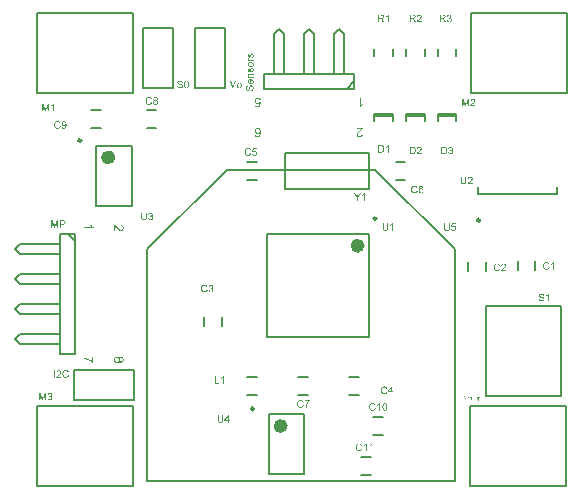
<source format=gto>
%FSLAX25Y25*%
%MOIN*%
G70*
G01*
G75*
%ADD10C,0.02756*%
%ADD11C,0.01181*%
%ADD12C,0.01969*%
%ADD13C,0.01575*%
%ADD14C,0.03543*%
%ADD15C,0.03937*%
%ADD16C,0.03150*%
%ADD17R,0.04331X0.06693*%
%ADD18R,0.07480X0.09449*%
%ADD19O,0.07874X0.01378*%
%ADD20R,0.06693X0.04331*%
%ADD21R,0.03740X0.08661*%
%ADD22R,0.21654X0.26378*%
%ADD23O,0.06890X0.02165*%
%ADD24O,0.02165X0.06890*%
%ADD25R,0.07087X0.06299*%
G04:AMPARAMS|DCode=26|XSize=49.5mil|YSize=30mil|CornerRadius=0mil|HoleSize=0mil|Usage=FLASHONLY|Rotation=315.000|XOffset=0mil|YOffset=0mil|HoleType=Round|Shape=Rectangle|*
%AMROTATEDRECTD26*
4,1,4,-0.02811,0.00689,-0.00689,0.02811,0.02811,-0.00689,0.00689,-0.02811,-0.02811,0.00689,0.0*
%
%ADD26ROTATEDRECTD26*%

G04:AMPARAMS|DCode=27|XSize=49.5mil|YSize=30mil|CornerRadius=0mil|HoleSize=0mil|Usage=FLASHONLY|Rotation=45.000|XOffset=0mil|YOffset=0mil|HoleType=Round|Shape=Rectangle|*
%AMROTATEDRECTD27*
4,1,4,-0.00689,-0.02811,-0.02811,-0.00689,0.00689,0.02811,0.02811,0.00689,-0.00689,-0.02811,0.0*
%
%ADD27ROTATEDRECTD27*%

G04:AMPARAMS|DCode=28|XSize=42.4mil|YSize=15.23mil|CornerRadius=0mil|HoleSize=0mil|Usage=FLASHONLY|Rotation=315.000|XOffset=0mil|YOffset=0mil|HoleType=Round|Shape=Rectangle|*
%AMROTATEDRECTD28*
4,1,4,-0.02038,0.00961,-0.00961,0.02038,0.02038,-0.00961,0.00961,-0.02038,-0.02038,0.00961,0.0*
%
%ADD28ROTATEDRECTD28*%

G04:AMPARAMS|DCode=29|XSize=65mil|YSize=27.71mil|CornerRadius=0mil|HoleSize=0mil|Usage=FLASHONLY|Rotation=315.000|XOffset=0mil|YOffset=0mil|HoleType=Round|Shape=Rectangle|*
%AMROTATEDRECTD29*
4,1,4,-0.03278,0.01318,-0.01318,0.03278,0.03278,-0.01318,0.01318,-0.03278,-0.03278,0.01318,0.0*
%
%ADD29ROTATEDRECTD29*%

G04:AMPARAMS|DCode=30|XSize=60.87mil|YSize=31.82mil|CornerRadius=0mil|HoleSize=0mil|Usage=FLASHONLY|Rotation=45.000|XOffset=0mil|YOffset=0mil|HoleType=Round|Shape=Rectangle|*
%AMROTATEDRECTD30*
4,1,4,-0.01027,-0.03277,-0.03277,-0.01027,0.01027,0.03277,0.03277,0.01027,-0.01027,-0.03277,0.0*
%
%ADD30ROTATEDRECTD30*%

G04:AMPARAMS|DCode=31|XSize=55mil|YSize=25mil|CornerRadius=0mil|HoleSize=0mil|Usage=FLASHONLY|Rotation=45.000|XOffset=0mil|YOffset=0mil|HoleType=Round|Shape=Rectangle|*
%AMROTATEDRECTD31*
4,1,4,-0.01061,-0.02828,-0.02828,-0.01061,0.01061,0.02828,0.02828,0.01061,-0.01061,-0.02828,0.0*
%
%ADD31ROTATEDRECTD31*%

%ADD32R,0.00500X0.01000*%
G04:AMPARAMS|DCode=33|XSize=65mil|YSize=30mil|CornerRadius=0mil|HoleSize=0mil|Usage=FLASHONLY|Rotation=311.618|XOffset=0mil|YOffset=0mil|HoleType=Round|Shape=Rectangle|*
%AMROTATEDRECTD33*
4,1,4,-0.03280,0.01433,-0.01037,0.03426,0.03280,-0.01433,0.01037,-0.03426,-0.03280,0.01433,0.0*
%
%ADD33ROTATEDRECTD33*%

%ADD34P,0.07071X4X360.0*%
G04:AMPARAMS|DCode=35|XSize=40.51mil|YSize=13.28mil|CornerRadius=0mil|HoleSize=0mil|Usage=FLASHONLY|Rotation=45.000|XOffset=0mil|YOffset=0mil|HoleType=Round|Shape=Rectangle|*
%AMROTATEDRECTD35*
4,1,4,-0.00963,-0.01902,-0.01902,-0.00963,0.00963,0.01902,0.01902,0.00963,-0.00963,-0.01902,0.0*
%
%ADD35ROTATEDRECTD35*%

G04:AMPARAMS|DCode=36|XSize=40mil|YSize=11.71mil|CornerRadius=0mil|HoleSize=0mil|Usage=FLASHONLY|Rotation=51.340|XOffset=0mil|YOffset=0mil|HoleType=Round|Shape=Rectangle|*
%AMROTATEDRECTD36*
4,1,4,-0.00792,-0.01928,-0.01707,-0.01196,0.00792,0.01928,0.01707,0.01196,-0.00792,-0.01928,0.0*
%
%ADD36ROTATEDRECTD36*%

G04:AMPARAMS|DCode=37|XSize=31.15mil|YSize=14.57mil|CornerRadius=0mil|HoleSize=0mil|Usage=FLASHONLY|Rotation=315.000|XOffset=0mil|YOffset=0mil|HoleType=Round|Shape=Rectangle|*
%AMROTATEDRECTD37*
4,1,4,-0.01617,0.00586,-0.00586,0.01617,0.01617,-0.00586,0.00586,-0.01617,-0.01617,0.00586,0.0*
%
%ADD37ROTATEDRECTD37*%

G04:AMPARAMS|DCode=38|XSize=35mil|YSize=15mil|CornerRadius=0mil|HoleSize=0mil|Usage=FLASHONLY|Rotation=45.000|XOffset=0mil|YOffset=0mil|HoleType=Round|Shape=Rectangle|*
%AMROTATEDRECTD38*
4,1,4,-0.00707,-0.01768,-0.01768,-0.00707,0.00707,0.01768,0.01768,0.00707,-0.00707,-0.01768,0.0*
%
%ADD38ROTATEDRECTD38*%

G04:AMPARAMS|DCode=39|XSize=35mil|YSize=15mil|CornerRadius=0mil|HoleSize=0mil|Usage=FLASHONLY|Rotation=315.000|XOffset=0mil|YOffset=0mil|HoleType=Round|Shape=Rectangle|*
%AMROTATEDRECTD39*
4,1,4,-0.01768,0.00707,-0.00707,0.01768,0.01768,-0.00707,0.00707,-0.01768,-0.01768,0.00707,0.0*
%
%ADD39ROTATEDRECTD39*%

G04:AMPARAMS|DCode=40|XSize=17.93mil|YSize=33.18mil|CornerRadius=0mil|HoleSize=0mil|Usage=FLASHONLY|Rotation=315.000|XOffset=0mil|YOffset=0mil|HoleType=Round|Shape=Rectangle|*
%AMROTATEDRECTD40*
4,1,4,-0.01807,-0.00539,0.00539,0.01807,0.01807,0.00539,-0.00539,-0.01807,-0.01807,-0.00539,0.0*
%
%ADD40ROTATEDRECTD40*%

G04:AMPARAMS|DCode=41|XSize=27.23mil|YSize=15mil|CornerRadius=0mil|HoleSize=0mil|Usage=FLASHONLY|Rotation=45.000|XOffset=0mil|YOffset=0mil|HoleType=Round|Shape=Rectangle|*
%AMROTATEDRECTD41*
4,1,4,-0.00432,-0.01493,-0.01493,-0.00432,0.00432,0.01493,0.01493,0.00432,-0.00432,-0.01493,0.0*
%
%ADD41ROTATEDRECTD41*%

G04:AMPARAMS|DCode=42|XSize=30.51mil|YSize=15mil|CornerRadius=0mil|HoleSize=0mil|Usage=FLASHONLY|Rotation=315.000|XOffset=0mil|YOffset=0mil|HoleType=Round|Shape=Rectangle|*
%AMROTATEDRECTD42*
4,1,4,-0.01609,0.00548,-0.00548,0.01609,0.01609,-0.00548,0.00548,-0.01609,-0.01609,0.00548,0.0*
%
%ADD42ROTATEDRECTD42*%

G04:AMPARAMS|DCode=43|XSize=15mil|YSize=10.61mil|CornerRadius=0mil|HoleSize=0mil|Usage=FLASHONLY|Rotation=315.000|XOffset=0mil|YOffset=0mil|HoleType=Round|Shape=Rectangle|*
%AMROTATEDRECTD43*
4,1,4,-0.00905,0.00155,-0.00155,0.00905,0.00905,-0.00155,0.00155,-0.00905,-0.00905,0.00155,0.0*
%
%ADD43ROTATEDRECTD43*%

G04:AMPARAMS|DCode=44|XSize=25mil|YSize=11.24mil|CornerRadius=0mil|HoleSize=0mil|Usage=FLASHONLY|Rotation=41.479|XOffset=0mil|YOffset=0mil|HoleType=Round|Shape=Rectangle|*
%AMROTATEDRECTD44*
4,1,4,-0.00564,-0.01249,-0.01309,-0.00407,0.00564,0.01249,0.01309,0.00407,-0.00564,-0.01249,0.0*
%
%ADD44ROTATEDRECTD44*%

G04:AMPARAMS|DCode=45|XSize=19.45mil|YSize=10mil|CornerRadius=0mil|HoleSize=0mil|Usage=FLASHONLY|Rotation=311.390|XOffset=0mil|YOffset=0mil|HoleType=Round|Shape=Rectangle|*
%AMROTATEDRECTD45*
4,1,4,-0.01018,0.00399,-0.00268,0.01060,0.01018,-0.00399,0.00268,-0.01060,-0.01018,0.00399,0.0*
%
%ADD45ROTATEDRECTD45*%

G04:AMPARAMS|DCode=46|XSize=23.54mil|YSize=10mil|CornerRadius=0mil|HoleSize=0mil|Usage=FLASHONLY|Rotation=45.000|XOffset=0mil|YOffset=0mil|HoleType=Round|Shape=Rectangle|*
%AMROTATEDRECTD46*
4,1,4,-0.00479,-0.01186,-0.01186,-0.00479,0.00479,0.01186,0.01186,0.00479,-0.00479,-0.01186,0.0*
%
%ADD46ROTATEDRECTD46*%

G04:AMPARAMS|DCode=47|XSize=49.5mil|YSize=17.93mil|CornerRadius=0mil|HoleSize=0mil|Usage=FLASHONLY|Rotation=45.000|XOffset=0mil|YOffset=0mil|HoleType=Round|Shape=Rectangle|*
%AMROTATEDRECTD47*
4,1,4,-0.01116,-0.02384,-0.02384,-0.01116,0.01116,0.02384,0.02384,0.01116,-0.01116,-0.02384,0.0*
%
%ADD47ROTATEDRECTD47*%

G04:AMPARAMS|DCode=48|XSize=71.37mil|YSize=59.39mil|CornerRadius=0mil|HoleSize=0mil|Usage=FLASHONLY|Rotation=330.602|XOffset=0mil|YOffset=0mil|HoleType=Round|Shape=Rectangle|*
%AMROTATEDRECTD48*
4,1,4,-0.04567,-0.00836,-0.01652,0.04339,0.04567,0.00836,0.01652,-0.04339,-0.04567,-0.00836,0.0*
%
%ADD48ROTATEDRECTD48*%

G04:AMPARAMS|DCode=49|XSize=106.12mil|YSize=43.14mil|CornerRadius=0mil|HoleSize=0mil|Usage=FLASHONLY|Rotation=315.000|XOffset=0mil|YOffset=0mil|HoleType=Round|Shape=Rectangle|*
%AMROTATEDRECTD49*
4,1,4,-0.05277,0.02227,-0.02227,0.05277,0.05277,-0.02227,0.02227,-0.05277,-0.05277,0.02227,0.0*
%
%ADD49ROTATEDRECTD49*%

G04:AMPARAMS|DCode=50|XSize=43.52mil|YSize=25.48mil|CornerRadius=0mil|HoleSize=0mil|Usage=FLASHONLY|Rotation=50.423|XOffset=0mil|YOffset=0mil|HoleType=Round|Shape=Rectangle|*
%AMROTATEDRECTD50*
4,1,4,-0.00405,-0.02489,-0.02368,-0.00866,0.00405,0.02489,0.02368,0.00866,-0.00405,-0.02489,0.0*
%
%ADD50ROTATEDRECTD50*%

%ADD51R,0.19500X0.06500*%
%ADD52R,0.05906X0.05906*%
%ADD53C,0.05906*%
%ADD54O,0.09843X0.04724*%
%ADD55R,0.09843X0.04724*%
%ADD56R,0.05906X0.05906*%
%ADD57C,0.06693*%
%ADD58C,0.08661*%
%ADD59R,0.08661X0.08661*%
%ADD60C,0.05000*%
%ADD61C,0.04000*%
%ADD62C,0.07543*%
%ADD63C,0.07150*%
%ADD64C,0.08724*%
%ADD65C,0.06800*%
G04:AMPARAMS|DCode=66|XSize=40mil|YSize=42.6mil|CornerRadius=0mil|HoleSize=0mil|Usage=FLASHONLY|Rotation=45.000|XOffset=0mil|YOffset=0mil|HoleType=Round|Shape=Rectangle|*
%AMROTATEDRECTD66*
4,1,4,0.00092,-0.02920,-0.02920,0.00092,-0.00092,0.02920,0.02920,-0.00092,0.00092,-0.02920,0.0*
%
%ADD66ROTATEDRECTD66*%

%ADD67C,0.00984*%
%ADD68C,0.02362*%
%ADD69C,0.00787*%
G36*
X119034Y119015D02*
X119107Y119012D01*
X119179Y119004D01*
X119252Y118993D01*
X119314Y118983D01*
X119318D01*
X119325Y118979D01*
X119336D01*
X119350Y118972D01*
X119390Y118961D01*
X119441Y118942D01*
X119500Y118917D01*
X119562Y118884D01*
X119623Y118848D01*
X119682Y118800D01*
X119685Y118797D01*
X119689Y118793D01*
X119700Y118782D01*
X119714Y118771D01*
X119751Y118735D01*
X119794Y118684D01*
X119842Y118622D01*
X119893Y118549D01*
X119940Y118466D01*
X119980Y118371D01*
Y118367D01*
X119984Y118360D01*
X119991Y118345D01*
X119995Y118324D01*
X120006Y118298D01*
X120013Y118269D01*
X120020Y118236D01*
X120031Y118196D01*
X120042Y118156D01*
X120049Y118109D01*
X120068Y118007D01*
X120078Y117894D01*
X120082Y117770D01*
Y117767D01*
Y117759D01*
Y117741D01*
Y117723D01*
X120078Y117698D01*
Y117668D01*
X120075Y117599D01*
X120064Y117519D01*
X120053Y117436D01*
X120035Y117348D01*
X120013Y117261D01*
Y117257D01*
X120009Y117250D01*
X120006Y117239D01*
X120002Y117224D01*
X119987Y117184D01*
X119966Y117133D01*
X119944Y117075D01*
X119915Y117017D01*
X119878Y116955D01*
X119842Y116897D01*
X119838Y116890D01*
X119824Y116871D01*
X119802Y116846D01*
X119773Y116813D01*
X119740Y116777D01*
X119700Y116740D01*
X119660Y116700D01*
X119613Y116667D01*
X119605Y116664D01*
X119591Y116653D01*
X119565Y116638D01*
X119529Y116620D01*
X119485Y116598D01*
X119434Y116580D01*
X119376Y116558D01*
X119310Y116540D01*
X119303D01*
X119292Y116536D01*
X119281Y116533D01*
X119245Y116529D01*
X119194Y116522D01*
X119136Y116515D01*
X119067Y116507D01*
X118990Y116504D01*
X118906Y116500D01*
X118000D01*
Y119019D01*
X118968D01*
X119034Y119015D01*
D02*
G37*
G36*
X111749Y19559D02*
X111781Y19555D01*
X111821Y19552D01*
X111861Y19548D01*
X111909Y19537D01*
X112007Y19515D01*
X112116Y19482D01*
X112171Y19461D01*
X112222Y19435D01*
X112273Y19402D01*
X112324Y19370D01*
X112327Y19366D01*
X112335Y19362D01*
X112349Y19351D01*
X112367Y19333D01*
X112385Y19315D01*
X112411Y19290D01*
X112436Y19260D01*
X112466Y19231D01*
X112495Y19195D01*
X112524Y19151D01*
X112557Y19108D01*
X112586Y19060D01*
X112611Y19006D01*
X112640Y18951D01*
X112662Y18893D01*
X112684Y18827D01*
X112356Y18751D01*
Y18755D01*
X112353Y18762D01*
X112346Y18776D01*
X112338Y18794D01*
X112331Y18816D01*
X112320Y18846D01*
X112291Y18904D01*
X112255Y18969D01*
X112211Y19035D01*
X112156Y19097D01*
X112098Y19151D01*
X112091Y19159D01*
X112069Y19173D01*
X112032Y19191D01*
X111985Y19217D01*
X111923Y19239D01*
X111854Y19260D01*
X111770Y19275D01*
X111679Y19279D01*
X111650D01*
X111632Y19275D01*
X111607D01*
X111577Y19271D01*
X111508Y19260D01*
X111432Y19246D01*
X111352Y19220D01*
X111268Y19184D01*
X111192Y19137D01*
X111188D01*
X111184Y19129D01*
X111159Y19111D01*
X111126Y19082D01*
X111086Y19038D01*
X111039Y18984D01*
X110995Y18922D01*
X110955Y18846D01*
X110919Y18762D01*
Y18758D01*
X110915Y18751D01*
X110911Y18740D01*
X110908Y18722D01*
X110900Y18700D01*
X110893Y18674D01*
X110882Y18612D01*
X110868Y18540D01*
X110853Y18460D01*
X110846Y18372D01*
X110842Y18278D01*
Y18274D01*
Y18263D01*
Y18245D01*
Y18223D01*
X110846Y18198D01*
Y18165D01*
X110849Y18128D01*
X110853Y18088D01*
X110864Y18001D01*
X110882Y17906D01*
X110904Y17812D01*
X110933Y17717D01*
Y17713D01*
X110937Y17706D01*
X110944Y17695D01*
X110951Y17677D01*
X110973Y17633D01*
X111006Y17582D01*
X111046Y17524D01*
X111097Y17462D01*
X111155Y17408D01*
X111224Y17357D01*
X111228D01*
X111235Y17353D01*
X111246Y17346D01*
X111261Y17338D01*
X111279Y17331D01*
X111301Y17320D01*
X111352Y17299D01*
X111417Y17277D01*
X111490Y17258D01*
X111570Y17244D01*
X111654Y17240D01*
X111679D01*
X111701Y17244D01*
X111727D01*
X111752Y17247D01*
X111818Y17262D01*
X111894Y17280D01*
X111971Y17309D01*
X112051Y17349D01*
X112091Y17371D01*
X112127Y17400D01*
X112131Y17404D01*
X112134Y17408D01*
X112145Y17419D01*
X112160Y17429D01*
X112174Y17448D01*
X112193Y17470D01*
X112214Y17491D01*
X112233Y17521D01*
X112255Y17553D01*
X112280Y17590D01*
X112302Y17626D01*
X112324Y17670D01*
X112342Y17717D01*
X112360Y17768D01*
X112378Y17823D01*
X112393Y17881D01*
X112728Y17797D01*
Y17794D01*
X112724Y17779D01*
X112717Y17757D01*
X112706Y17728D01*
X112695Y17695D01*
X112680Y17655D01*
X112662Y17612D01*
X112640Y17564D01*
X112589Y17462D01*
X112524Y17360D01*
X112484Y17309D01*
X112444Y17258D01*
X112400Y17215D01*
X112349Y17171D01*
X112346Y17167D01*
X112338Y17160D01*
X112320Y17153D01*
X112302Y17138D01*
X112273Y17120D01*
X112244Y17102D01*
X112204Y17084D01*
X112163Y17065D01*
X112116Y17044D01*
X112065Y17026D01*
X112011Y17007D01*
X111952Y16989D01*
X111890Y16974D01*
X111825Y16967D01*
X111756Y16960D01*
X111683Y16956D01*
X111643D01*
X111614Y16960D01*
X111581D01*
X111541Y16964D01*
X111497Y16971D01*
X111446Y16978D01*
X111341Y16996D01*
X111232Y17026D01*
X111122Y17065D01*
X111072Y17091D01*
X111021Y17120D01*
X111017Y17124D01*
X111010Y17127D01*
X110995Y17138D01*
X110980Y17153D01*
X110959Y17167D01*
X110933Y17189D01*
X110904Y17215D01*
X110875Y17244D01*
X110846Y17277D01*
X110813Y17309D01*
X110748Y17393D01*
X110686Y17491D01*
X110631Y17601D01*
Y17604D01*
X110624Y17615D01*
X110620Y17633D01*
X110609Y17655D01*
X110602Y17684D01*
X110591Y17721D01*
X110576Y17761D01*
X110565Y17804D01*
X110555Y17852D01*
X110540Y17906D01*
X110522Y18019D01*
X110507Y18147D01*
X110500Y18278D01*
Y18281D01*
Y18296D01*
Y18318D01*
X110504Y18343D01*
Y18380D01*
X110507Y18416D01*
X110511Y18463D01*
X110518Y18511D01*
X110536Y18616D01*
X110562Y18733D01*
X110598Y18849D01*
X110649Y18962D01*
X110653Y18966D01*
X110656Y18977D01*
X110664Y18991D01*
X110678Y19009D01*
X110693Y19035D01*
X110711Y19064D01*
X110758Y19129D01*
X110820Y19202D01*
X110893Y19275D01*
X110977Y19348D01*
X111075Y19410D01*
X111079Y19413D01*
X111090Y19417D01*
X111104Y19424D01*
X111122Y19435D01*
X111152Y19446D01*
X111181Y19457D01*
X111217Y19472D01*
X111257Y19486D01*
X111301Y19501D01*
X111348Y19515D01*
X111450Y19537D01*
X111566Y19555D01*
X111687Y19563D01*
X111723D01*
X111749Y19559D01*
D02*
G37*
G36*
X121578Y116500D02*
X121269D01*
Y118469D01*
X121265Y118466D01*
X121247Y118451D01*
X121225Y118429D01*
X121189Y118404D01*
X121149Y118371D01*
X121098Y118335D01*
X121039Y118295D01*
X120974Y118254D01*
X120970D01*
X120967Y118251D01*
X120945Y118236D01*
X120908Y118218D01*
X120865Y118196D01*
X120814Y118171D01*
X120759Y118145D01*
X120704Y118120D01*
X120650Y118098D01*
Y118396D01*
X120654D01*
X120661Y118404D01*
X120675Y118407D01*
X120694Y118418D01*
X120715Y118429D01*
X120741Y118444D01*
X120803Y118480D01*
X120876Y118520D01*
X120948Y118571D01*
X121025Y118629D01*
X121101Y118691D01*
X121105Y118695D01*
X121109Y118699D01*
X121119Y118710D01*
X121134Y118720D01*
X121167Y118757D01*
X121211Y118800D01*
X121254Y118851D01*
X121301Y118910D01*
X121342Y118968D01*
X121378Y119030D01*
X121578D01*
Y116500D01*
D02*
G37*
G36*
X129534Y118515D02*
X129607Y118512D01*
X129679Y118504D01*
X129752Y118493D01*
X129814Y118482D01*
X129818D01*
X129825Y118479D01*
X129836D01*
X129850Y118472D01*
X129891Y118461D01*
X129941Y118442D01*
X130000Y118417D01*
X130062Y118384D01*
X130123Y118348D01*
X130182Y118300D01*
X130185Y118297D01*
X130189Y118293D01*
X130200Y118282D01*
X130214Y118271D01*
X130251Y118235D01*
X130295Y118184D01*
X130342Y118122D01*
X130393Y118049D01*
X130440Y117966D01*
X130480Y117871D01*
Y117867D01*
X130484Y117860D01*
X130491Y117845D01*
X130495Y117824D01*
X130506Y117798D01*
X130513Y117769D01*
X130520Y117736D01*
X130531Y117696D01*
X130542Y117656D01*
X130549Y117609D01*
X130568Y117507D01*
X130578Y117394D01*
X130582Y117270D01*
Y117267D01*
Y117259D01*
Y117241D01*
Y117223D01*
X130578Y117198D01*
Y117168D01*
X130575Y117099D01*
X130564Y117019D01*
X130553Y116936D01*
X130535Y116848D01*
X130513Y116761D01*
Y116757D01*
X130509Y116750D01*
X130506Y116739D01*
X130502Y116724D01*
X130487Y116684D01*
X130466Y116633D01*
X130444Y116575D01*
X130415Y116517D01*
X130378Y116455D01*
X130342Y116397D01*
X130338Y116390D01*
X130324Y116371D01*
X130302Y116346D01*
X130273Y116313D01*
X130240Y116277D01*
X130200Y116240D01*
X130160Y116200D01*
X130113Y116167D01*
X130105Y116164D01*
X130091Y116153D01*
X130065Y116138D01*
X130029Y116120D01*
X129985Y116098D01*
X129934Y116080D01*
X129876Y116058D01*
X129810Y116040D01*
X129803D01*
X129792Y116036D01*
X129781Y116033D01*
X129745Y116029D01*
X129694Y116022D01*
X129636Y116015D01*
X129567Y116007D01*
X129490Y116004D01*
X129406Y116000D01*
X128500D01*
Y118519D01*
X129468D01*
X129534Y118515D01*
D02*
G37*
G36*
X150023Y34932D02*
X150038Y34930D01*
X150056Y34926D01*
X150076Y34923D01*
X150100Y34917D01*
X150122Y34912D01*
X150147Y34903D01*
X150171Y34894D01*
X150196Y34881D01*
X150222Y34866D01*
X150247Y34850D01*
X150271Y34830D01*
X150293Y34808D01*
X150295Y34806D01*
X150298Y34803D01*
X150304Y34795D01*
X150311Y34784D01*
X150320Y34772D01*
X150329Y34757D01*
X150340Y34739D01*
X150351Y34717D01*
X150362Y34693D01*
X150373Y34668D01*
X150382Y34639D01*
X150391Y34608D01*
X150398Y34573D01*
X150404Y34537D01*
X150408Y34499D01*
X150409Y34457D01*
Y34455D01*
Y34448D01*
Y34435D01*
X150408Y34417D01*
X149725D01*
Y34415D01*
Y34409D01*
X149727Y34402D01*
Y34391D01*
X149729Y34379D01*
X149732Y34364D01*
X149738Y34331D01*
X149749Y34295D01*
X149763Y34255D01*
X149783Y34218D01*
X149809Y34186D01*
X149811D01*
X149812Y34182D01*
X149823Y34173D01*
X149840Y34160D01*
X149862Y34147D01*
X149891Y34133D01*
X149923Y34120D01*
X149960Y34111D01*
X149980Y34109D01*
X150002Y34107D01*
X150016D01*
X150033Y34109D01*
X150053Y34113D01*
X150075Y34118D01*
X150100Y34126D01*
X150124Y34137D01*
X150147Y34151D01*
X150149Y34153D01*
X150158Y34160D01*
X150169Y34171D01*
X150182Y34186D01*
X150196Y34206D01*
X150213Y34231D01*
X150229Y34260D01*
X150244Y34295D01*
X150404Y34275D01*
Y34273D01*
X150402Y34269D01*
X150400Y34262D01*
X150397Y34251D01*
X150391Y34240D01*
X150386Y34226D01*
X150371Y34195D01*
X150353Y34160D01*
X150328Y34124D01*
X150298Y34089D01*
X150262Y34056D01*
X150260D01*
X150257Y34053D01*
X150251Y34049D01*
X150244Y34044D01*
X150233Y34038D01*
X150222Y34033D01*
X150207Y34025D01*
X150191Y34018D01*
X150173Y34011D01*
X150155Y34004D01*
X150109Y33993D01*
X150058Y33984D01*
X150002Y33980D01*
X149982D01*
X149969Y33982D01*
X149952Y33984D01*
X149933Y33987D01*
X149911Y33991D01*
X149887Y33994D01*
X149836Y34009D01*
X149809Y34020D01*
X149783Y34031D01*
X149756Y34045D01*
X149731Y34062D01*
X149707Y34080D01*
X149683Y34102D01*
X149681Y34104D01*
X149678Y34107D01*
X149672Y34115D01*
X149665Y34126D01*
X149656Y34138D01*
X149647Y34153D01*
X149636Y34171D01*
X149625Y34191D01*
X149614Y34215D01*
X149603Y34240D01*
X149594Y34269D01*
X149585Y34300D01*
X149578Y34333D01*
X149572Y34370D01*
X149568Y34408D01*
X149567Y34448D01*
Y34449D01*
Y34459D01*
Y34470D01*
X149568Y34486D01*
X149570Y34506D01*
X149572Y34528D01*
X149576Y34553D01*
X149581Y34579D01*
X149596Y34637D01*
X149605Y34666D01*
X149616Y34697D01*
X149630Y34726D01*
X149647Y34754D01*
X149665Y34781D01*
X149685Y34806D01*
X149687Y34808D01*
X149690Y34812D01*
X149698Y34817D01*
X149707Y34826D01*
X149718Y34835D01*
X149732Y34846D01*
X149749Y34859D01*
X149769Y34870D01*
X149789Y34883D01*
X149812Y34894D01*
X149838Y34905D01*
X149865Y34914D01*
X149894Y34923D01*
X149925Y34928D01*
X149958Y34932D01*
X149993Y34934D01*
X150011D01*
X150023Y34932D01*
D02*
G37*
G36*
X116135Y17000D02*
X115825D01*
Y18969D01*
X115822Y18966D01*
X115804Y18951D01*
X115782Y18929D01*
X115745Y18904D01*
X115705Y18871D01*
X115654Y18835D01*
X115596Y18794D01*
X115531Y18755D01*
X115527D01*
X115523Y18751D01*
X115501Y18736D01*
X115465Y18718D01*
X115421Y18696D01*
X115370Y18671D01*
X115316Y18645D01*
X115261Y18620D01*
X115207Y18598D01*
Y18896D01*
X115210D01*
X115217Y18904D01*
X115232Y18907D01*
X115250Y18918D01*
X115272Y18929D01*
X115297Y18944D01*
X115359Y18980D01*
X115432Y19020D01*
X115505Y19071D01*
X115581Y19129D01*
X115658Y19191D01*
X115662Y19195D01*
X115665Y19199D01*
X115676Y19209D01*
X115691Y19220D01*
X115723Y19257D01*
X115767Y19300D01*
X115811Y19351D01*
X115858Y19410D01*
X115898Y19468D01*
X115935Y19530D01*
X116135D01*
Y17000D01*
D02*
G37*
G36*
X118676Y30500D02*
X118367D01*
Y32469D01*
X118363Y32466D01*
X118345Y32451D01*
X118323Y32429D01*
X118287Y32404D01*
X118247Y32371D01*
X118196Y32335D01*
X118138Y32294D01*
X118072Y32254D01*
X118069D01*
X118065Y32251D01*
X118043Y32236D01*
X118007Y32218D01*
X117963Y32196D01*
X117912Y32171D01*
X117857Y32145D01*
X117803Y32120D01*
X117748Y32098D01*
Y32396D01*
X117752D01*
X117759Y32404D01*
X117774Y32407D01*
X117792Y32418D01*
X117814Y32429D01*
X117839Y32444D01*
X117901Y32480D01*
X117974Y32520D01*
X118047Y32571D01*
X118123Y32629D01*
X118200Y32691D01*
X118203Y32695D01*
X118207Y32699D01*
X118218Y32710D01*
X118232Y32720D01*
X118265Y32757D01*
X118309Y32800D01*
X118352Y32851D01*
X118400Y32910D01*
X118440Y32968D01*
X118476Y33030D01*
X118676D01*
Y30500D01*
D02*
G37*
G36*
X120365Y33026D02*
X120413Y33019D01*
X120467Y33008D01*
X120526Y32993D01*
X120587Y32975D01*
X120646Y32946D01*
X120649D01*
X120653Y32942D01*
X120671Y32932D01*
X120700Y32913D01*
X120737Y32888D01*
X120777Y32851D01*
X120820Y32811D01*
X120860Y32764D01*
X120900Y32710D01*
X120904Y32702D01*
X120919Y32684D01*
X120933Y32651D01*
X120959Y32604D01*
X120981Y32549D01*
X121010Y32487D01*
X121035Y32415D01*
X121057Y32335D01*
Y32331D01*
X121061Y32324D01*
X121064Y32313D01*
X121068Y32294D01*
X121072Y32273D01*
X121075Y32247D01*
X121082Y32214D01*
X121086Y32178D01*
X121093Y32138D01*
X121097Y32094D01*
X121101Y32043D01*
X121108Y31992D01*
X121112Y31934D01*
Y31876D01*
X121115Y31810D01*
Y31741D01*
Y31738D01*
Y31723D01*
Y31698D01*
Y31668D01*
X121112Y31628D01*
Y31585D01*
X121108Y31537D01*
X121104Y31486D01*
X121093Y31370D01*
X121075Y31250D01*
X121053Y31133D01*
X121039Y31079D01*
X121021Y31024D01*
Y31021D01*
X121017Y31013D01*
X121010Y30999D01*
X121002Y30981D01*
X120995Y30955D01*
X120981Y30929D01*
X120951Y30868D01*
X120915Y30802D01*
X120868Y30729D01*
X120813Y30664D01*
X120748Y30602D01*
X120744D01*
X120740Y30595D01*
X120729Y30587D01*
X120715Y30580D01*
X120697Y30569D01*
X120678Y30555D01*
X120624Y30529D01*
X120558Y30504D01*
X120482Y30478D01*
X120391Y30464D01*
X120293Y30456D01*
X120256D01*
X120231Y30460D01*
X120202Y30464D01*
X120165Y30471D01*
X120125Y30478D01*
X120081Y30489D01*
X120038Y30504D01*
X119990Y30518D01*
X119943Y30540D01*
X119896Y30566D01*
X119849Y30595D01*
X119801Y30631D01*
X119757Y30671D01*
X119717Y30715D01*
X119714Y30718D01*
X119706Y30729D01*
X119696Y30748D01*
X119677Y30777D01*
X119659Y30809D01*
X119641Y30853D01*
X119615Y30904D01*
X119594Y30962D01*
X119572Y31028D01*
X119550Y31104D01*
X119528Y31188D01*
X119510Y31283D01*
X119492Y31385D01*
X119481Y31494D01*
X119474Y31614D01*
X119470Y31741D01*
Y31745D01*
Y31759D01*
Y31785D01*
Y31814D01*
X119474Y31854D01*
Y31898D01*
X119477Y31945D01*
X119481Y32000D01*
X119492Y32113D01*
X119510Y32233D01*
X119532Y32353D01*
X119546Y32407D01*
X119561Y32462D01*
Y32466D01*
X119565Y32473D01*
X119572Y32487D01*
X119579Y32506D01*
X119586Y32531D01*
X119601Y32557D01*
X119630Y32618D01*
X119667Y32684D01*
X119714Y32753D01*
X119768Y32822D01*
X119834Y32881D01*
X119838D01*
X119841Y32888D01*
X119852Y32895D01*
X119867Y32902D01*
X119885Y32917D01*
X119907Y32928D01*
X119961Y32957D01*
X120027Y32983D01*
X120103Y33008D01*
X120194Y33022D01*
X120293Y33030D01*
X120325D01*
X120365Y33026D01*
D02*
G37*
G36*
X148820Y34914D02*
X148977D01*
Y34793D01*
X148820D01*
Y34257D01*
Y34253D01*
Y34246D01*
Y34235D01*
X148822Y34222D01*
X148824Y34193D01*
X148826Y34180D01*
X148828Y34171D01*
X148830Y34167D01*
X148835Y34160D01*
X148842Y34151D01*
X148855Y34142D01*
X148859Y34140D01*
X148868Y34137D01*
X148884Y34133D01*
X148908Y34131D01*
X148926D01*
X148935Y34133D01*
X148948D01*
X148962Y34135D01*
X148977Y34137D01*
X148997Y34000D01*
X148993D01*
X148986Y33998D01*
X148973Y33996D01*
X148957Y33994D01*
X148939Y33991D01*
X148919Y33989D01*
X148879Y33987D01*
X148864D01*
X148850Y33989D01*
X148831Y33991D01*
X148810Y33993D01*
X148788Y33998D01*
X148768Y34004D01*
X148748Y34013D01*
X148746Y34015D01*
X148740Y34018D01*
X148733Y34024D01*
X148722Y34033D01*
X148713Y34042D01*
X148702Y34055D01*
X148691Y34067D01*
X148684Y34084D01*
Y34086D01*
X148680Y34093D01*
X148679Y34106D01*
X148675Y34124D01*
X148671Y34147D01*
X148669Y34162D01*
Y34178D01*
X148668Y34198D01*
X148666Y34218D01*
Y34240D01*
Y34266D01*
Y34793D01*
X148551D01*
Y34914D01*
X148666D01*
Y35139D01*
X148820Y35232D01*
Y34914D01*
D02*
G37*
G36*
X114176Y17000D02*
X113867D01*
Y18969D01*
X113863Y18966D01*
X113845Y18951D01*
X113823Y18929D01*
X113787Y18904D01*
X113747Y18871D01*
X113696Y18835D01*
X113638Y18794D01*
X113572Y18755D01*
X113568D01*
X113565Y18751D01*
X113543Y18736D01*
X113507Y18718D01*
X113463Y18696D01*
X113412Y18671D01*
X113357Y18645D01*
X113303Y18620D01*
X113248Y18598D01*
Y18896D01*
X113252D01*
X113259Y18904D01*
X113274Y18907D01*
X113292Y18918D01*
X113314Y18929D01*
X113339Y18944D01*
X113401Y18980D01*
X113474Y19020D01*
X113547Y19071D01*
X113623Y19129D01*
X113700Y19191D01*
X113703Y19195D01*
X113707Y19199D01*
X113718Y19209D01*
X113732Y19220D01*
X113765Y19257D01*
X113809Y19300D01*
X113852Y19351D01*
X113900Y19410D01*
X113940Y19468D01*
X113976Y19530D01*
X114176D01*
Y17000D01*
D02*
G37*
G36*
X116249Y33059D02*
X116281Y33055D01*
X116321Y33052D01*
X116361Y33048D01*
X116409Y33037D01*
X116507Y33015D01*
X116616Y32983D01*
X116671Y32961D01*
X116722Y32935D01*
X116773Y32902D01*
X116824Y32870D01*
X116827Y32866D01*
X116835Y32862D01*
X116849Y32851D01*
X116867Y32833D01*
X116885Y32815D01*
X116911Y32790D01*
X116937Y32760D01*
X116966Y32731D01*
X116995Y32695D01*
X117024Y32651D01*
X117057Y32608D01*
X117086Y32560D01*
X117111Y32506D01*
X117140Y32451D01*
X117162Y32393D01*
X117184Y32327D01*
X116856Y32251D01*
Y32254D01*
X116853Y32262D01*
X116846Y32276D01*
X116838Y32294D01*
X116831Y32316D01*
X116820Y32346D01*
X116791Y32404D01*
X116754Y32469D01*
X116711Y32535D01*
X116656Y32597D01*
X116598Y32651D01*
X116591Y32658D01*
X116569Y32673D01*
X116532Y32691D01*
X116485Y32717D01*
X116423Y32739D01*
X116354Y32760D01*
X116270Y32775D01*
X116179Y32779D01*
X116150D01*
X116132Y32775D01*
X116107D01*
X116077Y32771D01*
X116008Y32760D01*
X115932Y32746D01*
X115852Y32720D01*
X115768Y32684D01*
X115692Y32637D01*
X115688D01*
X115684Y32629D01*
X115659Y32611D01*
X115626Y32582D01*
X115586Y32538D01*
X115539Y32484D01*
X115495Y32422D01*
X115455Y32346D01*
X115419Y32262D01*
Y32258D01*
X115415Y32251D01*
X115411Y32240D01*
X115408Y32222D01*
X115400Y32200D01*
X115393Y32174D01*
X115382Y32113D01*
X115368Y32040D01*
X115353Y31960D01*
X115346Y31872D01*
X115342Y31778D01*
Y31774D01*
Y31763D01*
Y31745D01*
Y31723D01*
X115346Y31698D01*
Y31665D01*
X115349Y31628D01*
X115353Y31588D01*
X115364Y31501D01*
X115382Y31406D01*
X115404Y31312D01*
X115433Y31217D01*
Y31213D01*
X115437Y31206D01*
X115444Y31195D01*
X115451Y31177D01*
X115473Y31133D01*
X115506Y31082D01*
X115546Y31024D01*
X115597Y30962D01*
X115655Y30908D01*
X115724Y30857D01*
X115728D01*
X115735Y30853D01*
X115746Y30846D01*
X115761Y30839D01*
X115779Y30831D01*
X115801Y30820D01*
X115852Y30799D01*
X115917Y30777D01*
X115990Y30758D01*
X116070Y30744D01*
X116154Y30740D01*
X116179D01*
X116201Y30744D01*
X116227D01*
X116252Y30748D01*
X116318Y30762D01*
X116394Y30780D01*
X116471Y30809D01*
X116551Y30849D01*
X116591Y30871D01*
X116627Y30900D01*
X116631Y30904D01*
X116634Y30908D01*
X116645Y30919D01*
X116660Y30929D01*
X116674Y30948D01*
X116693Y30970D01*
X116714Y30991D01*
X116733Y31021D01*
X116754Y31053D01*
X116780Y31090D01*
X116802Y31126D01*
X116824Y31170D01*
X116842Y31217D01*
X116860Y31268D01*
X116878Y31323D01*
X116893Y31381D01*
X117228Y31297D01*
Y31293D01*
X117224Y31279D01*
X117217Y31257D01*
X117206Y31228D01*
X117195Y31195D01*
X117180Y31155D01*
X117162Y31111D01*
X117140Y31064D01*
X117089Y30962D01*
X117024Y30860D01*
X116984Y30809D01*
X116944Y30758D01*
X116900Y30715D01*
X116849Y30671D01*
X116846Y30667D01*
X116838Y30660D01*
X116820Y30653D01*
X116802Y30638D01*
X116773Y30620D01*
X116744Y30602D01*
X116703Y30584D01*
X116664Y30566D01*
X116616Y30544D01*
X116565Y30525D01*
X116511Y30507D01*
X116452Y30489D01*
X116391Y30474D01*
X116325Y30467D01*
X116256Y30460D01*
X116183Y30456D01*
X116143D01*
X116114Y30460D01*
X116081D01*
X116041Y30464D01*
X115997Y30471D01*
X115946Y30478D01*
X115841Y30496D01*
X115732Y30525D01*
X115622Y30566D01*
X115571Y30591D01*
X115521Y30620D01*
X115517Y30624D01*
X115510Y30627D01*
X115495Y30638D01*
X115480Y30653D01*
X115459Y30667D01*
X115433Y30689D01*
X115404Y30715D01*
X115375Y30744D01*
X115346Y30777D01*
X115313Y30809D01*
X115247Y30893D01*
X115186Y30991D01*
X115131Y31101D01*
Y31104D01*
X115124Y31115D01*
X115120Y31133D01*
X115109Y31155D01*
X115102Y31184D01*
X115091Y31221D01*
X115076Y31261D01*
X115066Y31304D01*
X115055Y31352D01*
X115040Y31406D01*
X115022Y31519D01*
X115007Y31647D01*
X115000Y31778D01*
Y31781D01*
Y31796D01*
Y31818D01*
X115004Y31843D01*
Y31880D01*
X115007Y31916D01*
X115011Y31963D01*
X115018Y32011D01*
X115036Y32116D01*
X115062Y32233D01*
X115098Y32349D01*
X115149Y32462D01*
X115153Y32466D01*
X115156Y32476D01*
X115164Y32491D01*
X115178Y32509D01*
X115193Y32535D01*
X115211Y32564D01*
X115258Y32629D01*
X115320Y32702D01*
X115393Y32775D01*
X115477Y32848D01*
X115575Y32910D01*
X115579Y32913D01*
X115590Y32917D01*
X115604Y32924D01*
X115622Y32935D01*
X115652Y32946D01*
X115681Y32957D01*
X115717Y32972D01*
X115757Y32986D01*
X115801Y33001D01*
X115848Y33015D01*
X115950Y33037D01*
X116067Y33055D01*
X116187Y33063D01*
X116223D01*
X116249Y33059D01*
D02*
G37*
G36*
X131809Y118526D02*
X131838Y118523D01*
X131874Y118519D01*
X131914Y118512D01*
X131954Y118504D01*
X132049Y118479D01*
X132144Y118442D01*
X132191Y118421D01*
X132238Y118395D01*
X132282Y118362D01*
X132322Y118326D01*
X132326Y118322D01*
X132333Y118319D01*
X132340Y118304D01*
X132355Y118290D01*
X132373Y118271D01*
X132391Y118246D01*
X132409Y118220D01*
X132431Y118188D01*
X132468Y118119D01*
X132504Y118031D01*
X132519Y117987D01*
X132526Y117937D01*
X132533Y117885D01*
X132537Y117831D01*
Y117824D01*
Y117805D01*
X132533Y117776D01*
X132529Y117736D01*
X132522Y117693D01*
X132508Y117642D01*
X132493Y117587D01*
X132471Y117532D01*
X132468Y117525D01*
X132460Y117507D01*
X132446Y117478D01*
X132424Y117438D01*
X132395Y117394D01*
X132358Y117340D01*
X132315Y117285D01*
X132264Y117223D01*
X132256Y117216D01*
X132238Y117194D01*
X132220Y117176D01*
X132202Y117157D01*
X132180Y117136D01*
X132151Y117107D01*
X132122Y117077D01*
X132085Y117045D01*
X132049Y117008D01*
X132005Y116968D01*
X131958Y116928D01*
X131907Y116881D01*
X131849Y116834D01*
X131791Y116783D01*
X131787Y116779D01*
X131780Y116772D01*
X131765Y116761D01*
X131747Y116746D01*
X131725Y116724D01*
X131700Y116702D01*
X131641Y116655D01*
X131579Y116601D01*
X131521Y116546D01*
X131470Y116499D01*
X131448Y116481D01*
X131430Y116462D01*
X131427Y116459D01*
X131416Y116448D01*
X131401Y116433D01*
X131383Y116411D01*
X131365Y116386D01*
X131343Y116360D01*
X131299Y116298D01*
X132540D01*
Y116000D01*
X130870D01*
Y116004D01*
Y116018D01*
Y116040D01*
X130873Y116069D01*
X130877Y116102D01*
X130884Y116138D01*
X130892Y116175D01*
X130906Y116215D01*
Y116218D01*
X130910Y116222D01*
X130917Y116244D01*
X130931Y116277D01*
X130953Y116320D01*
X130982Y116371D01*
X131019Y116429D01*
X131059Y116488D01*
X131110Y116550D01*
Y116553D01*
X131117Y116557D01*
X131135Y116579D01*
X131168Y116612D01*
X131215Y116659D01*
X131270Y116713D01*
X131339Y116779D01*
X131423Y116852D01*
X131514Y116928D01*
X131518Y116932D01*
X131532Y116943D01*
X131554Y116961D01*
X131579Y116983D01*
X131612Y117012D01*
X131652Y117045D01*
X131692Y117081D01*
X131740Y117121D01*
X131831Y117209D01*
X131922Y117296D01*
X131965Y117340D01*
X132005Y117383D01*
X132042Y117423D01*
X132071Y117463D01*
Y117467D01*
X132078Y117471D01*
X132085Y117482D01*
X132093Y117496D01*
X132118Y117536D01*
X132147Y117583D01*
X132173Y117642D01*
X132198Y117703D01*
X132213Y117773D01*
X132220Y117838D01*
Y117842D01*
Y117845D01*
X132216Y117867D01*
X132213Y117904D01*
X132202Y117944D01*
X132187Y117995D01*
X132162Y118046D01*
X132129Y118097D01*
X132085Y118148D01*
X132078Y118155D01*
X132060Y118169D01*
X132034Y118188D01*
X131994Y118213D01*
X131943Y118235D01*
X131885Y118257D01*
X131816Y118271D01*
X131740Y118275D01*
X131718D01*
X131703Y118271D01*
X131659Y118268D01*
X131609Y118257D01*
X131554Y118242D01*
X131492Y118217D01*
X131434Y118184D01*
X131379Y118140D01*
X131372Y118133D01*
X131357Y118115D01*
X131336Y118086D01*
X131314Y118042D01*
X131288Y117991D01*
X131266Y117926D01*
X131252Y117853D01*
X131245Y117769D01*
X130928Y117802D01*
Y117805D01*
X130931Y117816D01*
Y117835D01*
X130935Y117860D01*
X130942Y117889D01*
X130950Y117922D01*
X130961Y117962D01*
X130972Y118002D01*
X131001Y118089D01*
X131044Y118177D01*
X131070Y118220D01*
X131103Y118264D01*
X131135Y118304D01*
X131172Y118341D01*
X131175Y118344D01*
X131183Y118348D01*
X131194Y118359D01*
X131212Y118370D01*
X131234Y118384D01*
X131259Y118399D01*
X131288Y118417D01*
X131325Y118435D01*
X131365Y118453D01*
X131408Y118472D01*
X131456Y118486D01*
X131507Y118501D01*
X131561Y118512D01*
X131620Y118523D01*
X131681Y118526D01*
X131747Y118530D01*
X131783D01*
X131809Y118526D01*
D02*
G37*
G36*
X66540Y41994D02*
X66510Y39464D01*
X66201Y39468D01*
X66224Y41437D01*
X66220Y41434D01*
X66202Y41419D01*
X66180Y41398D01*
X66143Y41372D01*
X66103Y41340D01*
X66051Y41304D01*
X65993Y41265D01*
X65927Y41226D01*
X65923Y41226D01*
X65919Y41222D01*
X65897Y41208D01*
X65861Y41190D01*
X65817Y41169D01*
X65766Y41144D01*
X65711Y41119D01*
X65656Y41094D01*
X65601Y41073D01*
X65604Y41372D01*
X65608Y41372D01*
X65615Y41379D01*
X65630Y41382D01*
X65648Y41393D01*
X65670Y41404D01*
X65696Y41418D01*
X65758Y41453D01*
X65832Y41493D01*
X65905Y41543D01*
X65982Y41600D01*
X66059Y41661D01*
X66063Y41665D01*
X66067Y41668D01*
X66078Y41679D01*
X66092Y41690D01*
X66126Y41726D01*
X66170Y41769D01*
X66214Y41820D01*
X66262Y41877D01*
X66303Y41935D01*
X66340Y41996D01*
X66540Y41994D01*
D02*
G37*
G36*
X14033Y44059D02*
X14066Y44055D01*
X14106Y44052D01*
X14146Y44048D01*
X14193Y44037D01*
X14292Y44015D01*
X14401Y43982D01*
X14455Y43961D01*
X14506Y43935D01*
X14557Y43902D01*
X14608Y43870D01*
X14612Y43866D01*
X14619Y43862D01*
X14634Y43851D01*
X14652Y43833D01*
X14670Y43815D01*
X14696Y43790D01*
X14721Y43760D01*
X14750Y43731D01*
X14779Y43695D01*
X14808Y43651D01*
X14841Y43608D01*
X14870Y43560D01*
X14896Y43506D01*
X14925Y43451D01*
X14947Y43393D01*
X14969Y43327D01*
X14641Y43251D01*
Y43255D01*
X14637Y43262D01*
X14630Y43276D01*
X14623Y43295D01*
X14615Y43316D01*
X14605Y43345D01*
X14575Y43404D01*
X14539Y43469D01*
X14495Y43535D01*
X14441Y43597D01*
X14383Y43651D01*
X14375Y43659D01*
X14353Y43673D01*
X14317Y43691D01*
X14270Y43717D01*
X14208Y43739D01*
X14139Y43760D01*
X14055Y43775D01*
X13964Y43779D01*
X13935D01*
X13917Y43775D01*
X13891D01*
X13862Y43771D01*
X13793Y43760D01*
X13716Y43746D01*
X13636Y43720D01*
X13553Y43684D01*
X13476Y43637D01*
X13473D01*
X13469Y43629D01*
X13443Y43611D01*
X13411Y43582D01*
X13371Y43538D01*
X13323Y43484D01*
X13280Y43422D01*
X13240Y43345D01*
X13203Y43262D01*
Y43258D01*
X13200Y43251D01*
X13196Y43240D01*
X13192Y43222D01*
X13185Y43200D01*
X13178Y43174D01*
X13167Y43112D01*
X13152Y43040D01*
X13138Y42960D01*
X13130Y42872D01*
X13127Y42778D01*
Y42774D01*
Y42763D01*
Y42745D01*
Y42723D01*
X13130Y42698D01*
Y42665D01*
X13134Y42628D01*
X13138Y42588D01*
X13149Y42501D01*
X13167Y42406D01*
X13189Y42312D01*
X13218Y42217D01*
Y42213D01*
X13221Y42206D01*
X13229Y42195D01*
X13236Y42177D01*
X13258Y42133D01*
X13291Y42082D01*
X13331Y42024D01*
X13382Y41962D01*
X13440Y41908D01*
X13509Y41857D01*
X13513D01*
X13520Y41853D01*
X13531Y41846D01*
X13545Y41838D01*
X13564Y41831D01*
X13585Y41820D01*
X13636Y41798D01*
X13702Y41777D01*
X13775Y41758D01*
X13855Y41744D01*
X13938Y41740D01*
X13964D01*
X13986Y41744D01*
X14011D01*
X14037Y41747D01*
X14102Y41762D01*
X14179Y41780D01*
X14255Y41809D01*
X14335Y41849D01*
X14375Y41871D01*
X14412Y41900D01*
X14415Y41904D01*
X14419Y41908D01*
X14430Y41919D01*
X14444Y41930D01*
X14459Y41948D01*
X14477Y41970D01*
X14499Y41991D01*
X14517Y42020D01*
X14539Y42053D01*
X14565Y42090D01*
X14586Y42126D01*
X14608Y42170D01*
X14626Y42217D01*
X14645Y42268D01*
X14663Y42323D01*
X14677Y42381D01*
X15012Y42297D01*
Y42294D01*
X15009Y42279D01*
X15001Y42257D01*
X14990Y42228D01*
X14979Y42195D01*
X14965Y42155D01*
X14947Y42112D01*
X14925Y42064D01*
X14874Y41962D01*
X14808Y41860D01*
X14768Y41809D01*
X14728Y41758D01*
X14685Y41715D01*
X14634Y41671D01*
X14630Y41667D01*
X14623Y41660D01*
X14605Y41653D01*
X14586Y41638D01*
X14557Y41620D01*
X14528Y41602D01*
X14488Y41584D01*
X14448Y41565D01*
X14401Y41544D01*
X14350Y41526D01*
X14295Y41507D01*
X14237Y41489D01*
X14175Y41475D01*
X14110Y41467D01*
X14040Y41460D01*
X13968Y41456D01*
X13928D01*
X13898Y41460D01*
X13866D01*
X13826Y41464D01*
X13782Y41471D01*
X13731Y41478D01*
X13625Y41496D01*
X13516Y41526D01*
X13407Y41565D01*
X13356Y41591D01*
X13305Y41620D01*
X13302Y41624D01*
X13294Y41627D01*
X13280Y41638D01*
X13265Y41653D01*
X13243Y41667D01*
X13218Y41689D01*
X13189Y41715D01*
X13160Y41744D01*
X13130Y41777D01*
X13098Y41809D01*
X13032Y41893D01*
X12970Y41991D01*
X12916Y42101D01*
Y42104D01*
X12908Y42115D01*
X12905Y42133D01*
X12894Y42155D01*
X12887Y42184D01*
X12876Y42221D01*
X12861Y42261D01*
X12850Y42304D01*
X12839Y42352D01*
X12825Y42406D01*
X12806Y42519D01*
X12792Y42647D01*
X12785Y42778D01*
Y42781D01*
Y42796D01*
Y42818D01*
X12788Y42843D01*
Y42880D01*
X12792Y42916D01*
X12796Y42963D01*
X12803Y43011D01*
X12821Y43116D01*
X12846Y43233D01*
X12883Y43349D01*
X12934Y43462D01*
X12937Y43466D01*
X12941Y43477D01*
X12948Y43491D01*
X12963Y43509D01*
X12978Y43535D01*
X12996Y43564D01*
X13043Y43629D01*
X13105Y43702D01*
X13178Y43775D01*
X13261Y43848D01*
X13360Y43910D01*
X13363Y43913D01*
X13374Y43917D01*
X13389Y43924D01*
X13407Y43935D01*
X13436Y43946D01*
X13465Y43957D01*
X13502Y43972D01*
X13542Y43986D01*
X13585Y44001D01*
X13633Y44015D01*
X13735Y44037D01*
X13851Y44055D01*
X13971Y44063D01*
X14008D01*
X14033Y44059D01*
D02*
G37*
G36*
X63865Y42015D02*
X63838Y39794D01*
X65079Y39780D01*
X65076Y39481D01*
X63500Y39500D01*
X63530Y42019D01*
X63865Y42015D01*
D02*
G37*
G36*
X8402Y130315D02*
X8082D01*
Y132422D01*
X7347Y130315D01*
X7048D01*
X6320Y132459D01*
Y130315D01*
X6000D01*
Y132834D01*
X6499D01*
X7096Y131047D01*
Y131043D01*
X7099Y131036D01*
X7103Y131025D01*
X7110Y131007D01*
X7125Y130963D01*
X7143Y130908D01*
X7161Y130846D01*
X7183Y130784D01*
X7201Y130726D01*
X7216Y130675D01*
X7219Y130683D01*
X7223Y130701D01*
X7234Y130734D01*
X7248Y130777D01*
X7267Y130835D01*
X7292Y130905D01*
X7318Y130985D01*
X7350Y131079D01*
X7955Y132834D01*
X8402D01*
Y130315D01*
D02*
G37*
G36*
X9982D02*
X9673D01*
Y132284D01*
X9669Y132281D01*
X9651Y132266D01*
X9629Y132244D01*
X9593Y132219D01*
X9553Y132186D01*
X9502Y132150D01*
X9443Y132109D01*
X9378Y132069D01*
X9374D01*
X9371Y132066D01*
X9349Y132051D01*
X9312Y132033D01*
X9269Y132011D01*
X9218Y131986D01*
X9163Y131960D01*
X9109Y131935D01*
X9054Y131913D01*
Y132211D01*
X9058D01*
X9065Y132219D01*
X9079Y132222D01*
X9098Y132233D01*
X9120Y132244D01*
X9145Y132259D01*
X9207Y132295D01*
X9280Y132335D01*
X9352Y132386D01*
X9429Y132444D01*
X9505Y132506D01*
X9509Y132510D01*
X9513Y132513D01*
X9523Y132524D01*
X9538Y132535D01*
X9571Y132572D01*
X9614Y132615D01*
X9658Y132666D01*
X9706Y132725D01*
X9746Y132783D01*
X9782Y132845D01*
X9982D01*
Y130315D01*
D02*
G37*
G36*
X11693Y44026D02*
X11722Y44023D01*
X11758Y44019D01*
X11798Y44012D01*
X11838Y44004D01*
X11933Y43979D01*
X12027Y43942D01*
X12075Y43921D01*
X12122Y43895D01*
X12166Y43862D01*
X12206Y43826D01*
X12210Y43822D01*
X12217Y43819D01*
X12224Y43804D01*
X12239Y43790D01*
X12257Y43771D01*
X12275Y43746D01*
X12293Y43720D01*
X12315Y43688D01*
X12351Y43619D01*
X12388Y43531D01*
X12402Y43487D01*
X12410Y43437D01*
X12417Y43385D01*
X12421Y43331D01*
Y43324D01*
Y43305D01*
X12417Y43276D01*
X12413Y43236D01*
X12406Y43193D01*
X12392Y43142D01*
X12377Y43087D01*
X12355Y43032D01*
X12351Y43025D01*
X12344Y43007D01*
X12330Y42978D01*
X12308Y42938D01*
X12279Y42894D01*
X12242Y42840D01*
X12199Y42785D01*
X12148Y42723D01*
X12140Y42716D01*
X12122Y42694D01*
X12104Y42676D01*
X12086Y42658D01*
X12064Y42636D01*
X12035Y42607D01*
X12006Y42577D01*
X11969Y42545D01*
X11933Y42508D01*
X11889Y42468D01*
X11842Y42428D01*
X11791Y42381D01*
X11733Y42334D01*
X11674Y42283D01*
X11671Y42279D01*
X11664Y42272D01*
X11649Y42261D01*
X11631Y42246D01*
X11609Y42224D01*
X11583Y42202D01*
X11525Y42155D01*
X11463Y42101D01*
X11405Y42046D01*
X11354Y41999D01*
X11332Y41980D01*
X11314Y41962D01*
X11310Y41959D01*
X11299Y41948D01*
X11285Y41933D01*
X11267Y41911D01*
X11248Y41886D01*
X11227Y41860D01*
X11183Y41798D01*
X12424D01*
Y41500D01*
X10753D01*
Y41504D01*
Y41518D01*
Y41540D01*
X10757Y41569D01*
X10761Y41602D01*
X10768Y41638D01*
X10775Y41675D01*
X10790Y41715D01*
Y41718D01*
X10793Y41722D01*
X10801Y41744D01*
X10815Y41777D01*
X10837Y41820D01*
X10866Y41871D01*
X10903Y41930D01*
X10943Y41988D01*
X10994Y42050D01*
Y42053D01*
X11001Y42057D01*
X11019Y42079D01*
X11052Y42112D01*
X11099Y42159D01*
X11154Y42213D01*
X11223Y42279D01*
X11307Y42352D01*
X11398Y42428D01*
X11401Y42432D01*
X11416Y42443D01*
X11438Y42461D01*
X11463Y42483D01*
X11496Y42512D01*
X11536Y42545D01*
X11576Y42581D01*
X11623Y42621D01*
X11714Y42709D01*
X11805Y42796D01*
X11849Y42840D01*
X11889Y42883D01*
X11926Y42923D01*
X11955Y42963D01*
Y42967D01*
X11962Y42971D01*
X11969Y42981D01*
X11976Y42996D01*
X12002Y43036D01*
X12031Y43083D01*
X12057Y43142D01*
X12082Y43203D01*
X12097Y43273D01*
X12104Y43338D01*
Y43342D01*
Y43345D01*
X12100Y43367D01*
X12097Y43404D01*
X12086Y43444D01*
X12071Y43495D01*
X12046Y43546D01*
X12013Y43597D01*
X11969Y43648D01*
X11962Y43655D01*
X11944Y43669D01*
X11918Y43688D01*
X11878Y43713D01*
X11827Y43735D01*
X11769Y43757D01*
X11700Y43771D01*
X11623Y43775D01*
X11602D01*
X11587Y43771D01*
X11543Y43768D01*
X11492Y43757D01*
X11438Y43742D01*
X11376Y43717D01*
X11318Y43684D01*
X11263Y43640D01*
X11256Y43633D01*
X11241Y43615D01*
X11219Y43586D01*
X11198Y43542D01*
X11172Y43491D01*
X11150Y43426D01*
X11136Y43353D01*
X11128Y43269D01*
X10812Y43302D01*
Y43305D01*
X10815Y43316D01*
Y43335D01*
X10819Y43360D01*
X10826Y43389D01*
X10834Y43422D01*
X10845Y43462D01*
X10855Y43502D01*
X10885Y43589D01*
X10928Y43677D01*
X10954Y43720D01*
X10986Y43764D01*
X11019Y43804D01*
X11056Y43841D01*
X11059Y43844D01*
X11067Y43848D01*
X11077Y43859D01*
X11096Y43870D01*
X11118Y43884D01*
X11143Y43899D01*
X11172Y43917D01*
X11208Y43935D01*
X11248Y43953D01*
X11292Y43972D01*
X11339Y43986D01*
X11390Y44001D01*
X11445Y44012D01*
X11503Y44023D01*
X11565Y44026D01*
X11631Y44030D01*
X11667D01*
X11693Y44026D01*
D02*
G37*
G36*
X140034Y118515D02*
X140107Y118512D01*
X140179Y118504D01*
X140252Y118493D01*
X140314Y118482D01*
X140318D01*
X140325Y118479D01*
X140336D01*
X140350Y118472D01*
X140391Y118461D01*
X140441Y118442D01*
X140500Y118417D01*
X140562Y118384D01*
X140623Y118348D01*
X140682Y118300D01*
X140685Y118297D01*
X140689Y118293D01*
X140700Y118282D01*
X140714Y118271D01*
X140751Y118235D01*
X140795Y118184D01*
X140842Y118122D01*
X140893Y118049D01*
X140940Y117966D01*
X140980Y117871D01*
Y117867D01*
X140984Y117860D01*
X140991Y117845D01*
X140995Y117824D01*
X141006Y117798D01*
X141013Y117769D01*
X141020Y117736D01*
X141031Y117696D01*
X141042Y117656D01*
X141049Y117609D01*
X141068Y117507D01*
X141078Y117394D01*
X141082Y117270D01*
Y117267D01*
Y117259D01*
Y117241D01*
Y117223D01*
X141078Y117198D01*
Y117168D01*
X141075Y117099D01*
X141064Y117019D01*
X141053Y116936D01*
X141035Y116848D01*
X141013Y116761D01*
Y116757D01*
X141009Y116750D01*
X141006Y116739D01*
X141002Y116724D01*
X140987Y116684D01*
X140966Y116633D01*
X140944Y116575D01*
X140915Y116517D01*
X140878Y116455D01*
X140842Y116397D01*
X140838Y116390D01*
X140824Y116371D01*
X140802Y116346D01*
X140773Y116313D01*
X140740Y116277D01*
X140700Y116240D01*
X140660Y116200D01*
X140612Y116167D01*
X140605Y116164D01*
X140591Y116153D01*
X140565Y116138D01*
X140529Y116120D01*
X140485Y116098D01*
X140434Y116080D01*
X140376Y116058D01*
X140310Y116040D01*
X140303D01*
X140292Y116036D01*
X140281Y116033D01*
X140245Y116029D01*
X140194Y116022D01*
X140136Y116015D01*
X140067Y116007D01*
X139990Y116004D01*
X139906Y116000D01*
X139000D01*
Y118519D01*
X139968D01*
X140034Y118515D01*
D02*
G37*
G36*
X112995Y124810D02*
Y124792D01*
Y124764D01*
X112991Y124727D01*
X112986Y124686D01*
X112977Y124639D01*
X112968Y124593D01*
X112949Y124542D01*
Y124538D01*
X112945Y124533D01*
X112935Y124505D01*
X112917Y124464D01*
X112889Y124408D01*
X112852Y124344D01*
X112806Y124270D01*
X112755Y124196D01*
X112690Y124117D01*
Y124113D01*
X112681Y124108D01*
X112658Y124080D01*
X112617Y124039D01*
X112557Y123979D01*
X112487Y123909D01*
X112399Y123826D01*
X112293Y123734D01*
X112178Y123637D01*
X112173Y123632D01*
X112154Y123618D01*
X112127Y123595D01*
X112094Y123568D01*
X112053Y123531D01*
X112002Y123489D01*
X111951Y123443D01*
X111891Y123392D01*
X111776Y123281D01*
X111660Y123170D01*
X111605Y123115D01*
X111554Y123059D01*
X111508Y123009D01*
X111471Y122958D01*
Y122953D01*
X111461Y122949D01*
X111452Y122935D01*
X111443Y122916D01*
X111411Y122865D01*
X111374Y122805D01*
X111341Y122731D01*
X111309Y122653D01*
X111291Y122565D01*
X111281Y122482D01*
Y122477D01*
Y122473D01*
X111286Y122445D01*
X111291Y122399D01*
X111304Y122348D01*
X111323Y122283D01*
X111355Y122219D01*
X111397Y122154D01*
X111452Y122089D01*
X111461Y122080D01*
X111485Y122061D01*
X111517Y122038D01*
X111568Y122006D01*
X111633Y121978D01*
X111706Y121951D01*
X111794Y121932D01*
X111891Y121927D01*
X111919D01*
X111937Y121932D01*
X111993Y121937D01*
X112057Y121951D01*
X112127Y121969D01*
X112205Y122001D01*
X112279Y122043D01*
X112349Y122098D01*
X112358Y122108D01*
X112376Y122131D01*
X112404Y122168D01*
X112432Y122223D01*
X112464Y122288D01*
X112492Y122371D01*
X112510Y122463D01*
X112520Y122570D01*
X112922Y122528D01*
Y122523D01*
X112917Y122510D01*
Y122486D01*
X112912Y122454D01*
X112903Y122417D01*
X112894Y122376D01*
X112880Y122325D01*
X112866Y122274D01*
X112829Y122163D01*
X112774Y122052D01*
X112741Y121997D01*
X112700Y121941D01*
X112658Y121890D01*
X112612Y121844D01*
X112607Y121840D01*
X112598Y121835D01*
X112584Y121821D01*
X112561Y121807D01*
X112533Y121789D01*
X112501Y121770D01*
X112464Y121747D01*
X112418Y121724D01*
X112367Y121701D01*
X112312Y121678D01*
X112252Y121660D01*
X112187Y121641D01*
X112118Y121627D01*
X112044Y121613D01*
X111965Y121609D01*
X111882Y121604D01*
X111836D01*
X111803Y121609D01*
X111767Y121613D01*
X111720Y121618D01*
X111669Y121627D01*
X111619Y121636D01*
X111498Y121669D01*
X111378Y121715D01*
X111318Y121743D01*
X111258Y121775D01*
X111203Y121817D01*
X111152Y121863D01*
X111147Y121867D01*
X111138Y121872D01*
X111129Y121890D01*
X111110Y121909D01*
X111087Y121932D01*
X111064Y121964D01*
X111041Y121997D01*
X111013Y122038D01*
X110967Y122126D01*
X110921Y122237D01*
X110903Y122292D01*
X110893Y122357D01*
X110884Y122422D01*
X110879Y122491D01*
Y122500D01*
Y122523D01*
X110884Y122560D01*
X110889Y122611D01*
X110898Y122667D01*
X110916Y122731D01*
X110935Y122801D01*
X110963Y122870D01*
X110967Y122879D01*
X110976Y122902D01*
X110995Y122939D01*
X111023Y122990D01*
X111060Y123046D01*
X111106Y123115D01*
X111161Y123184D01*
X111226Y123263D01*
X111235Y123272D01*
X111258Y123300D01*
X111281Y123323D01*
X111304Y123346D01*
X111332Y123373D01*
X111369Y123410D01*
X111406Y123447D01*
X111452Y123489D01*
X111498Y123535D01*
X111554Y123586D01*
X111614Y123637D01*
X111679Y123697D01*
X111753Y123757D01*
X111827Y123822D01*
X111831Y123826D01*
X111840Y123836D01*
X111859Y123849D01*
X111882Y123868D01*
X111910Y123896D01*
X111942Y123923D01*
X112016Y123983D01*
X112094Y124053D01*
X112168Y124122D01*
X112233Y124182D01*
X112261Y124205D01*
X112284Y124228D01*
X112288Y124233D01*
X112302Y124247D01*
X112321Y124265D01*
X112344Y124293D01*
X112367Y124325D01*
X112395Y124358D01*
X112450Y124436D01*
X110875D01*
Y124815D01*
X112995D01*
Y124810D01*
D02*
G37*
G36*
X112215Y132316D02*
X112219Y132320D01*
X112242Y132339D01*
X112270Y132366D01*
X112316Y132399D01*
X112367Y132440D01*
X112432Y132486D01*
X112506Y132537D01*
X112589Y132588D01*
X112593D01*
X112598Y132593D01*
X112626Y132611D01*
X112672Y132634D01*
X112727Y132662D01*
X112792Y132694D01*
X112861Y132727D01*
X112931Y132759D01*
X113000Y132787D01*
Y132408D01*
X112995D01*
X112986Y132399D01*
X112968Y132394D01*
X112945Y132380D01*
X112917Y132366D01*
X112884Y132348D01*
X112806Y132302D01*
X112714Y132251D01*
X112621Y132186D01*
X112524Y132112D01*
X112427Y132034D01*
X112423Y132029D01*
X112418Y132025D01*
X112404Y132011D01*
X112385Y131997D01*
X112344Y131951D01*
X112288Y131895D01*
X112233Y131830D01*
X112173Y131756D01*
X112122Y131683D01*
X112076Y131604D01*
X111822D01*
Y134815D01*
X112215D01*
Y132316D01*
D02*
G37*
G36*
X10335Y41500D02*
X10000D01*
Y44019D01*
X10335D01*
Y41500D01*
D02*
G37*
G36*
X142280Y118526D02*
X142327Y118519D01*
X142385Y118508D01*
X142451Y118490D01*
X142516Y118468D01*
X142582Y118439D01*
X142585D01*
X142589Y118435D01*
X142611Y118424D01*
X142644Y118402D01*
X142680Y118377D01*
X142724Y118341D01*
X142767Y118300D01*
X142811Y118253D01*
X142848Y118199D01*
X142851Y118191D01*
X142862Y118173D01*
X142877Y118140D01*
X142895Y118100D01*
X142913Y118053D01*
X142928Y117998D01*
X142938Y117937D01*
X142942Y117875D01*
Y117867D01*
Y117845D01*
X142938Y117816D01*
X142931Y117776D01*
X142920Y117729D01*
X142902Y117678D01*
X142880Y117627D01*
X142851Y117576D01*
X142848Y117569D01*
X142837Y117554D01*
X142815Y117529D01*
X142786Y117500D01*
X142749Y117467D01*
X142706Y117430D01*
X142655Y117398D01*
X142593Y117365D01*
X142596D01*
X142604Y117361D01*
X142614Y117358D01*
X142629Y117354D01*
X142669Y117340D01*
X142720Y117318D01*
X142778Y117289D01*
X142837Y117252D01*
X142891Y117205D01*
X142942Y117150D01*
X142946Y117143D01*
X142960Y117121D01*
X142982Y117085D01*
X143004Y117037D01*
X143026Y116979D01*
X143048Y116910D01*
X143062Y116830D01*
X143066Y116743D01*
Y116739D01*
Y116728D01*
Y116710D01*
X143062Y116688D01*
X143059Y116659D01*
X143051Y116626D01*
X143044Y116590D01*
X143037Y116550D01*
X143008Y116462D01*
X142986Y116415D01*
X142964Y116371D01*
X142935Y116324D01*
X142902Y116277D01*
X142866Y116229D01*
X142822Y116186D01*
X142818Y116182D01*
X142811Y116175D01*
X142797Y116164D01*
X142778Y116149D01*
X142756Y116131D01*
X142727Y116113D01*
X142695Y116091D01*
X142655Y116073D01*
X142614Y116051D01*
X142567Y116029D01*
X142520Y116011D01*
X142465Y115993D01*
X142407Y115978D01*
X142345Y115967D01*
X142283Y115960D01*
X142214Y115956D01*
X142181D01*
X142159Y115960D01*
X142130Y115964D01*
X142098Y115967D01*
X142061Y115974D01*
X142021Y115982D01*
X141934Y116004D01*
X141843Y116040D01*
X141796Y116062D01*
X141752Y116087D01*
X141708Y116120D01*
X141665Y116153D01*
X141661Y116156D01*
X141654Y116164D01*
X141643Y116175D01*
X141632Y116189D01*
X141613Y116208D01*
X141595Y116233D01*
X141574Y116258D01*
X141552Y116291D01*
X141530Y116328D01*
X141508Y116364D01*
X141468Y116451D01*
X141435Y116553D01*
X141424Y116608D01*
X141417Y116666D01*
X141726Y116706D01*
Y116702D01*
X141730Y116695D01*
X141734Y116681D01*
X141737Y116663D01*
X141741Y116641D01*
X141748Y116615D01*
X141766Y116561D01*
X141792Y116495D01*
X141825Y116433D01*
X141861Y116375D01*
X141905Y116324D01*
X141912Y116320D01*
X141927Y116306D01*
X141956Y116288D01*
X141992Y116269D01*
X142036Y116247D01*
X142090Y116229D01*
X142152Y116215D01*
X142218Y116211D01*
X142240D01*
X142254Y116215D01*
X142294Y116218D01*
X142345Y116229D01*
X142403Y116247D01*
X142465Y116273D01*
X142527Y116309D01*
X142585Y116360D01*
X142593Y116368D01*
X142611Y116390D01*
X142633Y116422D01*
X142662Y116466D01*
X142691Y116521D01*
X142713Y116582D01*
X142731Y116655D01*
X142738Y116735D01*
Y116739D01*
Y116746D01*
Y116757D01*
X142735Y116772D01*
X142731Y116812D01*
X142720Y116859D01*
X142706Y116917D01*
X142680Y116975D01*
X142644Y117034D01*
X142596Y117088D01*
X142589Y117096D01*
X142571Y117110D01*
X142542Y117132D01*
X142502Y117157D01*
X142451Y117183D01*
X142389Y117205D01*
X142320Y117219D01*
X142243Y117227D01*
X142210D01*
X142185Y117223D01*
X142152Y117219D01*
X142116Y117212D01*
X142072Y117205D01*
X142025Y117194D01*
X142061Y117467D01*
X142079D01*
X142094Y117463D01*
X142141D01*
X142181Y117471D01*
X142229Y117478D01*
X142283Y117489D01*
X142345Y117507D01*
X142403Y117532D01*
X142465Y117565D01*
X142469D01*
X142473Y117569D01*
X142491Y117583D01*
X142516Y117609D01*
X142545Y117642D01*
X142575Y117689D01*
X142600Y117744D01*
X142618Y117805D01*
X142625Y117842D01*
Y117882D01*
Y117885D01*
Y117889D01*
Y117911D01*
X142618Y117940D01*
X142611Y117980D01*
X142596Y118024D01*
X142578Y118071D01*
X142549Y118119D01*
X142509Y118162D01*
X142505Y118166D01*
X142487Y118180D01*
X142462Y118199D01*
X142429Y118220D01*
X142385Y118239D01*
X142334Y118257D01*
X142276Y118271D01*
X142210Y118275D01*
X142181D01*
X142149Y118268D01*
X142105Y118260D01*
X142058Y118246D01*
X142010Y118228D01*
X141959Y118199D01*
X141912Y118162D01*
X141908Y118158D01*
X141894Y118140D01*
X141872Y118115D01*
X141847Y118078D01*
X141821Y118031D01*
X141796Y117973D01*
X141774Y117904D01*
X141759Y117824D01*
X141450Y117878D01*
Y117882D01*
X141453Y117893D01*
X141457Y117907D01*
X141461Y117929D01*
X141468Y117955D01*
X141479Y117984D01*
X141501Y118053D01*
X141537Y118133D01*
X141581Y118213D01*
X141635Y118290D01*
X141704Y118359D01*
X141708Y118362D01*
X141715Y118366D01*
X141726Y118373D01*
X141741Y118384D01*
X141759Y118399D01*
X141785Y118413D01*
X141810Y118428D01*
X141843Y118446D01*
X141916Y118475D01*
X141999Y118504D01*
X142098Y118523D01*
X142149Y118530D01*
X142240D01*
X142280Y118526D01*
D02*
G37*
G36*
X60249Y72559D02*
X60281Y72555D01*
X60321Y72552D01*
X60361Y72548D01*
X60409Y72537D01*
X60507Y72515D01*
X60616Y72483D01*
X60671Y72461D01*
X60722Y72435D01*
X60773Y72402D01*
X60824Y72370D01*
X60827Y72366D01*
X60835Y72362D01*
X60849Y72351D01*
X60867Y72333D01*
X60886Y72315D01*
X60911Y72290D01*
X60936Y72260D01*
X60966Y72231D01*
X60995Y72195D01*
X61024Y72151D01*
X61057Y72108D01*
X61086Y72060D01*
X61111Y72006D01*
X61140Y71951D01*
X61162Y71893D01*
X61184Y71827D01*
X60856Y71751D01*
Y71754D01*
X60853Y71762D01*
X60846Y71776D01*
X60838Y71794D01*
X60831Y71816D01*
X60820Y71846D01*
X60791Y71904D01*
X60755Y71969D01*
X60711Y72035D01*
X60656Y72097D01*
X60598Y72151D01*
X60591Y72158D01*
X60569Y72173D01*
X60532Y72191D01*
X60485Y72217D01*
X60423Y72239D01*
X60354Y72260D01*
X60270Y72275D01*
X60179Y72279D01*
X60150D01*
X60132Y72275D01*
X60107D01*
X60077Y72271D01*
X60008Y72260D01*
X59932Y72246D01*
X59852Y72220D01*
X59768Y72184D01*
X59692Y72137D01*
X59688D01*
X59684Y72129D01*
X59659Y72111D01*
X59626Y72082D01*
X59586Y72038D01*
X59539Y71984D01*
X59495Y71922D01*
X59455Y71846D01*
X59419Y71762D01*
Y71758D01*
X59415Y71751D01*
X59411Y71740D01*
X59408Y71722D01*
X59400Y71700D01*
X59393Y71674D01*
X59382Y71613D01*
X59368Y71540D01*
X59353Y71460D01*
X59346Y71372D01*
X59342Y71278D01*
Y71274D01*
Y71263D01*
Y71245D01*
Y71223D01*
X59346Y71198D01*
Y71165D01*
X59349Y71128D01*
X59353Y71088D01*
X59364Y71001D01*
X59382Y70906D01*
X59404Y70812D01*
X59433Y70717D01*
Y70713D01*
X59437Y70706D01*
X59444Y70695D01*
X59451Y70677D01*
X59473Y70633D01*
X59506Y70582D01*
X59546Y70524D01*
X59597Y70462D01*
X59655Y70408D01*
X59724Y70357D01*
X59728D01*
X59735Y70353D01*
X59746Y70346D01*
X59761Y70338D01*
X59779Y70331D01*
X59801Y70320D01*
X59852Y70298D01*
X59917Y70277D01*
X59990Y70258D01*
X60070Y70244D01*
X60154Y70240D01*
X60179D01*
X60201Y70244D01*
X60227D01*
X60252Y70248D01*
X60318Y70262D01*
X60394Y70280D01*
X60471Y70309D01*
X60551Y70349D01*
X60591Y70371D01*
X60627Y70400D01*
X60631Y70404D01*
X60634Y70408D01*
X60645Y70419D01*
X60660Y70429D01*
X60674Y70448D01*
X60693Y70470D01*
X60714Y70491D01*
X60733Y70521D01*
X60755Y70553D01*
X60780Y70590D01*
X60802Y70626D01*
X60824Y70670D01*
X60842Y70717D01*
X60860Y70768D01*
X60878Y70823D01*
X60893Y70881D01*
X61228Y70797D01*
Y70793D01*
X61224Y70779D01*
X61217Y70757D01*
X61206Y70728D01*
X61195Y70695D01*
X61180Y70655D01*
X61162Y70612D01*
X61140Y70564D01*
X61089Y70462D01*
X61024Y70360D01*
X60984Y70309D01*
X60944Y70258D01*
X60900Y70215D01*
X60849Y70171D01*
X60846Y70167D01*
X60838Y70160D01*
X60820Y70153D01*
X60802Y70138D01*
X60773Y70120D01*
X60744Y70102D01*
X60703Y70084D01*
X60663Y70065D01*
X60616Y70044D01*
X60565Y70025D01*
X60511Y70007D01*
X60452Y69989D01*
X60391Y69974D01*
X60325Y69967D01*
X60256Y69960D01*
X60183Y69956D01*
X60143D01*
X60114Y69960D01*
X60081D01*
X60041Y69964D01*
X59997Y69971D01*
X59946Y69978D01*
X59841Y69996D01*
X59732Y70025D01*
X59622Y70065D01*
X59571Y70091D01*
X59521Y70120D01*
X59517Y70124D01*
X59510Y70127D01*
X59495Y70138D01*
X59481Y70153D01*
X59459Y70167D01*
X59433Y70189D01*
X59404Y70215D01*
X59375Y70244D01*
X59346Y70277D01*
X59313Y70309D01*
X59247Y70393D01*
X59186Y70491D01*
X59131Y70601D01*
Y70604D01*
X59124Y70615D01*
X59120Y70633D01*
X59109Y70655D01*
X59102Y70684D01*
X59091Y70721D01*
X59076Y70761D01*
X59066Y70804D01*
X59055Y70852D01*
X59040Y70906D01*
X59022Y71019D01*
X59007Y71147D01*
X59000Y71278D01*
Y71281D01*
Y71296D01*
Y71318D01*
X59004Y71343D01*
Y71380D01*
X59007Y71416D01*
X59011Y71463D01*
X59018Y71511D01*
X59036Y71616D01*
X59062Y71733D01*
X59098Y71849D01*
X59149Y71962D01*
X59153Y71966D01*
X59157Y71977D01*
X59164Y71991D01*
X59178Y72009D01*
X59193Y72035D01*
X59211Y72064D01*
X59258Y72129D01*
X59320Y72202D01*
X59393Y72275D01*
X59477Y72348D01*
X59575Y72410D01*
X59579Y72413D01*
X59590Y72417D01*
X59604Y72424D01*
X59622Y72435D01*
X59652Y72446D01*
X59681Y72457D01*
X59717Y72472D01*
X59757Y72486D01*
X59801Y72501D01*
X59848Y72515D01*
X59950Y72537D01*
X60066Y72555D01*
X60187Y72563D01*
X60223D01*
X60249Y72559D01*
D02*
G37*
G36*
X62378Y72526D02*
X62425Y72519D01*
X62484Y72508D01*
X62549Y72490D01*
X62615Y72468D01*
X62680Y72439D01*
X62684D01*
X62687Y72435D01*
X62709Y72424D01*
X62742Y72402D01*
X62778Y72377D01*
X62822Y72341D01*
X62866Y72300D01*
X62909Y72253D01*
X62946Y72199D01*
X62949Y72191D01*
X62960Y72173D01*
X62975Y72140D01*
X62993Y72100D01*
X63011Y72053D01*
X63026Y71998D01*
X63037Y71937D01*
X63040Y71875D01*
Y71867D01*
Y71846D01*
X63037Y71816D01*
X63029Y71776D01*
X63019Y71729D01*
X63000Y71678D01*
X62979Y71627D01*
X62949Y71576D01*
X62946Y71569D01*
X62935Y71554D01*
X62913Y71529D01*
X62884Y71500D01*
X62848Y71467D01*
X62804Y71430D01*
X62753Y71398D01*
X62691Y71365D01*
X62695D01*
X62702Y71361D01*
X62713Y71358D01*
X62727Y71354D01*
X62767Y71339D01*
X62818Y71318D01*
X62877Y71289D01*
X62935Y71252D01*
X62989Y71205D01*
X63040Y71150D01*
X63044Y71143D01*
X63059Y71121D01*
X63080Y71085D01*
X63102Y71037D01*
X63124Y70979D01*
X63146Y70910D01*
X63161Y70830D01*
X63164Y70743D01*
Y70739D01*
Y70728D01*
Y70710D01*
X63161Y70688D01*
X63157Y70659D01*
X63150Y70626D01*
X63142Y70590D01*
X63135Y70550D01*
X63106Y70462D01*
X63084Y70415D01*
X63062Y70371D01*
X63033Y70324D01*
X63000Y70277D01*
X62964Y70229D01*
X62920Y70186D01*
X62917Y70182D01*
X62909Y70175D01*
X62895Y70164D01*
X62877Y70149D01*
X62855Y70131D01*
X62826Y70113D01*
X62793Y70091D01*
X62753Y70073D01*
X62713Y70051D01*
X62665Y70029D01*
X62618Y70011D01*
X62564Y69993D01*
X62505Y69978D01*
X62443Y69967D01*
X62382Y69960D01*
X62312Y69956D01*
X62280D01*
X62258Y69960D01*
X62229Y69964D01*
X62196Y69967D01*
X62160Y69974D01*
X62120Y69982D01*
X62032Y70004D01*
X61941Y70040D01*
X61894Y70062D01*
X61850Y70087D01*
X61806Y70120D01*
X61763Y70153D01*
X61759Y70157D01*
X61752Y70164D01*
X61741Y70175D01*
X61730Y70189D01*
X61712Y70208D01*
X61694Y70233D01*
X61672Y70258D01*
X61650Y70291D01*
X61628Y70328D01*
X61606Y70364D01*
X61566Y70451D01*
X61533Y70553D01*
X61523Y70608D01*
X61515Y70666D01*
X61825Y70706D01*
Y70702D01*
X61828Y70695D01*
X61832Y70681D01*
X61836Y70662D01*
X61839Y70641D01*
X61847Y70615D01*
X61865Y70561D01*
X61890Y70495D01*
X61923Y70433D01*
X61959Y70375D01*
X62003Y70324D01*
X62010Y70320D01*
X62025Y70306D01*
X62054Y70288D01*
X62090Y70269D01*
X62134Y70248D01*
X62189Y70229D01*
X62251Y70215D01*
X62316Y70211D01*
X62338D01*
X62352Y70215D01*
X62392Y70218D01*
X62443Y70229D01*
X62502Y70248D01*
X62564Y70273D01*
X62625Y70309D01*
X62684Y70360D01*
X62691Y70368D01*
X62709Y70389D01*
X62731Y70422D01*
X62760Y70466D01*
X62789Y70521D01*
X62811Y70582D01*
X62829Y70655D01*
X62837Y70735D01*
Y70739D01*
Y70746D01*
Y70757D01*
X62833Y70772D01*
X62829Y70812D01*
X62818Y70859D01*
X62804Y70917D01*
X62778Y70976D01*
X62742Y71034D01*
X62695Y71088D01*
X62687Y71096D01*
X62669Y71110D01*
X62640Y71132D01*
X62600Y71157D01*
X62549Y71183D01*
X62487Y71205D01*
X62418Y71219D01*
X62341Y71227D01*
X62309D01*
X62283Y71223D01*
X62251Y71219D01*
X62214Y71212D01*
X62170Y71205D01*
X62123Y71194D01*
X62160Y71467D01*
X62178D01*
X62192Y71463D01*
X62240D01*
X62280Y71471D01*
X62327Y71478D01*
X62382Y71489D01*
X62443Y71507D01*
X62502Y71532D01*
X62564Y71565D01*
X62567D01*
X62571Y71569D01*
X62589Y71583D01*
X62615Y71609D01*
X62644Y71642D01*
X62673Y71689D01*
X62698Y71744D01*
X62716Y71805D01*
X62724Y71842D01*
Y71882D01*
Y71886D01*
Y71889D01*
Y71911D01*
X62716Y71940D01*
X62709Y71980D01*
X62695Y72024D01*
X62676Y72071D01*
X62647Y72119D01*
X62607Y72162D01*
X62604Y72166D01*
X62585Y72180D01*
X62560Y72199D01*
X62527Y72220D01*
X62484Y72239D01*
X62432Y72257D01*
X62374Y72271D01*
X62309Y72275D01*
X62280D01*
X62247Y72268D01*
X62203Y72260D01*
X62156Y72246D01*
X62109Y72228D01*
X62058Y72199D01*
X62010Y72162D01*
X62007Y72158D01*
X61992Y72140D01*
X61970Y72115D01*
X61945Y72078D01*
X61919Y72031D01*
X61894Y71973D01*
X61872Y71904D01*
X61857Y71824D01*
X61548Y71878D01*
Y71882D01*
X61552Y71893D01*
X61555Y71907D01*
X61559Y71929D01*
X61566Y71955D01*
X61577Y71984D01*
X61599Y72053D01*
X61635Y72133D01*
X61679Y72213D01*
X61734Y72290D01*
X61803Y72359D01*
X61806Y72362D01*
X61814Y72366D01*
X61825Y72373D01*
X61839Y72384D01*
X61857Y72399D01*
X61883Y72413D01*
X61908Y72428D01*
X61941Y72446D01*
X62014Y72475D01*
X62098Y72504D01*
X62196Y72522D01*
X62247Y72530D01*
X62338D01*
X62378Y72526D01*
D02*
G37*
G36*
X122796Y36952D02*
X123138Y36958D01*
X123143Y36674D01*
X122800Y36668D01*
X122810Y36064D01*
X122501Y36059D01*
X122491Y36663D01*
X121396Y36645D01*
X121391Y36928D01*
X122517Y38578D01*
X122768Y38583D01*
X122796Y36952D01*
D02*
G37*
G36*
X77562Y117691D02*
X76554D01*
X76419Y117011D01*
X76423Y117014D01*
X76430Y117018D01*
X76441Y117025D01*
X76459Y117036D01*
X76481Y117047D01*
X76507Y117062D01*
X76565Y117091D01*
X76638Y117120D01*
X76718Y117145D01*
X76805Y117164D01*
X76849Y117171D01*
X76929D01*
X76951Y117167D01*
X76980Y117164D01*
X77013Y117160D01*
X77049Y117153D01*
X77089Y117142D01*
X77176Y117116D01*
X77224Y117098D01*
X77271Y117072D01*
X77318Y117047D01*
X77366Y117018D01*
X77409Y116981D01*
X77453Y116941D01*
X77457Y116938D01*
X77464Y116930D01*
X77475Y116920D01*
X77489Y116901D01*
X77508Y116876D01*
X77526Y116850D01*
X77548Y116818D01*
X77570Y116781D01*
X77588Y116741D01*
X77610Y116698D01*
X77628Y116647D01*
X77646Y116596D01*
X77661Y116541D01*
X77671Y116479D01*
X77679Y116417D01*
X77682Y116352D01*
Y116348D01*
Y116337D01*
Y116319D01*
X77679Y116294D01*
X77675Y116264D01*
X77671Y116232D01*
X77664Y116192D01*
X77657Y116152D01*
X77635Y116057D01*
X77599Y115959D01*
X77577Y115908D01*
X77548Y115860D01*
X77519Y115809D01*
X77482Y115762D01*
X77478Y115758D01*
X77471Y115747D01*
X77457Y115733D01*
X77438Y115715D01*
X77413Y115693D01*
X77384Y115664D01*
X77347Y115638D01*
X77307Y115609D01*
X77264Y115580D01*
X77213Y115555D01*
X77158Y115529D01*
X77100Y115504D01*
X77038Y115485D01*
X76969Y115471D01*
X76896Y115460D01*
X76820Y115456D01*
X76787D01*
X76761Y115460D01*
X76732Y115464D01*
X76700Y115467D01*
X76660Y115471D01*
X76619Y115482D01*
X76529Y115504D01*
X76437Y115536D01*
X76390Y115558D01*
X76343Y115584D01*
X76299Y115613D01*
X76256Y115646D01*
X76252Y115649D01*
X76245Y115653D01*
X76237Y115667D01*
X76223Y115682D01*
X76205Y115700D01*
X76186Y115722D01*
X76165Y115751D01*
X76146Y115784D01*
X76124Y115817D01*
X76103Y115857D01*
X76063Y115944D01*
X76030Y116046D01*
X76019Y116101D01*
X76012Y116159D01*
X76336Y116184D01*
Y116181D01*
Y116173D01*
X76339Y116163D01*
X76343Y116144D01*
X76354Y116104D01*
X76368Y116050D01*
X76390Y115995D01*
X76419Y115933D01*
X76456Y115879D01*
X76499Y115828D01*
X76507Y115824D01*
X76521Y115809D01*
X76550Y115791D01*
X76590Y115769D01*
X76634Y115747D01*
X76689Y115729D01*
X76750Y115715D01*
X76820Y115711D01*
X76841D01*
X76856Y115715D01*
X76900Y115718D01*
X76951Y115733D01*
X77013Y115751D01*
X77074Y115780D01*
X77140Y115824D01*
X77169Y115849D01*
X77198Y115879D01*
X77202Y115882D01*
X77205Y115886D01*
X77213Y115897D01*
X77224Y115908D01*
X77249Y115948D01*
X77278Y115999D01*
X77304Y116061D01*
X77329Y116137D01*
X77347Y116228D01*
X77355Y116275D01*
Y116326D01*
Y116330D01*
Y116337D01*
Y116352D01*
X77351Y116370D01*
Y116392D01*
X77347Y116417D01*
X77337Y116475D01*
X77318Y116545D01*
X77293Y116614D01*
X77257Y116679D01*
X77205Y116741D01*
Y116745D01*
X77198Y116748D01*
X77180Y116767D01*
X77147Y116792D01*
X77104Y116821D01*
X77045Y116847D01*
X76980Y116872D01*
X76903Y116891D01*
X76860Y116898D01*
X76791D01*
X76761Y116894D01*
X76725Y116891D01*
X76681Y116880D01*
X76638Y116869D01*
X76590Y116850D01*
X76543Y116829D01*
X76539Y116825D01*
X76525Y116818D01*
X76503Y116799D01*
X76474Y116781D01*
X76445Y116756D01*
X76416Y116723D01*
X76383Y116690D01*
X76357Y116650D01*
X76066Y116690D01*
X76310Y117986D01*
X77562D01*
Y117691D01*
D02*
G37*
G36*
X120205Y38580D02*
X120238Y38576D01*
X120278Y38574D01*
X120318Y38570D01*
X120366Y38560D01*
X120464Y38540D01*
X120574Y38509D01*
X120629Y38488D01*
X120680Y38464D01*
X120732Y38432D01*
X120783Y38400D01*
X120787Y38396D01*
X120795Y38393D01*
X120809Y38382D01*
X120828Y38364D01*
X120846Y38346D01*
X120872Y38321D01*
X120898Y38293D01*
X120928Y38264D01*
X120958Y38228D01*
X120987Y38185D01*
X121021Y38142D01*
X121051Y38095D01*
X121077Y38041D01*
X121107Y37987D01*
X121130Y37929D01*
X121153Y37864D01*
X120827Y37782D01*
X120827Y37786D01*
X120823Y37793D01*
X120815Y37807D01*
X120808Y37825D01*
X120800Y37847D01*
X120789Y37876D01*
X120759Y37934D01*
X120721Y37999D01*
X120676Y38063D01*
X120621Y38124D01*
X120562Y38178D01*
X120554Y38185D01*
X120532Y38199D01*
X120495Y38217D01*
X120448Y38241D01*
X120385Y38262D01*
X120316Y38283D01*
X120232Y38296D01*
X120141Y38298D01*
X120137Y38298D01*
X120126Y38298D01*
X120112Y38298D01*
X120094Y38294D01*
X120068Y38293D01*
X120039Y38289D01*
X119970Y38277D01*
X119894Y38261D01*
X119814Y38234D01*
X119731Y38197D01*
X119656Y38148D01*
X119652Y38148D01*
X119648Y38141D01*
X119623Y38122D01*
X119591Y38092D01*
X119552Y38048D01*
X119505Y37993D01*
X119463Y37930D01*
X119424Y37853D01*
X119389Y37769D01*
X119389Y37765D01*
X119385Y37758D01*
X119382Y37747D01*
X119379Y37728D01*
X119372Y37706D01*
X119365Y37681D01*
X119355Y37619D01*
X119342Y37546D01*
X119328Y37465D01*
X119323Y37378D01*
X119321Y37283D01*
X119321Y37280D01*
X119321Y37269D01*
X119321Y37251D01*
X119322Y37229D01*
X119326Y37203D01*
X119326Y37170D01*
X119330Y37134D01*
X119335Y37094D01*
X119347Y37007D01*
X119367Y36913D01*
X119390Y36818D01*
X119421Y36724D01*
X119421Y36721D01*
X119425Y36713D01*
X119432Y36703D01*
X119440Y36685D01*
X119463Y36641D01*
X119496Y36591D01*
X119537Y36533D01*
X119589Y36472D01*
X119648Y36419D01*
X119718Y36369D01*
X119722Y36369D01*
X119729Y36365D01*
X119740Y36358D01*
X119755Y36351D01*
X119773Y36344D01*
X119795Y36334D01*
X119847Y36313D01*
X119913Y36292D01*
X119986Y36275D01*
X120066Y36262D01*
X120150Y36260D01*
X120153Y36260D01*
X120161Y36260D01*
X120175Y36260D01*
X120197Y36264D01*
X120222Y36265D01*
X120248Y36268D01*
X120313Y36284D01*
X120389Y36304D01*
X120465Y36334D01*
X120545Y36375D01*
X120584Y36398D01*
X120620Y36428D01*
X120624Y36431D01*
X120627Y36435D01*
X120638Y36446D01*
X120652Y36457D01*
X120667Y36476D01*
X120685Y36498D01*
X120706Y36520D01*
X120724Y36550D01*
X120745Y36583D01*
X120770Y36619D01*
X120791Y36656D01*
X120812Y36700D01*
X120829Y36748D01*
X120847Y36799D01*
X120864Y36854D01*
X120878Y36913D01*
X121214Y36834D01*
X121214Y36831D01*
X121211Y36816D01*
X121204Y36794D01*
X121193Y36765D01*
X121183Y36732D01*
X121169Y36692D01*
X121152Y36648D01*
X121131Y36600D01*
X121081Y36497D01*
X121018Y36394D01*
X120978Y36343D01*
X120939Y36291D01*
X120896Y36247D01*
X120846Y36202D01*
X120842Y36198D01*
X120835Y36191D01*
X120817Y36184D01*
X120799Y36169D01*
X120770Y36150D01*
X120742Y36131D01*
X120702Y36112D01*
X120662Y36094D01*
X120615Y36071D01*
X120565Y36052D01*
X120510Y36033D01*
X120452Y36013D01*
X120391Y35998D01*
X120325Y35989D01*
X120256Y35981D01*
X120184Y35976D01*
X120180Y35976D01*
X120165Y35976D01*
X120143Y35976D01*
X120114Y35979D01*
X120082Y35978D01*
X120042Y35981D01*
X119998Y35988D01*
X119947Y35994D01*
X119841Y36011D01*
X119731Y36038D01*
X119621Y36076D01*
X119570Y36101D01*
X119518Y36129D01*
X119515Y36132D01*
X119507Y36136D01*
X119493Y36147D01*
X119478Y36161D01*
X119456Y36175D01*
X119430Y36197D01*
X119400Y36222D01*
X119371Y36250D01*
X119341Y36282D01*
X119308Y36315D01*
X119241Y36397D01*
X119177Y36494D01*
X119121Y36603D01*
X119121Y36606D01*
X119113Y36617D01*
X119109Y36635D01*
X119098Y36657D01*
X119090Y36686D01*
X119079Y36722D01*
X119064Y36762D01*
X119052Y36805D01*
X119040Y36853D01*
X119025Y36907D01*
X119005Y37019D01*
X118988Y37147D01*
X118979Y37277D01*
X118978Y37281D01*
X118978Y37296D01*
X118978Y37317D01*
X118981Y37343D01*
X118980Y37379D01*
X118983Y37416D01*
X118986Y37463D01*
X118993Y37511D01*
X119009Y37617D01*
X119033Y37733D01*
X119067Y37850D01*
X119116Y37964D01*
X119120Y37968D01*
X119123Y37979D01*
X119130Y37993D01*
X119144Y38012D01*
X119159Y38038D01*
X119176Y38067D01*
X119223Y38133D01*
X119283Y38207D01*
X119355Y38281D01*
X119437Y38355D01*
X119535Y38419D01*
X119538Y38423D01*
X119549Y38427D01*
X119563Y38434D01*
X119581Y38445D01*
X119610Y38457D01*
X119639Y38468D01*
X119675Y38483D01*
X119715Y38498D01*
X119759Y38514D01*
X119806Y38529D01*
X119907Y38553D01*
X120023Y38573D01*
X120143Y38582D01*
X120147Y38582D01*
X120162Y38583D01*
X120180Y38583D01*
X120205Y38580D01*
D02*
G37*
G36*
X157748Y79559D02*
X157781Y79555D01*
X157821Y79552D01*
X157861Y79548D01*
X157909Y79537D01*
X158007Y79515D01*
X158116Y79483D01*
X158171Y79461D01*
X158222Y79435D01*
X158273Y79402D01*
X158324Y79370D01*
X158327Y79366D01*
X158335Y79362D01*
X158349Y79351D01*
X158367Y79333D01*
X158386Y79315D01*
X158411Y79290D01*
X158437Y79260D01*
X158466Y79231D01*
X158495Y79195D01*
X158524Y79151D01*
X158557Y79108D01*
X158586Y79060D01*
X158611Y79006D01*
X158640Y78951D01*
X158662Y78893D01*
X158684Y78827D01*
X158356Y78751D01*
Y78755D01*
X158353Y78762D01*
X158345Y78776D01*
X158338Y78794D01*
X158331Y78816D01*
X158320Y78846D01*
X158291Y78904D01*
X158255Y78969D01*
X158211Y79035D01*
X158156Y79097D01*
X158098Y79151D01*
X158091Y79159D01*
X158069Y79173D01*
X158032Y79191D01*
X157985Y79217D01*
X157923Y79239D01*
X157854Y79260D01*
X157770Y79275D01*
X157679Y79279D01*
X157650D01*
X157632Y79275D01*
X157607D01*
X157577Y79271D01*
X157508Y79260D01*
X157432Y79246D01*
X157352Y79220D01*
X157268Y79184D01*
X157192Y79137D01*
X157188D01*
X157184Y79129D01*
X157159Y79111D01*
X157126Y79082D01*
X157086Y79038D01*
X157039Y78984D01*
X156995Y78922D01*
X156955Y78846D01*
X156919Y78762D01*
Y78758D01*
X156915Y78751D01*
X156911Y78740D01*
X156908Y78722D01*
X156900Y78700D01*
X156893Y78674D01*
X156882Y78613D01*
X156868Y78540D01*
X156853Y78460D01*
X156846Y78372D01*
X156842Y78278D01*
Y78274D01*
Y78263D01*
Y78245D01*
Y78223D01*
X156846Y78198D01*
Y78165D01*
X156849Y78128D01*
X156853Y78088D01*
X156864Y78001D01*
X156882Y77906D01*
X156904Y77812D01*
X156933Y77717D01*
Y77713D01*
X156937Y77706D01*
X156944Y77695D01*
X156951Y77677D01*
X156973Y77633D01*
X157006Y77582D01*
X157046Y77524D01*
X157097Y77462D01*
X157155Y77408D01*
X157224Y77357D01*
X157228D01*
X157235Y77353D01*
X157246Y77346D01*
X157261Y77338D01*
X157279Y77331D01*
X157301Y77320D01*
X157352Y77298D01*
X157417Y77277D01*
X157490Y77258D01*
X157570Y77244D01*
X157654Y77240D01*
X157679D01*
X157701Y77244D01*
X157727D01*
X157752Y77248D01*
X157818Y77262D01*
X157894Y77280D01*
X157971Y77309D01*
X158051Y77349D01*
X158091Y77371D01*
X158127Y77400D01*
X158131Y77404D01*
X158134Y77408D01*
X158145Y77419D01*
X158160Y77429D01*
X158174Y77448D01*
X158193Y77470D01*
X158214Y77491D01*
X158233Y77521D01*
X158255Y77553D01*
X158280Y77590D01*
X158302Y77626D01*
X158324Y77670D01*
X158342Y77717D01*
X158360Y77768D01*
X158378Y77823D01*
X158393Y77881D01*
X158728Y77797D01*
Y77794D01*
X158724Y77779D01*
X158717Y77757D01*
X158706Y77728D01*
X158695Y77695D01*
X158680Y77655D01*
X158662Y77612D01*
X158640Y77564D01*
X158589Y77462D01*
X158524Y77360D01*
X158484Y77309D01*
X158444Y77258D01*
X158400Y77215D01*
X158349Y77171D01*
X158345Y77167D01*
X158338Y77160D01*
X158320Y77153D01*
X158302Y77138D01*
X158273Y77120D01*
X158244Y77102D01*
X158203Y77084D01*
X158163Y77065D01*
X158116Y77044D01*
X158065Y77026D01*
X158011Y77007D01*
X157952Y76989D01*
X157890Y76974D01*
X157825Y76967D01*
X157756Y76960D01*
X157683Y76956D01*
X157643D01*
X157614Y76960D01*
X157581D01*
X157541Y76964D01*
X157497Y76971D01*
X157446Y76978D01*
X157341Y76996D01*
X157232Y77026D01*
X157122Y77065D01*
X157071Y77091D01*
X157020Y77120D01*
X157017Y77124D01*
X157010Y77127D01*
X156995Y77138D01*
X156981Y77153D01*
X156959Y77167D01*
X156933Y77189D01*
X156904Y77215D01*
X156875Y77244D01*
X156846Y77277D01*
X156813Y77309D01*
X156747Y77393D01*
X156686Y77491D01*
X156631Y77601D01*
Y77604D01*
X156624Y77615D01*
X156620Y77633D01*
X156609Y77655D01*
X156602Y77684D01*
X156591Y77721D01*
X156576Y77761D01*
X156565Y77804D01*
X156555Y77852D01*
X156540Y77906D01*
X156522Y78019D01*
X156507Y78147D01*
X156500Y78278D01*
Y78281D01*
Y78296D01*
Y78318D01*
X156504Y78343D01*
Y78380D01*
X156507Y78416D01*
X156511Y78463D01*
X156518Y78511D01*
X156536Y78616D01*
X156562Y78733D01*
X156598Y78849D01*
X156649Y78962D01*
X156653Y78966D01*
X156657Y78977D01*
X156664Y78991D01*
X156678Y79009D01*
X156693Y79035D01*
X156711Y79064D01*
X156758Y79129D01*
X156820Y79202D01*
X156893Y79275D01*
X156977Y79348D01*
X157075Y79410D01*
X157079Y79413D01*
X157090Y79417D01*
X157104Y79424D01*
X157122Y79435D01*
X157152Y79446D01*
X157181Y79457D01*
X157217Y79472D01*
X157257Y79486D01*
X157301Y79501D01*
X157348Y79515D01*
X157450Y79537D01*
X157566Y79555D01*
X157687Y79563D01*
X157723D01*
X157748Y79559D01*
D02*
G37*
G36*
X150963Y34932D02*
X150983Y34928D01*
X151006Y34921D01*
X151032Y34912D01*
X151061Y34899D01*
X151092Y34883D01*
X151035Y34741D01*
X151034Y34743D01*
X151026Y34746D01*
X151015Y34752D01*
X151001Y34757D01*
X150985Y34763D01*
X150964Y34768D01*
X150944Y34772D01*
X150924Y34773D01*
X150915D01*
X150906Y34772D01*
X150893Y34770D01*
X150881Y34766D01*
X150864Y34761D01*
X150848Y34754D01*
X150833Y34743D01*
X150832Y34741D01*
X150826Y34737D01*
X150821Y34730D01*
X150812Y34721D01*
X150803Y34708D01*
X150793Y34693D01*
X150784Y34677D01*
X150777Y34657D01*
X150775Y34653D01*
X150773Y34642D01*
X150770Y34626D01*
X150764Y34604D01*
X150759Y34577D01*
X150755Y34546D01*
X150753Y34513D01*
X150751Y34477D01*
Y34000D01*
X150597D01*
Y34914D01*
X150737D01*
Y34775D01*
X150739Y34777D01*
X150746Y34790D01*
X150755Y34806D01*
X150770Y34826D01*
X150784Y34846D01*
X150801Y34868D01*
X150817Y34886D01*
X150833Y34901D01*
X150835Y34903D01*
X150841Y34906D01*
X150852Y34912D01*
X150863Y34917D01*
X150877Y34923D01*
X150895Y34928D01*
X150914Y34932D01*
X150934Y34934D01*
X150946D01*
X150963Y34932D01*
D02*
G37*
G36*
X151585Y33985D02*
Y33984D01*
X151583Y33978D01*
X151580Y33971D01*
X151576Y33962D01*
X151570Y33949D01*
X151565Y33935D01*
X151552Y33904D01*
X151540Y33869D01*
X151525Y33834D01*
X151511Y33803D01*
X151503Y33791D01*
X151498Y33778D01*
X151496Y33774D01*
X151490Y33765D01*
X151481Y33753D01*
X151470Y33736D01*
X151456Y33718D01*
X151439Y33700D01*
X151423Y33681D01*
X151403Y33667D01*
X151401Y33665D01*
X151394Y33661D01*
X151383Y33656D01*
X151367Y33649D01*
X151348Y33641D01*
X151327Y33636D01*
X151303Y33632D01*
X151276Y33630D01*
X151268D01*
X151259Y33632D01*
X151247D01*
X151232Y33636D01*
X151216Y33640D01*
X151197Y33643D01*
X151177Y33651D01*
X151161Y33794D01*
X151163D01*
X151170Y33792D01*
X151179Y33791D01*
X151190Y33787D01*
X151219Y33782D01*
X151248Y33780D01*
X151258D01*
X151267Y33782D01*
X151277D01*
X151305Y33787D01*
X151318Y33792D01*
X151330Y33798D01*
X151332D01*
X151336Y33802D01*
X151341Y33805D01*
X151348Y33811D01*
X151365Y33825D01*
X151379Y33845D01*
Y33847D01*
X151383Y33851D01*
X151387Y33858D01*
X151390Y33869D01*
X151398Y33884D01*
X151405Y33905D01*
X151416Y33931D01*
X151427Y33962D01*
Y33964D01*
X151430Y33971D01*
X151434Y33984D01*
X151441Y34000D01*
X151095Y34914D01*
X151259D01*
X151450Y34384D01*
Y34382D01*
X151452Y34380D01*
X151454Y34375D01*
X151456Y34366D01*
X151460Y34357D01*
X151463Y34346D01*
X151472Y34320D01*
X151483Y34289D01*
X151494Y34253D01*
X151505Y34215D01*
X151516Y34173D01*
Y34175D01*
X151518Y34178D01*
X151520Y34184D01*
X151521Y34191D01*
X151523Y34200D01*
X151527Y34211D01*
X151534Y34238D01*
X151543Y34269D01*
X151556Y34306D01*
X151567Y34342D01*
X151581Y34380D01*
X151778Y34914D01*
X151933D01*
X151585Y33985D01*
D02*
G37*
G36*
X176676Y77500D02*
X176367D01*
Y79469D01*
X176363Y79466D01*
X176345Y79451D01*
X176323Y79429D01*
X176287Y79404D01*
X176247Y79371D01*
X176196Y79335D01*
X176138Y79295D01*
X176072Y79255D01*
X176068D01*
X176065Y79251D01*
X176043Y79236D01*
X176007Y79218D01*
X175963Y79196D01*
X175912Y79171D01*
X175857Y79145D01*
X175803Y79120D01*
X175748Y79098D01*
Y79396D01*
X175752D01*
X175759Y79404D01*
X175774Y79407D01*
X175792Y79418D01*
X175814Y79429D01*
X175839Y79444D01*
X175901Y79480D01*
X175974Y79520D01*
X176047Y79571D01*
X176123Y79629D01*
X176200Y79691D01*
X176203Y79695D01*
X176207Y79699D01*
X176218Y79710D01*
X176232Y79720D01*
X176265Y79757D01*
X176309Y79800D01*
X176352Y79851D01*
X176400Y79910D01*
X176440Y79968D01*
X176476Y80030D01*
X176676D01*
Y77500D01*
D02*
G37*
G36*
X159907Y79526D02*
X159936Y79523D01*
X159973Y79519D01*
X160013Y79512D01*
X160053Y79504D01*
X160147Y79479D01*
X160242Y79442D01*
X160289Y79421D01*
X160337Y79395D01*
X160380Y79362D01*
X160420Y79326D01*
X160424Y79322D01*
X160431Y79319D01*
X160439Y79304D01*
X160453Y79290D01*
X160471Y79271D01*
X160489Y79246D01*
X160508Y79220D01*
X160529Y79188D01*
X160566Y79119D01*
X160602Y79031D01*
X160617Y78987D01*
X160624Y78936D01*
X160631Y78886D01*
X160635Y78831D01*
Y78824D01*
Y78805D01*
X160631Y78776D01*
X160628Y78736D01*
X160620Y78693D01*
X160606Y78642D01*
X160591Y78587D01*
X160570Y78532D01*
X160566Y78525D01*
X160559Y78507D01*
X160544Y78478D01*
X160522Y78438D01*
X160493Y78394D01*
X160457Y78339D01*
X160413Y78285D01*
X160362Y78223D01*
X160355Y78216D01*
X160337Y78194D01*
X160318Y78176D01*
X160300Y78158D01*
X160278Y78136D01*
X160249Y78107D01*
X160220Y78077D01*
X160184Y78045D01*
X160147Y78008D01*
X160104Y77968D01*
X160056Y77928D01*
X160005Y77881D01*
X159947Y77834D01*
X159889Y77783D01*
X159885Y77779D01*
X159878Y77772D01*
X159863Y77761D01*
X159845Y77746D01*
X159823Y77724D01*
X159798Y77702D01*
X159740Y77655D01*
X159678Y77601D01*
X159619Y77546D01*
X159569Y77499D01*
X159547Y77481D01*
X159529Y77462D01*
X159525Y77459D01*
X159514Y77448D01*
X159499Y77433D01*
X159481Y77411D01*
X159463Y77386D01*
X159441Y77360D01*
X159397Y77298D01*
X160639D01*
Y77000D01*
X158968D01*
Y77004D01*
Y77018D01*
Y77040D01*
X158972Y77069D01*
X158975Y77102D01*
X158983Y77138D01*
X158990Y77175D01*
X159004Y77215D01*
Y77218D01*
X159008Y77222D01*
X159015Y77244D01*
X159030Y77277D01*
X159052Y77320D01*
X159081Y77371D01*
X159117Y77429D01*
X159157Y77488D01*
X159208Y77550D01*
Y77553D01*
X159215Y77557D01*
X159234Y77579D01*
X159266Y77612D01*
X159314Y77659D01*
X159368Y77713D01*
X159438Y77779D01*
X159521Y77852D01*
X159612Y77928D01*
X159616Y77932D01*
X159630Y77943D01*
X159652Y77961D01*
X159678Y77983D01*
X159711Y78012D01*
X159750Y78045D01*
X159791Y78081D01*
X159838Y78121D01*
X159929Y78209D01*
X160020Y78296D01*
X160064Y78339D01*
X160104Y78383D01*
X160140Y78423D01*
X160169Y78463D01*
Y78467D01*
X160176Y78471D01*
X160184Y78482D01*
X160191Y78496D01*
X160216Y78536D01*
X160246Y78583D01*
X160271Y78642D01*
X160296Y78703D01*
X160311Y78773D01*
X160318Y78838D01*
Y78842D01*
Y78846D01*
X160315Y78867D01*
X160311Y78904D01*
X160300Y78944D01*
X160286Y78995D01*
X160260Y79046D01*
X160227Y79097D01*
X160184Y79148D01*
X160176Y79155D01*
X160158Y79169D01*
X160133Y79188D01*
X160093Y79213D01*
X160042Y79235D01*
X159984Y79257D01*
X159914Y79271D01*
X159838Y79275D01*
X159816D01*
X159801Y79271D01*
X159758Y79268D01*
X159707Y79257D01*
X159652Y79242D01*
X159590Y79217D01*
X159532Y79184D01*
X159477Y79140D01*
X159470Y79133D01*
X159456Y79115D01*
X159434Y79086D01*
X159412Y79042D01*
X159387Y78991D01*
X159365Y78926D01*
X159350Y78853D01*
X159343Y78769D01*
X159026Y78802D01*
Y78805D01*
X159030Y78816D01*
Y78835D01*
X159033Y78860D01*
X159041Y78889D01*
X159048Y78922D01*
X159059Y78962D01*
X159070Y79002D01*
X159099Y79089D01*
X159143Y79177D01*
X159168Y79220D01*
X159201Y79264D01*
X159234Y79304D01*
X159270Y79340D01*
X159274Y79344D01*
X159281Y79348D01*
X159292Y79359D01*
X159310Y79370D01*
X159332Y79384D01*
X159357Y79399D01*
X159387Y79417D01*
X159423Y79435D01*
X159463Y79453D01*
X159507Y79472D01*
X159554Y79486D01*
X159605Y79501D01*
X159660Y79512D01*
X159718Y79523D01*
X159780Y79526D01*
X159845Y79530D01*
X159882D01*
X159907Y79526D01*
D02*
G37*
G36*
X174249Y80059D02*
X174281Y80055D01*
X174321Y80052D01*
X174361Y80048D01*
X174409Y80037D01*
X174507Y80015D01*
X174616Y79983D01*
X174671Y79961D01*
X174722Y79935D01*
X174773Y79902D01*
X174824Y79870D01*
X174827Y79866D01*
X174835Y79862D01*
X174849Y79851D01*
X174867Y79833D01*
X174885Y79815D01*
X174911Y79790D01*
X174936Y79760D01*
X174966Y79731D01*
X174995Y79695D01*
X175024Y79651D01*
X175057Y79608D01*
X175086Y79560D01*
X175111Y79506D01*
X175140Y79451D01*
X175162Y79393D01*
X175184Y79327D01*
X174856Y79251D01*
Y79255D01*
X174853Y79262D01*
X174846Y79276D01*
X174838Y79295D01*
X174831Y79316D01*
X174820Y79346D01*
X174791Y79404D01*
X174755Y79469D01*
X174711Y79535D01*
X174656Y79597D01*
X174598Y79651D01*
X174591Y79659D01*
X174569Y79673D01*
X174532Y79691D01*
X174485Y79717D01*
X174423Y79739D01*
X174354Y79760D01*
X174270Y79775D01*
X174179Y79779D01*
X174150D01*
X174132Y79775D01*
X174107D01*
X174077Y79771D01*
X174008Y79760D01*
X173932Y79746D01*
X173852Y79720D01*
X173768Y79684D01*
X173692Y79637D01*
X173688D01*
X173684Y79629D01*
X173659Y79611D01*
X173626Y79582D01*
X173586Y79538D01*
X173539Y79484D01*
X173495Y79422D01*
X173455Y79346D01*
X173419Y79262D01*
Y79258D01*
X173415Y79251D01*
X173411Y79240D01*
X173408Y79222D01*
X173400Y79200D01*
X173393Y79174D01*
X173382Y79112D01*
X173368Y79040D01*
X173353Y78960D01*
X173346Y78872D01*
X173342Y78778D01*
Y78774D01*
Y78763D01*
Y78745D01*
Y78723D01*
X173346Y78698D01*
Y78665D01*
X173349Y78628D01*
X173353Y78588D01*
X173364Y78501D01*
X173382Y78406D01*
X173404Y78312D01*
X173433Y78217D01*
Y78213D01*
X173437Y78206D01*
X173444Y78195D01*
X173451Y78177D01*
X173473Y78133D01*
X173506Y78082D01*
X173546Y78024D01*
X173597Y77962D01*
X173655Y77908D01*
X173724Y77857D01*
X173728D01*
X173735Y77853D01*
X173746Y77846D01*
X173761Y77838D01*
X173779Y77831D01*
X173801Y77820D01*
X173852Y77798D01*
X173917Y77777D01*
X173990Y77758D01*
X174070Y77744D01*
X174154Y77740D01*
X174179D01*
X174201Y77744D01*
X174227D01*
X174252Y77747D01*
X174318Y77762D01*
X174394Y77780D01*
X174471Y77809D01*
X174551Y77849D01*
X174591Y77871D01*
X174627Y77900D01*
X174631Y77904D01*
X174634Y77908D01*
X174645Y77919D01*
X174660Y77930D01*
X174674Y77948D01*
X174693Y77970D01*
X174714Y77991D01*
X174733Y78021D01*
X174755Y78053D01*
X174780Y78090D01*
X174802Y78126D01*
X174824Y78170D01*
X174842Y78217D01*
X174860Y78268D01*
X174878Y78323D01*
X174893Y78381D01*
X175228Y78297D01*
Y78294D01*
X175224Y78279D01*
X175217Y78257D01*
X175206Y78228D01*
X175195Y78195D01*
X175180Y78155D01*
X175162Y78111D01*
X175140Y78064D01*
X175089Y77962D01*
X175024Y77860D01*
X174984Y77809D01*
X174944Y77758D01*
X174900Y77715D01*
X174849Y77671D01*
X174846Y77667D01*
X174838Y77660D01*
X174820Y77653D01*
X174802Y77638D01*
X174773Y77620D01*
X174744Y77602D01*
X174704Y77584D01*
X174663Y77565D01*
X174616Y77544D01*
X174565Y77526D01*
X174511Y77507D01*
X174452Y77489D01*
X174390Y77474D01*
X174325Y77467D01*
X174256Y77460D01*
X174183Y77456D01*
X174143D01*
X174114Y77460D01*
X174081D01*
X174041Y77464D01*
X173997Y77471D01*
X173946Y77478D01*
X173841Y77496D01*
X173732Y77526D01*
X173622Y77565D01*
X173572Y77591D01*
X173521Y77620D01*
X173517Y77624D01*
X173510Y77627D01*
X173495Y77638D01*
X173480Y77653D01*
X173459Y77667D01*
X173433Y77689D01*
X173404Y77715D01*
X173375Y77744D01*
X173346Y77777D01*
X173313Y77809D01*
X173248Y77893D01*
X173186Y77991D01*
X173131Y78101D01*
Y78104D01*
X173124Y78115D01*
X173120Y78133D01*
X173109Y78155D01*
X173102Y78184D01*
X173091Y78221D01*
X173076Y78261D01*
X173065Y78304D01*
X173055Y78352D01*
X173040Y78406D01*
X173022Y78519D01*
X173007Y78647D01*
X173000Y78778D01*
Y78781D01*
Y78796D01*
Y78818D01*
X173004Y78843D01*
Y78880D01*
X173007Y78916D01*
X173011Y78963D01*
X173018Y79011D01*
X173036Y79116D01*
X173062Y79233D01*
X173098Y79349D01*
X173149Y79462D01*
X173153Y79466D01*
X173156Y79476D01*
X173164Y79491D01*
X173178Y79509D01*
X173193Y79535D01*
X173211Y79564D01*
X173258Y79629D01*
X173320Y79702D01*
X173393Y79775D01*
X173477Y79848D01*
X173575Y79910D01*
X173579Y79913D01*
X173590Y79917D01*
X173604Y79924D01*
X173622Y79935D01*
X173652Y79946D01*
X173681Y79957D01*
X173717Y79972D01*
X173757Y79986D01*
X173801Y80001D01*
X173848Y80015D01*
X173950Y80037D01*
X174066Y80055D01*
X174187Y80063D01*
X174223D01*
X174249Y80059D01*
D02*
G37*
G36*
X74748Y118059D02*
X74781Y118055D01*
X74821Y118052D01*
X74861Y118048D01*
X74909Y118037D01*
X75007Y118015D01*
X75116Y117982D01*
X75171Y117961D01*
X75222Y117935D01*
X75273Y117902D01*
X75324Y117870D01*
X75327Y117866D01*
X75335Y117862D01*
X75349Y117851D01*
X75367Y117833D01*
X75385Y117815D01*
X75411Y117790D01*
X75437Y117760D01*
X75466Y117731D01*
X75495Y117695D01*
X75524Y117651D01*
X75557Y117608D01*
X75586Y117560D01*
X75611Y117506D01*
X75640Y117451D01*
X75662Y117393D01*
X75684Y117327D01*
X75356Y117251D01*
Y117254D01*
X75353Y117262D01*
X75345Y117276D01*
X75338Y117295D01*
X75331Y117316D01*
X75320Y117345D01*
X75291Y117404D01*
X75254Y117469D01*
X75211Y117535D01*
X75156Y117597D01*
X75098Y117651D01*
X75091Y117658D01*
X75069Y117673D01*
X75032Y117691D01*
X74985Y117717D01*
X74923Y117739D01*
X74854Y117760D01*
X74770Y117775D01*
X74679Y117779D01*
X74650D01*
X74632Y117775D01*
X74607D01*
X74577Y117771D01*
X74508Y117760D01*
X74432Y117746D01*
X74352Y117720D01*
X74268Y117684D01*
X74192Y117637D01*
X74188D01*
X74184Y117629D01*
X74159Y117611D01*
X74126Y117582D01*
X74086Y117538D01*
X74039Y117484D01*
X73995Y117422D01*
X73955Y117345D01*
X73919Y117262D01*
Y117258D01*
X73915Y117251D01*
X73911Y117240D01*
X73908Y117222D01*
X73900Y117200D01*
X73893Y117174D01*
X73882Y117113D01*
X73868Y117040D01*
X73853Y116960D01*
X73846Y116872D01*
X73842Y116778D01*
Y116774D01*
Y116763D01*
Y116745D01*
Y116723D01*
X73846Y116698D01*
Y116665D01*
X73849Y116628D01*
X73853Y116588D01*
X73864Y116501D01*
X73882Y116406D01*
X73904Y116312D01*
X73933Y116217D01*
Y116213D01*
X73937Y116206D01*
X73944Y116195D01*
X73951Y116177D01*
X73973Y116133D01*
X74006Y116082D01*
X74046Y116024D01*
X74097Y115962D01*
X74155Y115908D01*
X74224Y115857D01*
X74228D01*
X74235Y115853D01*
X74246Y115846D01*
X74261Y115839D01*
X74279Y115831D01*
X74301Y115820D01*
X74352Y115798D01*
X74417Y115777D01*
X74490Y115758D01*
X74570Y115744D01*
X74654Y115740D01*
X74679D01*
X74701Y115744D01*
X74727D01*
X74752Y115747D01*
X74818Y115762D01*
X74894Y115780D01*
X74971Y115809D01*
X75051Y115849D01*
X75091Y115871D01*
X75127Y115900D01*
X75131Y115904D01*
X75134Y115908D01*
X75145Y115919D01*
X75160Y115929D01*
X75174Y115948D01*
X75193Y115970D01*
X75214Y115991D01*
X75233Y116021D01*
X75254Y116053D01*
X75280Y116090D01*
X75302Y116126D01*
X75324Y116170D01*
X75342Y116217D01*
X75360Y116268D01*
X75378Y116323D01*
X75393Y116381D01*
X75728Y116297D01*
Y116294D01*
X75724Y116279D01*
X75717Y116257D01*
X75706Y116228D01*
X75695Y116195D01*
X75680Y116155D01*
X75662Y116112D01*
X75640Y116064D01*
X75589Y115962D01*
X75524Y115860D01*
X75484Y115809D01*
X75444Y115758D01*
X75400Y115715D01*
X75349Y115671D01*
X75345Y115667D01*
X75338Y115660D01*
X75320Y115653D01*
X75302Y115638D01*
X75273Y115620D01*
X75244Y115602D01*
X75204Y115584D01*
X75164Y115566D01*
X75116Y115544D01*
X75065Y115525D01*
X75011Y115507D01*
X74952Y115489D01*
X74891Y115474D01*
X74825Y115467D01*
X74756Y115460D01*
X74683Y115456D01*
X74643D01*
X74614Y115460D01*
X74581D01*
X74541Y115464D01*
X74497Y115471D01*
X74446Y115478D01*
X74341Y115496D01*
X74232Y115525D01*
X74122Y115566D01*
X74072Y115591D01*
X74020Y115620D01*
X74017Y115624D01*
X74010Y115627D01*
X73995Y115638D01*
X73980Y115653D01*
X73959Y115667D01*
X73933Y115689D01*
X73904Y115715D01*
X73875Y115744D01*
X73846Y115777D01*
X73813Y115809D01*
X73747Y115893D01*
X73686Y115991D01*
X73631Y116101D01*
Y116104D01*
X73624Y116115D01*
X73620Y116133D01*
X73609Y116155D01*
X73602Y116184D01*
X73591Y116221D01*
X73576Y116261D01*
X73566Y116304D01*
X73555Y116352D01*
X73540Y116406D01*
X73522Y116519D01*
X73507Y116647D01*
X73500Y116778D01*
Y116781D01*
Y116796D01*
Y116818D01*
X73504Y116843D01*
Y116880D01*
X73507Y116916D01*
X73511Y116963D01*
X73518Y117011D01*
X73536Y117116D01*
X73562Y117233D01*
X73598Y117349D01*
X73649Y117462D01*
X73653Y117466D01*
X73656Y117476D01*
X73664Y117491D01*
X73678Y117509D01*
X73693Y117535D01*
X73711Y117564D01*
X73758Y117629D01*
X73820Y117702D01*
X73893Y117775D01*
X73977Y117848D01*
X74075Y117910D01*
X74079Y117913D01*
X74090Y117917D01*
X74104Y117924D01*
X74122Y117935D01*
X74152Y117946D01*
X74181Y117957D01*
X74217Y117972D01*
X74257Y117986D01*
X74301Y118001D01*
X74348Y118015D01*
X74450Y118037D01*
X74567Y118055D01*
X74687Y118063D01*
X74723D01*
X74748Y118059D01*
D02*
G37*
G36*
X41748Y135059D02*
X41781Y135055D01*
X41821Y135052D01*
X41861Y135048D01*
X41909Y135037D01*
X42007Y135015D01*
X42116Y134983D01*
X42171Y134961D01*
X42222Y134935D01*
X42273Y134902D01*
X42324Y134870D01*
X42327Y134866D01*
X42335Y134862D01*
X42349Y134851D01*
X42367Y134833D01*
X42386Y134815D01*
X42411Y134790D01*
X42437Y134760D01*
X42466Y134731D01*
X42495Y134695D01*
X42524Y134651D01*
X42557Y134608D01*
X42586Y134560D01*
X42611Y134506D01*
X42640Y134451D01*
X42662Y134393D01*
X42684Y134327D01*
X42356Y134251D01*
Y134255D01*
X42353Y134262D01*
X42345Y134276D01*
X42338Y134294D01*
X42331Y134316D01*
X42320Y134345D01*
X42291Y134404D01*
X42254Y134469D01*
X42211Y134535D01*
X42156Y134597D01*
X42098Y134651D01*
X42091Y134659D01*
X42069Y134673D01*
X42032Y134691D01*
X41985Y134717D01*
X41923Y134739D01*
X41854Y134760D01*
X41770Y134775D01*
X41679Y134779D01*
X41650D01*
X41632Y134775D01*
X41607D01*
X41577Y134771D01*
X41508Y134760D01*
X41432Y134746D01*
X41352Y134720D01*
X41268Y134684D01*
X41192Y134637D01*
X41188D01*
X41184Y134629D01*
X41159Y134611D01*
X41126Y134582D01*
X41086Y134538D01*
X41039Y134484D01*
X40995Y134422D01*
X40955Y134345D01*
X40919Y134262D01*
Y134258D01*
X40915Y134251D01*
X40911Y134240D01*
X40908Y134222D01*
X40900Y134200D01*
X40893Y134174D01*
X40882Y134113D01*
X40868Y134040D01*
X40853Y133960D01*
X40846Y133872D01*
X40842Y133778D01*
Y133774D01*
Y133763D01*
Y133745D01*
Y133723D01*
X40846Y133698D01*
Y133665D01*
X40849Y133628D01*
X40853Y133588D01*
X40864Y133501D01*
X40882Y133406D01*
X40904Y133312D01*
X40933Y133217D01*
Y133213D01*
X40937Y133206D01*
X40944Y133195D01*
X40951Y133177D01*
X40973Y133133D01*
X41006Y133082D01*
X41046Y133024D01*
X41097Y132962D01*
X41155Y132908D01*
X41224Y132857D01*
X41228D01*
X41235Y132853D01*
X41246Y132846D01*
X41261Y132838D01*
X41279Y132831D01*
X41301Y132820D01*
X41352Y132799D01*
X41417Y132777D01*
X41490Y132758D01*
X41570Y132744D01*
X41654Y132740D01*
X41679D01*
X41701Y132744D01*
X41727D01*
X41752Y132747D01*
X41818Y132762D01*
X41894Y132780D01*
X41971Y132809D01*
X42051Y132849D01*
X42091Y132871D01*
X42127Y132900D01*
X42131Y132904D01*
X42134Y132908D01*
X42145Y132919D01*
X42160Y132930D01*
X42174Y132948D01*
X42193Y132970D01*
X42214Y132991D01*
X42233Y133020D01*
X42254Y133053D01*
X42280Y133090D01*
X42302Y133126D01*
X42324Y133170D01*
X42342Y133217D01*
X42360Y133268D01*
X42378Y133323D01*
X42393Y133381D01*
X42728Y133297D01*
Y133293D01*
X42724Y133279D01*
X42717Y133257D01*
X42706Y133228D01*
X42695Y133195D01*
X42680Y133155D01*
X42662Y133112D01*
X42640Y133064D01*
X42589Y132962D01*
X42524Y132860D01*
X42484Y132809D01*
X42444Y132758D01*
X42400Y132715D01*
X42349Y132671D01*
X42345Y132667D01*
X42338Y132660D01*
X42320Y132653D01*
X42302Y132638D01*
X42273Y132620D01*
X42244Y132602D01*
X42204Y132584D01*
X42164Y132565D01*
X42116Y132544D01*
X42065Y132526D01*
X42011Y132507D01*
X41952Y132489D01*
X41890Y132475D01*
X41825Y132467D01*
X41756Y132460D01*
X41683Y132456D01*
X41643D01*
X41614Y132460D01*
X41581D01*
X41541Y132464D01*
X41497Y132471D01*
X41446Y132478D01*
X41341Y132496D01*
X41232Y132526D01*
X41122Y132565D01*
X41072Y132591D01*
X41021Y132620D01*
X41017Y132624D01*
X41010Y132627D01*
X40995Y132638D01*
X40980Y132653D01*
X40959Y132667D01*
X40933Y132689D01*
X40904Y132715D01*
X40875Y132744D01*
X40846Y132777D01*
X40813Y132809D01*
X40747Y132893D01*
X40686Y132991D01*
X40631Y133101D01*
Y133104D01*
X40624Y133115D01*
X40620Y133133D01*
X40609Y133155D01*
X40602Y133184D01*
X40591Y133221D01*
X40576Y133261D01*
X40565Y133304D01*
X40555Y133352D01*
X40540Y133406D01*
X40522Y133519D01*
X40507Y133647D01*
X40500Y133778D01*
Y133781D01*
Y133796D01*
Y133818D01*
X40504Y133843D01*
Y133880D01*
X40507Y133916D01*
X40511Y133963D01*
X40518Y134011D01*
X40536Y134116D01*
X40562Y134233D01*
X40598Y134349D01*
X40649Y134462D01*
X40653Y134466D01*
X40657Y134476D01*
X40664Y134491D01*
X40678Y134509D01*
X40693Y134535D01*
X40711Y134564D01*
X40758Y134629D01*
X40820Y134702D01*
X40893Y134775D01*
X40977Y134848D01*
X41075Y134910D01*
X41079Y134913D01*
X41090Y134917D01*
X41104Y134924D01*
X41122Y134935D01*
X41152Y134946D01*
X41181Y134957D01*
X41217Y134972D01*
X41257Y134986D01*
X41301Y135001D01*
X41348Y135015D01*
X41450Y135037D01*
X41567Y135055D01*
X41687Y135063D01*
X41723D01*
X41748Y135059D01*
D02*
G37*
G36*
X147008Y35258D02*
X147022D01*
X147055Y35254D01*
X147091Y35250D01*
X147130Y35243D01*
X147168Y35234D01*
X147203Y35221D01*
X147204D01*
X147206Y35219D01*
X147217Y35214D01*
X147233Y35205D01*
X147252Y35192D01*
X147274Y35176D01*
X147297Y35156D01*
X147319Y35130D01*
X147339Y35103D01*
X147341Y35099D01*
X147346Y35088D01*
X147355Y35074D01*
X147364Y35052D01*
X147374Y35026D01*
X147383Y34999D01*
X147388Y34968D01*
X147390Y34937D01*
Y34934D01*
Y34925D01*
X147388Y34908D01*
X147385Y34888D01*
X147379Y34865D01*
X147370Y34839D01*
X147359Y34813D01*
X147345Y34786D01*
X147343Y34783D01*
X147337Y34775D01*
X147326Y34761D01*
X147312Y34746D01*
X147293Y34728D01*
X147272Y34708D01*
X147244Y34690D01*
X147213Y34672D01*
X147215D01*
X147219Y34670D01*
X147224Y34668D01*
X147232Y34664D01*
X147254Y34657D01*
X147279Y34644D01*
X147306Y34628D01*
X147337Y34608D01*
X147364Y34584D01*
X147390Y34555D01*
X147392Y34552D01*
X147399Y34541D01*
X147410Y34524D01*
X147421Y34502D01*
X147432Y34473D01*
X147443Y34442D01*
X147450Y34406D01*
X147452Y34366D01*
Y34364D01*
Y34362D01*
Y34351D01*
X147450Y34333D01*
X147446Y34311D01*
X147443Y34286D01*
X147435Y34258D01*
X147426Y34229D01*
X147414Y34200D01*
X147412Y34197D01*
X147406Y34187D01*
X147399Y34175D01*
X147388Y34157D01*
X147374Y34138D01*
X147359Y34118D01*
X147341Y34098D01*
X147321Y34082D01*
X147319Y34080D01*
X147312Y34075D01*
X147299Y34067D01*
X147283Y34060D01*
X147263Y34049D01*
X147239Y34038D01*
X147213Y34029D01*
X147183Y34020D01*
X147179D01*
X147168Y34016D01*
X147150Y34015D01*
X147126Y34011D01*
X147097Y34007D01*
X147062Y34004D01*
X147024Y34002D01*
X146981Y34000D01*
X146500D01*
Y35259D01*
X146995D01*
X147008Y35258D01*
D02*
G37*
G36*
X13345Y127026D02*
X13363D01*
X13389Y127023D01*
X13451Y127012D01*
X13520Y126997D01*
X13596Y126972D01*
X13673Y126939D01*
X13749Y126895D01*
X13753D01*
X13757Y126888D01*
X13767Y126881D01*
X13782Y126870D01*
X13818Y126840D01*
X13866Y126801D01*
X13913Y126746D01*
X13968Y126680D01*
X14015Y126604D01*
X14059Y126517D01*
Y126513D01*
X14062Y126506D01*
X14070Y126491D01*
X14077Y126473D01*
X14084Y126447D01*
X14095Y126415D01*
X14102Y126378D01*
X14113Y126338D01*
X14124Y126291D01*
X14135Y126236D01*
X14142Y126178D01*
X14150Y126116D01*
X14157Y126047D01*
X14164Y125974D01*
X14168Y125894D01*
Y125810D01*
Y125807D01*
Y125789D01*
Y125763D01*
Y125730D01*
X14164Y125690D01*
Y125643D01*
X14161Y125588D01*
X14153Y125534D01*
X14142Y125410D01*
X14124Y125279D01*
X14099Y125155D01*
X14080Y125093D01*
X14062Y125039D01*
Y125035D01*
X14059Y125028D01*
X14051Y125013D01*
X14044Y124991D01*
X14033Y124970D01*
X14019Y124940D01*
X13982Y124879D01*
X13938Y124809D01*
X13887Y124737D01*
X13822Y124667D01*
X13749Y124606D01*
X13746D01*
X13738Y124598D01*
X13727Y124591D01*
X13713Y124584D01*
X13691Y124573D01*
X13669Y124558D01*
X13640Y124544D01*
X13611Y124533D01*
X13542Y124504D01*
X13458Y124478D01*
X13367Y124464D01*
X13265Y124456D01*
X13236D01*
X13218Y124460D01*
X13192D01*
X13163Y124464D01*
X13094Y124478D01*
X13018Y124496D01*
X12937Y124525D01*
X12857Y124565D01*
X12817Y124591D01*
X12781Y124620D01*
X12777Y124624D01*
X12774Y124627D01*
X12763Y124638D01*
X12752Y124649D01*
X12737Y124667D01*
X12719Y124689D01*
X12683Y124740D01*
X12646Y124806D01*
X12610Y124886D01*
X12581Y124977D01*
X12559Y125082D01*
X12857Y125108D01*
Y125104D01*
X12861Y125097D01*
Y125090D01*
X12865Y125075D01*
X12876Y125035D01*
X12890Y124991D01*
X12908Y124940D01*
X12934Y124890D01*
X12963Y124842D01*
X12999Y124802D01*
X13003Y124799D01*
X13018Y124788D01*
X13043Y124773D01*
X13072Y124758D01*
X13112Y124740D01*
X13160Y124726D01*
X13214Y124715D01*
X13272Y124711D01*
X13298D01*
X13323Y124715D01*
X13356Y124718D01*
X13396Y124726D01*
X13436Y124737D01*
X13480Y124751D01*
X13520Y124773D01*
X13523Y124777D01*
X13538Y124784D01*
X13560Y124799D01*
X13582Y124820D01*
X13611Y124846D01*
X13640Y124875D01*
X13669Y124908D01*
X13698Y124948D01*
X13702Y124951D01*
X13709Y124970D01*
X13724Y124995D01*
X13738Y125028D01*
X13757Y125072D01*
X13775Y125122D01*
X13793Y125181D01*
X13811Y125246D01*
Y125250D01*
X13815Y125253D01*
Y125264D01*
X13818Y125279D01*
X13826Y125315D01*
X13837Y125363D01*
X13844Y125421D01*
X13851Y125483D01*
X13855Y125552D01*
X13858Y125625D01*
Y125628D01*
Y125639D01*
Y125657D01*
Y125687D01*
X13855Y125679D01*
X13840Y125661D01*
X13818Y125636D01*
X13793Y125599D01*
X13757Y125563D01*
X13713Y125523D01*
X13662Y125483D01*
X13604Y125446D01*
X13596Y125443D01*
X13575Y125432D01*
X13542Y125417D01*
X13502Y125403D01*
X13447Y125384D01*
X13389Y125370D01*
X13323Y125359D01*
X13254Y125355D01*
X13225D01*
X13203Y125359D01*
X13174Y125363D01*
X13145Y125366D01*
X13109Y125374D01*
X13072Y125384D01*
X12988Y125410D01*
X12945Y125428D01*
X12901Y125450D01*
X12854Y125476D01*
X12810Y125508D01*
X12766Y125541D01*
X12726Y125581D01*
X12723Y125585D01*
X12715Y125592D01*
X12708Y125603D01*
X12694Y125621D01*
X12675Y125647D01*
X12657Y125672D01*
X12639Y125705D01*
X12621Y125741D01*
X12599Y125781D01*
X12581Y125825D01*
X12563Y125876D01*
X12544Y125927D01*
X12530Y125985D01*
X12522Y126047D01*
X12515Y126109D01*
X12512Y126178D01*
Y126182D01*
Y126196D01*
Y126214D01*
X12515Y126240D01*
X12519Y126273D01*
X12522Y126313D01*
X12530Y126353D01*
X12541Y126400D01*
X12566Y126495D01*
X12584Y126546D01*
X12606Y126600D01*
X12632Y126651D01*
X12664Y126699D01*
X12697Y126750D01*
X12737Y126793D01*
X12741Y126797D01*
X12748Y126804D01*
X12759Y126815D01*
X12777Y126830D01*
X12799Y126848D01*
X12828Y126870D01*
X12857Y126888D01*
X12894Y126913D01*
X12930Y126935D01*
X12974Y126953D01*
X13072Y126993D01*
X13123Y127008D01*
X13181Y127019D01*
X13240Y127026D01*
X13302Y127030D01*
X13327D01*
X13345Y127026D01*
D02*
G37*
G36*
X11248Y127059D02*
X11281Y127055D01*
X11321Y127052D01*
X11361Y127048D01*
X11409Y127037D01*
X11507Y127015D01*
X11616Y126982D01*
X11671Y126961D01*
X11722Y126935D01*
X11773Y126902D01*
X11824Y126870D01*
X11827Y126866D01*
X11835Y126862D01*
X11849Y126851D01*
X11867Y126833D01*
X11885Y126815D01*
X11911Y126790D01*
X11936Y126760D01*
X11966Y126731D01*
X11995Y126695D01*
X12024Y126651D01*
X12057Y126608D01*
X12086Y126560D01*
X12111Y126506D01*
X12140Y126451D01*
X12162Y126393D01*
X12184Y126327D01*
X11856Y126251D01*
Y126254D01*
X11853Y126262D01*
X11846Y126276D01*
X11838Y126295D01*
X11831Y126316D01*
X11820Y126346D01*
X11791Y126404D01*
X11755Y126469D01*
X11711Y126535D01*
X11656Y126597D01*
X11598Y126651D01*
X11591Y126658D01*
X11569Y126673D01*
X11532Y126691D01*
X11485Y126717D01*
X11423Y126739D01*
X11354Y126760D01*
X11270Y126775D01*
X11179Y126779D01*
X11150D01*
X11132Y126775D01*
X11107D01*
X11077Y126771D01*
X11008Y126760D01*
X10932Y126746D01*
X10852Y126720D01*
X10768Y126684D01*
X10692Y126637D01*
X10688D01*
X10684Y126629D01*
X10659Y126611D01*
X10626Y126582D01*
X10586Y126538D01*
X10539Y126484D01*
X10495Y126422D01*
X10455Y126346D01*
X10419Y126262D01*
Y126258D01*
X10415Y126251D01*
X10411Y126240D01*
X10408Y126222D01*
X10400Y126200D01*
X10393Y126174D01*
X10382Y126112D01*
X10368Y126040D01*
X10353Y125960D01*
X10346Y125872D01*
X10342Y125778D01*
Y125774D01*
Y125763D01*
Y125745D01*
Y125723D01*
X10346Y125698D01*
Y125665D01*
X10349Y125628D01*
X10353Y125588D01*
X10364Y125501D01*
X10382Y125406D01*
X10404Y125312D01*
X10433Y125217D01*
Y125213D01*
X10437Y125206D01*
X10444Y125195D01*
X10451Y125177D01*
X10473Y125133D01*
X10506Y125082D01*
X10546Y125024D01*
X10597Y124962D01*
X10655Y124908D01*
X10724Y124857D01*
X10728D01*
X10735Y124853D01*
X10746Y124846D01*
X10761Y124838D01*
X10779Y124831D01*
X10801Y124820D01*
X10852Y124799D01*
X10917Y124777D01*
X10990Y124758D01*
X11070Y124744D01*
X11154Y124740D01*
X11179D01*
X11201Y124744D01*
X11227D01*
X11252Y124748D01*
X11318Y124762D01*
X11394Y124780D01*
X11471Y124809D01*
X11551Y124849D01*
X11591Y124871D01*
X11627Y124900D01*
X11631Y124904D01*
X11634Y124908D01*
X11645Y124919D01*
X11660Y124929D01*
X11674Y124948D01*
X11693Y124970D01*
X11714Y124991D01*
X11733Y125021D01*
X11755Y125053D01*
X11780Y125090D01*
X11802Y125126D01*
X11824Y125170D01*
X11842Y125217D01*
X11860Y125268D01*
X11878Y125323D01*
X11893Y125381D01*
X12228Y125297D01*
Y125294D01*
X12224Y125279D01*
X12217Y125257D01*
X12206Y125228D01*
X12195Y125195D01*
X12180Y125155D01*
X12162Y125111D01*
X12140Y125064D01*
X12089Y124962D01*
X12024Y124860D01*
X11984Y124809D01*
X11944Y124758D01*
X11900Y124715D01*
X11849Y124671D01*
X11846Y124667D01*
X11838Y124660D01*
X11820Y124653D01*
X11802Y124638D01*
X11773Y124620D01*
X11744Y124602D01*
X11704Y124584D01*
X11664Y124565D01*
X11616Y124544D01*
X11565Y124525D01*
X11511Y124507D01*
X11452Y124489D01*
X11390Y124475D01*
X11325Y124467D01*
X11256Y124460D01*
X11183Y124456D01*
X11143D01*
X11114Y124460D01*
X11081D01*
X11041Y124464D01*
X10997Y124471D01*
X10946Y124478D01*
X10841Y124496D01*
X10732Y124525D01*
X10622Y124565D01*
X10571Y124591D01*
X10520Y124620D01*
X10517Y124624D01*
X10510Y124627D01*
X10495Y124638D01*
X10481Y124653D01*
X10459Y124667D01*
X10433Y124689D01*
X10404Y124715D01*
X10375Y124744D01*
X10346Y124777D01*
X10313Y124809D01*
X10248Y124893D01*
X10186Y124991D01*
X10131Y125101D01*
Y125104D01*
X10124Y125115D01*
X10120Y125133D01*
X10109Y125155D01*
X10102Y125184D01*
X10091Y125221D01*
X10076Y125261D01*
X10065Y125304D01*
X10055Y125352D01*
X10040Y125406D01*
X10022Y125519D01*
X10007Y125647D01*
X10000Y125778D01*
Y125781D01*
Y125796D01*
Y125818D01*
X10004Y125843D01*
Y125880D01*
X10007Y125916D01*
X10011Y125963D01*
X10018Y126011D01*
X10036Y126116D01*
X10062Y126233D01*
X10098Y126349D01*
X10149Y126462D01*
X10153Y126466D01*
X10157Y126477D01*
X10164Y126491D01*
X10178Y126509D01*
X10193Y126535D01*
X10211Y126564D01*
X10258Y126629D01*
X10320Y126702D01*
X10393Y126775D01*
X10477Y126848D01*
X10575Y126910D01*
X10579Y126913D01*
X10590Y126917D01*
X10604Y126924D01*
X10622Y126935D01*
X10652Y126946D01*
X10681Y126957D01*
X10717Y126972D01*
X10757Y126986D01*
X10801Y127001D01*
X10848Y127015D01*
X10950Y127037D01*
X11067Y127055D01*
X11187Y127063D01*
X11223D01*
X11248Y127059D01*
D02*
G37*
G36*
X149310Y34914D02*
X149467D01*
Y34793D01*
X149310D01*
Y34257D01*
Y34253D01*
Y34246D01*
Y34235D01*
X149312Y34222D01*
X149314Y34193D01*
X149316Y34180D01*
X149317Y34171D01*
X149319Y34167D01*
X149325Y34160D01*
X149332Y34151D01*
X149345Y34142D01*
X149348Y34140D01*
X149357Y34137D01*
X149374Y34133D01*
X149397Y34131D01*
X149416D01*
X149425Y34133D01*
X149437D01*
X149452Y34135D01*
X149467Y34137D01*
X149487Y34000D01*
X149483D01*
X149476Y33998D01*
X149463Y33996D01*
X149447Y33994D01*
X149428Y33991D01*
X149408Y33989D01*
X149368Y33987D01*
X149354D01*
X149339Y33989D01*
X149321Y33991D01*
X149299Y33993D01*
X149277Y33998D01*
X149257Y34004D01*
X149237Y34013D01*
X149235Y34015D01*
X149230Y34018D01*
X149223Y34024D01*
X149212Y34033D01*
X149203Y34042D01*
X149192Y34055D01*
X149181Y34067D01*
X149174Y34084D01*
Y34086D01*
X149170Y34093D01*
X149168Y34106D01*
X149164Y34124D01*
X149161Y34147D01*
X149159Y34162D01*
Y34178D01*
X149157Y34198D01*
X149155Y34218D01*
Y34240D01*
Y34266D01*
Y34793D01*
X149041D01*
Y34914D01*
X149155D01*
Y35139D01*
X149310Y35232D01*
Y34914D01*
D02*
G37*
G36*
X148087Y34932D02*
X148114Y34930D01*
X148145Y34926D01*
X148176Y34921D01*
X148207Y34914D01*
X148236Y34905D01*
X148240Y34903D01*
X148249Y34899D01*
X148262Y34894D01*
X148278Y34886D01*
X148296Y34875D01*
X148314Y34865D01*
X148331Y34850D01*
X148345Y34835D01*
X148347Y34834D01*
X148351Y34828D01*
X148356Y34819D01*
X148364Y34808D01*
X148373Y34792D01*
X148380Y34775D01*
X148387Y34755D01*
X148393Y34732D01*
Y34730D01*
X148395Y34724D01*
X148396Y34713D01*
X148398Y34699D01*
Y34679D01*
X148400Y34655D01*
X148402Y34624D01*
Y34590D01*
Y34382D01*
Y34380D01*
Y34373D01*
Y34362D01*
Y34348D01*
Y34331D01*
Y34311D01*
X148404Y34268D01*
Y34222D01*
X148406Y34176D01*
X148407Y34157D01*
Y34138D01*
X148409Y34122D01*
X148411Y34109D01*
Y34107D01*
X148413Y34100D01*
X148415Y34089D01*
X148420Y34075D01*
X148424Y34058D01*
X148431Y34040D01*
X148440Y34020D01*
X148449Y34000D01*
X148287D01*
X148285Y34002D01*
X148284Y34009D01*
X148280Y34018D01*
X148275Y34033D01*
X148269Y34049D01*
X148265Y34069D01*
X148262Y34091D01*
X148258Y34115D01*
X148256D01*
X148255Y34111D01*
X148244Y34102D01*
X148227Y34089D01*
X148205Y34073D01*
X148178Y34056D01*
X148151Y34038D01*
X148122Y34022D01*
X148091Y34009D01*
X148087Y34007D01*
X148076Y34005D01*
X148060Y34000D01*
X148040Y33994D01*
X148014Y33989D01*
X147985Y33985D01*
X147952Y33982D01*
X147920Y33980D01*
X147905D01*
X147894Y33982D01*
X147881D01*
X147867Y33984D01*
X147834Y33989D01*
X147798Y33998D01*
X147758Y34011D01*
X147721Y34029D01*
X147688Y34053D01*
X147685Y34056D01*
X147676Y34065D01*
X147663Y34082D01*
X147648Y34104D01*
X147634Y34131D01*
X147621Y34162D01*
X147612Y34200D01*
X147610Y34218D01*
X147608Y34240D01*
Y34244D01*
Y34251D01*
X147610Y34264D01*
X147612Y34280D01*
X147616Y34300D01*
X147621Y34320D01*
X147628Y34342D01*
X147637Y34362D01*
X147639Y34364D01*
X147643Y34371D01*
X147650Y34382D01*
X147659Y34395D01*
X147670Y34409D01*
X147685Y34424D01*
X147699Y34439D01*
X147718Y34451D01*
X147719Y34453D01*
X147727Y34457D01*
X147736Y34464D01*
X147750Y34471D01*
X147767Y34479D01*
X147787Y34488D01*
X147807Y34495D01*
X147830Y34502D01*
X147832D01*
X147839Y34504D01*
X147850Y34508D01*
X147865Y34510D01*
X147883Y34513D01*
X147907Y34517D01*
X147934Y34522D01*
X147967Y34526D01*
X147969D01*
X147976Y34528D01*
X147985D01*
X147998Y34530D01*
X148012Y34531D01*
X148031Y34535D01*
X148051Y34537D01*
X148073Y34541D01*
X148116Y34550D01*
X148163Y34559D01*
X148205Y34570D01*
X148225Y34575D01*
X148244Y34581D01*
Y34582D01*
Y34586D01*
X148245Y34597D01*
Y34610D01*
Y34617D01*
Y34621D01*
Y34622D01*
Y34624D01*
Y34635D01*
X148244Y34653D01*
X148240Y34673D01*
X148234Y34695D01*
X148225Y34717D01*
X148214Y34737D01*
X148200Y34754D01*
X148198Y34755D01*
X148189Y34763D01*
X148174Y34770D01*
X148156Y34781D01*
X148131Y34790D01*
X148102Y34799D01*
X148065Y34804D01*
X148023Y34806D01*
X148005D01*
X147987Y34804D01*
X147961Y34801D01*
X147936Y34797D01*
X147909Y34790D01*
X147883Y34781D01*
X147861Y34768D01*
X147860Y34766D01*
X147852Y34761D01*
X147843Y34752D01*
X147832Y34737D01*
X147821Y34719D01*
X147809Y34695D01*
X147798Y34666D01*
X147787Y34633D01*
X147636Y34653D01*
Y34655D01*
X147637Y34657D01*
Y34663D01*
X147639Y34670D01*
X147645Y34686D01*
X147652Y34710D01*
X147661Y34734D01*
X147672Y34759D01*
X147687Y34784D01*
X147703Y34808D01*
X147705Y34810D01*
X147712Y34817D01*
X147723Y34828D01*
X147738Y34843D01*
X147758Y34857D01*
X147781Y34872D01*
X147809Y34888D01*
X147839Y34901D01*
X147841D01*
X147843Y34903D01*
X147849Y34905D01*
X147856Y34906D01*
X147874Y34912D01*
X147900Y34917D01*
X147929Y34923D01*
X147965Y34928D01*
X148003Y34932D01*
X148047Y34934D01*
X148067D01*
X148087Y34932D01*
D02*
G37*
G36*
X132454Y105526D02*
X132480D01*
X132509Y105523D01*
X132578Y105508D01*
X132655Y105490D01*
X132735Y105461D01*
X132815Y105417D01*
X132855Y105392D01*
X132891Y105362D01*
X132895Y105359D01*
X132898Y105355D01*
X132909Y105344D01*
X132920Y105333D01*
X132939Y105315D01*
X132953Y105293D01*
X132993Y105242D01*
X133033Y105177D01*
X133070Y105097D01*
X133102Y105006D01*
X133124Y104904D01*
X132815Y104878D01*
Y104882D01*
X132811Y104885D01*
X132807Y104907D01*
X132797Y104940D01*
X132782Y104980D01*
X132767Y105024D01*
X132746Y105068D01*
X132720Y105108D01*
X132695Y105140D01*
X132687Y105148D01*
X132673Y105162D01*
X132647Y105184D01*
X132611Y105210D01*
X132564Y105231D01*
X132513Y105253D01*
X132451Y105268D01*
X132385Y105275D01*
X132360D01*
X132331Y105271D01*
X132298Y105264D01*
X132254Y105253D01*
X132211Y105239D01*
X132167Y105220D01*
X132123Y105191D01*
X132116Y105188D01*
X132098Y105173D01*
X132072Y105148D01*
X132039Y105111D01*
X132003Y105068D01*
X131963Y105017D01*
X131927Y104951D01*
X131890Y104878D01*
Y104875D01*
X131886Y104867D01*
X131883Y104856D01*
X131876Y104842D01*
X131872Y104820D01*
X131865Y104795D01*
X131857Y104765D01*
X131850Y104729D01*
X131839Y104689D01*
X131832Y104645D01*
X131825Y104598D01*
X131821Y104547D01*
X131814Y104489D01*
X131810Y104430D01*
X131806Y104365D01*
Y104299D01*
X131810Y104303D01*
X131825Y104325D01*
X131850Y104354D01*
X131883Y104391D01*
X131919Y104434D01*
X131967Y104474D01*
X132018Y104514D01*
X132076Y104551D01*
X132079D01*
X132083Y104554D01*
X132105Y104565D01*
X132138Y104576D01*
X132181Y104594D01*
X132232Y104609D01*
X132291Y104620D01*
X132352Y104631D01*
X132418Y104634D01*
X132447D01*
X132469Y104631D01*
X132498Y104627D01*
X132527Y104623D01*
X132564Y104616D01*
X132600Y104605D01*
X132684Y104580D01*
X132727Y104562D01*
X132771Y104536D01*
X132815Y104511D01*
X132862Y104481D01*
X132906Y104445D01*
X132946Y104405D01*
X132949Y104401D01*
X132957Y104394D01*
X132968Y104383D01*
X132978Y104365D01*
X132997Y104340D01*
X133015Y104314D01*
X133033Y104281D01*
X133055Y104245D01*
X133077Y104205D01*
X133095Y104161D01*
X133113Y104110D01*
X133131Y104059D01*
X133142Y104005D01*
X133153Y103943D01*
X133160Y103881D01*
X133164Y103815D01*
Y103812D01*
Y103804D01*
Y103794D01*
Y103775D01*
X133160Y103753D01*
Y103732D01*
X133150Y103673D01*
X133139Y103604D01*
X133121Y103531D01*
X133095Y103451D01*
X133059Y103375D01*
Y103371D01*
X133055Y103368D01*
X133048Y103357D01*
X133040Y103342D01*
X133019Y103306D01*
X132986Y103258D01*
X132946Y103208D01*
X132898Y103156D01*
X132840Y103106D01*
X132778Y103062D01*
X132775D01*
X132771Y103058D01*
X132760Y103051D01*
X132746Y103047D01*
X132709Y103029D01*
X132662Y103011D01*
X132600Y102989D01*
X132531Y102974D01*
X132454Y102960D01*
X132371Y102956D01*
X132352D01*
X132334Y102960D01*
X132305D01*
X132272Y102964D01*
X132236Y102971D01*
X132192Y102982D01*
X132149Y102993D01*
X132098Y103007D01*
X132047Y103025D01*
X131996Y103047D01*
X131941Y103076D01*
X131890Y103109D01*
X131839Y103146D01*
X131788Y103189D01*
X131741Y103240D01*
X131737Y103244D01*
X131730Y103255D01*
X131719Y103269D01*
X131704Y103295D01*
X131683Y103328D01*
X131665Y103364D01*
X131643Y103411D01*
X131621Y103462D01*
X131595Y103524D01*
X131573Y103593D01*
X131555Y103670D01*
X131537Y103753D01*
X131519Y103848D01*
X131508Y103950D01*
X131501Y104059D01*
X131497Y104176D01*
Y104179D01*
Y104183D01*
Y104194D01*
Y104209D01*
X131501Y104245D01*
Y104296D01*
X131504Y104354D01*
X131512Y104423D01*
X131519Y104500D01*
X131530Y104583D01*
X131544Y104667D01*
X131563Y104758D01*
X131584Y104845D01*
X131610Y104933D01*
X131643Y105017D01*
X131679Y105097D01*
X131719Y105173D01*
X131766Y105239D01*
X131770Y105242D01*
X131777Y105250D01*
X131792Y105264D01*
X131810Y105286D01*
X131832Y105308D01*
X131861Y105330D01*
X131897Y105359D01*
X131934Y105384D01*
X131977Y105410D01*
X132025Y105439D01*
X132079Y105461D01*
X132134Y105486D01*
X132196Y105504D01*
X132261Y105519D01*
X132331Y105526D01*
X132403Y105530D01*
X132432D01*
X132454Y105526D01*
D02*
G37*
G36*
X130248Y105559D02*
X130281Y105555D01*
X130321Y105552D01*
X130361Y105548D01*
X130409Y105537D01*
X130507Y105515D01*
X130616Y105482D01*
X130671Y105461D01*
X130722Y105435D01*
X130773Y105402D01*
X130824Y105370D01*
X130827Y105366D01*
X130835Y105362D01*
X130849Y105351D01*
X130867Y105333D01*
X130886Y105315D01*
X130911Y105290D01*
X130937Y105260D01*
X130966Y105231D01*
X130995Y105195D01*
X131024Y105151D01*
X131057Y105108D01*
X131086Y105060D01*
X131111Y105006D01*
X131140Y104951D01*
X131162Y104893D01*
X131184Y104827D01*
X130856Y104751D01*
Y104754D01*
X130853Y104762D01*
X130845Y104776D01*
X130838Y104795D01*
X130831Y104816D01*
X130820Y104845D01*
X130791Y104904D01*
X130754Y104969D01*
X130711Y105035D01*
X130656Y105097D01*
X130598Y105151D01*
X130591Y105158D01*
X130569Y105173D01*
X130532Y105191D01*
X130485Y105217D01*
X130423Y105239D01*
X130354Y105260D01*
X130270Y105275D01*
X130179Y105279D01*
X130150D01*
X130132Y105275D01*
X130107D01*
X130077Y105271D01*
X130008Y105260D01*
X129932Y105246D01*
X129852Y105220D01*
X129768Y105184D01*
X129692Y105137D01*
X129688D01*
X129684Y105129D01*
X129659Y105111D01*
X129626Y105082D01*
X129586Y105038D01*
X129539Y104984D01*
X129495Y104922D01*
X129455Y104845D01*
X129419Y104762D01*
Y104758D01*
X129415Y104751D01*
X129411Y104740D01*
X129408Y104722D01*
X129400Y104700D01*
X129393Y104674D01*
X129382Y104613D01*
X129368Y104540D01*
X129353Y104460D01*
X129346Y104372D01*
X129342Y104278D01*
Y104274D01*
Y104263D01*
Y104245D01*
Y104223D01*
X129346Y104198D01*
Y104165D01*
X129349Y104128D01*
X129353Y104088D01*
X129364Y104001D01*
X129382Y103906D01*
X129404Y103812D01*
X129433Y103717D01*
Y103713D01*
X129437Y103706D01*
X129444Y103695D01*
X129451Y103677D01*
X129473Y103633D01*
X129506Y103582D01*
X129546Y103524D01*
X129597Y103462D01*
X129655Y103408D01*
X129724Y103357D01*
X129728D01*
X129735Y103353D01*
X129746Y103346D01*
X129761Y103339D01*
X129779Y103331D01*
X129801Y103320D01*
X129852Y103298D01*
X129917Y103277D01*
X129990Y103258D01*
X130070Y103244D01*
X130154Y103240D01*
X130179D01*
X130201Y103244D01*
X130227D01*
X130252Y103247D01*
X130318Y103262D01*
X130394Y103280D01*
X130471Y103309D01*
X130551Y103349D01*
X130591Y103371D01*
X130627Y103400D01*
X130631Y103404D01*
X130634Y103408D01*
X130645Y103419D01*
X130660Y103429D01*
X130674Y103448D01*
X130693Y103470D01*
X130714Y103491D01*
X130733Y103521D01*
X130754Y103553D01*
X130780Y103590D01*
X130802Y103626D01*
X130824Y103670D01*
X130842Y103717D01*
X130860Y103768D01*
X130878Y103823D01*
X130893Y103881D01*
X131228Y103797D01*
Y103794D01*
X131224Y103779D01*
X131217Y103757D01*
X131206Y103728D01*
X131195Y103695D01*
X131180Y103655D01*
X131162Y103612D01*
X131140Y103564D01*
X131089Y103462D01*
X131024Y103360D01*
X130984Y103309D01*
X130944Y103258D01*
X130900Y103215D01*
X130849Y103171D01*
X130845Y103167D01*
X130838Y103160D01*
X130820Y103153D01*
X130802Y103138D01*
X130773Y103120D01*
X130744Y103102D01*
X130703Y103084D01*
X130664Y103066D01*
X130616Y103044D01*
X130565Y103025D01*
X130511Y103007D01*
X130452Y102989D01*
X130391Y102974D01*
X130325Y102967D01*
X130256Y102960D01*
X130183Y102956D01*
X130143D01*
X130114Y102960D01*
X130081D01*
X130041Y102964D01*
X129997Y102971D01*
X129946Y102978D01*
X129841Y102996D01*
X129732Y103025D01*
X129622Y103066D01*
X129571Y103091D01*
X129520Y103120D01*
X129517Y103124D01*
X129510Y103127D01*
X129495Y103138D01*
X129481Y103153D01*
X129459Y103167D01*
X129433Y103189D01*
X129404Y103215D01*
X129375Y103244D01*
X129346Y103277D01*
X129313Y103309D01*
X129247Y103393D01*
X129186Y103491D01*
X129131Y103601D01*
Y103604D01*
X129124Y103615D01*
X129120Y103633D01*
X129109Y103655D01*
X129102Y103684D01*
X129091Y103721D01*
X129076Y103761D01*
X129066Y103804D01*
X129055Y103852D01*
X129040Y103906D01*
X129022Y104019D01*
X129007Y104147D01*
X129000Y104278D01*
Y104281D01*
Y104296D01*
Y104318D01*
X129004Y104343D01*
Y104380D01*
X129007Y104416D01*
X129011Y104463D01*
X129018Y104511D01*
X129036Y104616D01*
X129062Y104733D01*
X129098Y104849D01*
X129149Y104962D01*
X129153Y104966D01*
X129156Y104976D01*
X129164Y104991D01*
X129178Y105009D01*
X129193Y105035D01*
X129211Y105064D01*
X129258Y105129D01*
X129320Y105202D01*
X129393Y105275D01*
X129477Y105348D01*
X129575Y105410D01*
X129579Y105413D01*
X129590Y105417D01*
X129604Y105424D01*
X129622Y105435D01*
X129652Y105446D01*
X129681Y105457D01*
X129717Y105472D01*
X129757Y105486D01*
X129801Y105501D01*
X129848Y105515D01*
X129950Y105537D01*
X130067Y105555D01*
X130187Y105563D01*
X130223D01*
X130248Y105559D01*
D02*
G37*
G36*
X95164Y33742D02*
X95161Y33739D01*
X95153Y33731D01*
X95139Y33717D01*
X95124Y33695D01*
X95102Y33669D01*
X95073Y33640D01*
X95044Y33604D01*
X95011Y33560D01*
X94978Y33517D01*
X94938Y33466D01*
X94898Y33407D01*
X94858Y33349D01*
X94815Y33284D01*
X94771Y33214D01*
X94727Y33138D01*
X94684Y33062D01*
X94680Y33058D01*
X94673Y33043D01*
X94662Y33022D01*
X94644Y32989D01*
X94625Y32949D01*
X94604Y32905D01*
X94578Y32854D01*
X94553Y32796D01*
X94524Y32730D01*
X94491Y32665D01*
X94462Y32592D01*
X94432Y32516D01*
X94374Y32359D01*
X94320Y32192D01*
Y32188D01*
X94316Y32177D01*
X94312Y32159D01*
X94305Y32137D01*
X94298Y32108D01*
X94291Y32072D01*
X94280Y32031D01*
X94272Y31988D01*
X94261Y31937D01*
X94251Y31882D01*
X94232Y31766D01*
X94214Y31638D01*
X94203Y31500D01*
X93887D01*
Y31504D01*
Y31515D01*
Y31529D01*
X93890Y31551D01*
Y31580D01*
X93894Y31617D01*
X93897Y31657D01*
X93901Y31700D01*
X93908Y31751D01*
X93916Y31802D01*
X93927Y31864D01*
X93937Y31926D01*
X93948Y31991D01*
X93963Y32064D01*
X93999Y32213D01*
Y32217D01*
X94003Y32232D01*
X94010Y32254D01*
X94021Y32286D01*
X94032Y32323D01*
X94047Y32366D01*
X94061Y32417D01*
X94083Y32472D01*
X94105Y32534D01*
X94127Y32596D01*
X94181Y32734D01*
X94247Y32880D01*
X94320Y33025D01*
X94323Y33029D01*
X94331Y33043D01*
X94341Y33062D01*
X94356Y33091D01*
X94374Y33123D01*
X94400Y33163D01*
X94425Y33207D01*
X94454Y33255D01*
X94524Y33360D01*
X94596Y33469D01*
X94680Y33582D01*
X94767Y33688D01*
X93533D01*
Y33986D01*
X95164D01*
Y33742D01*
D02*
G37*
G36*
X43885Y135026D02*
X43914Y135022D01*
X43947Y135019D01*
X43984Y135015D01*
X44020Y135004D01*
X44107Y134983D01*
X44195Y134950D01*
X44238Y134928D01*
X44282Y134902D01*
X44322Y134870D01*
X44362Y134837D01*
X44366Y134833D01*
X44369Y134830D01*
X44380Y134819D01*
X44395Y134804D01*
X44409Y134782D01*
X44428Y134760D01*
X44464Y134706D01*
X44500Y134637D01*
X44533Y134557D01*
X44559Y134466D01*
X44562Y134418D01*
X44566Y134367D01*
Y134364D01*
Y134360D01*
Y134338D01*
X44562Y134305D01*
X44555Y134265D01*
X44544Y134214D01*
X44526Y134163D01*
X44504Y134113D01*
X44471Y134062D01*
X44468Y134054D01*
X44453Y134040D01*
X44431Y134018D01*
X44402Y133989D01*
X44362Y133956D01*
X44315Y133923D01*
X44260Y133890D01*
X44195Y133861D01*
X44198D01*
X44205Y133858D01*
X44216Y133854D01*
X44231Y133847D01*
X44275Y133829D01*
X44326Y133803D01*
X44380Y133767D01*
X44438Y133727D01*
X44493Y133676D01*
X44544Y133617D01*
Y133614D01*
X44548Y133610D01*
X44562Y133588D01*
X44584Y133552D01*
X44606Y133505D01*
X44628Y133446D01*
X44650Y133377D01*
X44664Y133301D01*
X44668Y133217D01*
Y133213D01*
Y133203D01*
Y133184D01*
X44664Y133162D01*
X44660Y133137D01*
X44657Y133104D01*
X44650Y133068D01*
X44639Y133028D01*
X44613Y132944D01*
X44595Y132897D01*
X44570Y132853D01*
X44544Y132806D01*
X44515Y132762D01*
X44478Y132718D01*
X44438Y132675D01*
X44435Y132671D01*
X44428Y132664D01*
X44417Y132653D01*
X44398Y132642D01*
X44373Y132624D01*
X44348Y132606D01*
X44315Y132587D01*
X44278Y132565D01*
X44238Y132544D01*
X44191Y132526D01*
X44140Y132507D01*
X44089Y132489D01*
X44031Y132478D01*
X43969Y132467D01*
X43907Y132460D01*
X43838Y132456D01*
X43802D01*
X43776Y132460D01*
X43743Y132464D01*
X43707Y132467D01*
X43667Y132475D01*
X43623Y132485D01*
X43525Y132511D01*
X43474Y132529D01*
X43427Y132547D01*
X43376Y132573D01*
X43325Y132602D01*
X43277Y132635D01*
X43234Y132675D01*
X43230Y132678D01*
X43223Y132686D01*
X43212Y132697D01*
X43197Y132715D01*
X43183Y132737D01*
X43161Y132762D01*
X43143Y132791D01*
X43121Y132828D01*
X43099Y132864D01*
X43081Y132908D01*
X43044Y132999D01*
X43030Y133053D01*
X43019Y133108D01*
X43012Y133166D01*
X43008Y133224D01*
Y133228D01*
Y133235D01*
Y133250D01*
X43012Y133264D01*
Y133286D01*
X43015Y133312D01*
X43023Y133370D01*
X43037Y133435D01*
X43059Y133501D01*
X43092Y133570D01*
X43132Y133636D01*
Y133639D01*
X43139Y133643D01*
X43154Y133661D01*
X43183Y133690D01*
X43223Y133727D01*
X43274Y133763D01*
X43336Y133803D01*
X43405Y133836D01*
X43488Y133861D01*
X43485D01*
X43481Y133865D01*
X43470Y133869D01*
X43456Y133876D01*
X43423Y133890D01*
X43379Y133912D01*
X43332Y133941D01*
X43285Y133978D01*
X43241Y134018D01*
X43201Y134062D01*
X43197Y134069D01*
X43186Y134083D01*
X43172Y134113D01*
X43157Y134149D01*
X43139Y134196D01*
X43124Y134251D01*
X43113Y134313D01*
X43110Y134378D01*
Y134382D01*
Y134389D01*
Y134404D01*
X43113Y134426D01*
X43117Y134447D01*
X43121Y134476D01*
X43135Y134538D01*
X43157Y134611D01*
X43194Y134688D01*
X43215Y134728D01*
X43241Y134768D01*
X43274Y134804D01*
X43306Y134841D01*
X43310Y134844D01*
X43317Y134848D01*
X43328Y134859D01*
X43343Y134870D01*
X43361Y134884D01*
X43387Y134899D01*
X43416Y134917D01*
X43445Y134935D01*
X43481Y134953D01*
X43521Y134972D01*
X43565Y134986D01*
X43612Y135001D01*
X43714Y135022D01*
X43772Y135026D01*
X43831Y135030D01*
X43863D01*
X43885Y135026D01*
D02*
G37*
G36*
X92248Y34059D02*
X92281Y34055D01*
X92321Y34052D01*
X92361Y34048D01*
X92409Y34037D01*
X92507Y34015D01*
X92616Y33983D01*
X92671Y33961D01*
X92722Y33935D01*
X92773Y33902D01*
X92824Y33870D01*
X92827Y33866D01*
X92835Y33862D01*
X92849Y33851D01*
X92867Y33833D01*
X92886Y33815D01*
X92911Y33790D01*
X92936Y33760D01*
X92966Y33731D01*
X92995Y33695D01*
X93024Y33651D01*
X93057Y33608D01*
X93086Y33560D01*
X93111Y33506D01*
X93140Y33451D01*
X93162Y33393D01*
X93184Y33327D01*
X92856Y33251D01*
Y33255D01*
X92853Y33262D01*
X92845Y33276D01*
X92838Y33294D01*
X92831Y33316D01*
X92820Y33345D01*
X92791Y33404D01*
X92755Y33469D01*
X92711Y33535D01*
X92656Y33597D01*
X92598Y33651D01*
X92591Y33658D01*
X92569Y33673D01*
X92532Y33691D01*
X92485Y33717D01*
X92423Y33739D01*
X92354Y33760D01*
X92270Y33775D01*
X92179Y33779D01*
X92150D01*
X92132Y33775D01*
X92107D01*
X92077Y33771D01*
X92008Y33760D01*
X91932Y33746D01*
X91852Y33720D01*
X91768Y33684D01*
X91692Y33637D01*
X91688D01*
X91684Y33629D01*
X91659Y33611D01*
X91626Y33582D01*
X91586Y33538D01*
X91539Y33484D01*
X91495Y33422D01*
X91455Y33345D01*
X91419Y33262D01*
Y33258D01*
X91415Y33251D01*
X91411Y33240D01*
X91408Y33222D01*
X91400Y33200D01*
X91393Y33174D01*
X91382Y33112D01*
X91368Y33040D01*
X91353Y32960D01*
X91346Y32872D01*
X91342Y32778D01*
Y32774D01*
Y32763D01*
Y32745D01*
Y32723D01*
X91346Y32698D01*
Y32665D01*
X91349Y32628D01*
X91353Y32588D01*
X91364Y32501D01*
X91382Y32406D01*
X91404Y32312D01*
X91433Y32217D01*
Y32213D01*
X91437Y32206D01*
X91444Y32195D01*
X91451Y32177D01*
X91473Y32133D01*
X91506Y32082D01*
X91546Y32024D01*
X91597Y31962D01*
X91655Y31908D01*
X91724Y31857D01*
X91728D01*
X91735Y31853D01*
X91746Y31846D01*
X91761Y31839D01*
X91779Y31831D01*
X91801Y31820D01*
X91852Y31798D01*
X91917Y31777D01*
X91990Y31758D01*
X92070Y31744D01*
X92154Y31740D01*
X92179D01*
X92201Y31744D01*
X92227D01*
X92252Y31747D01*
X92318Y31762D01*
X92394Y31780D01*
X92471Y31809D01*
X92551Y31849D01*
X92591Y31871D01*
X92627Y31900D01*
X92631Y31904D01*
X92634Y31908D01*
X92645Y31919D01*
X92660Y31929D01*
X92674Y31948D01*
X92693Y31970D01*
X92714Y31991D01*
X92733Y32021D01*
X92755Y32053D01*
X92780Y32090D01*
X92802Y32126D01*
X92824Y32170D01*
X92842Y32217D01*
X92860Y32268D01*
X92878Y32323D01*
X92893Y32381D01*
X93228Y32297D01*
Y32293D01*
X93224Y32279D01*
X93217Y32257D01*
X93206Y32228D01*
X93195Y32195D01*
X93180Y32155D01*
X93162Y32111D01*
X93140Y32064D01*
X93089Y31962D01*
X93024Y31860D01*
X92984Y31809D01*
X92944Y31758D01*
X92900Y31715D01*
X92849Y31671D01*
X92845Y31667D01*
X92838Y31660D01*
X92820Y31653D01*
X92802Y31638D01*
X92773Y31620D01*
X92744Y31602D01*
X92703Y31584D01*
X92664Y31565D01*
X92616Y31544D01*
X92565Y31525D01*
X92511Y31507D01*
X92452Y31489D01*
X92391Y31475D01*
X92325Y31467D01*
X92256Y31460D01*
X92183Y31456D01*
X92143D01*
X92114Y31460D01*
X92081D01*
X92041Y31464D01*
X91997Y31471D01*
X91946Y31478D01*
X91841Y31496D01*
X91732Y31525D01*
X91622Y31565D01*
X91571Y31591D01*
X91521Y31620D01*
X91517Y31624D01*
X91510Y31627D01*
X91495Y31638D01*
X91480Y31653D01*
X91459Y31667D01*
X91433Y31689D01*
X91404Y31715D01*
X91375Y31744D01*
X91346Y31777D01*
X91313Y31809D01*
X91247Y31893D01*
X91186Y31991D01*
X91131Y32101D01*
Y32104D01*
X91124Y32115D01*
X91120Y32133D01*
X91109Y32155D01*
X91102Y32184D01*
X91091Y32221D01*
X91076Y32261D01*
X91066Y32304D01*
X91055Y32352D01*
X91040Y32406D01*
X91022Y32519D01*
X91007Y32647D01*
X91000Y32778D01*
Y32781D01*
Y32796D01*
Y32818D01*
X91004Y32843D01*
Y32880D01*
X91007Y32916D01*
X91011Y32963D01*
X91018Y33011D01*
X91036Y33116D01*
X91062Y33233D01*
X91098Y33349D01*
X91149Y33462D01*
X91153Y33466D01*
X91157Y33476D01*
X91164Y33491D01*
X91178Y33509D01*
X91193Y33535D01*
X91211Y33564D01*
X91258Y33629D01*
X91320Y33702D01*
X91393Y33775D01*
X91477Y33848D01*
X91575Y33910D01*
X91579Y33913D01*
X91590Y33917D01*
X91604Y33924D01*
X91622Y33935D01*
X91652Y33946D01*
X91681Y33957D01*
X91717Y33972D01*
X91757Y33986D01*
X91801Y34001D01*
X91848Y34015D01*
X91950Y34037D01*
X92067Y34055D01*
X92187Y34063D01*
X92223D01*
X92248Y34059D01*
D02*
G37*
G36*
X123074Y90500D02*
X122765D01*
Y92469D01*
X122761Y92466D01*
X122743Y92451D01*
X122721Y92429D01*
X122685Y92404D01*
X122645Y92371D01*
X122594Y92335D01*
X122536Y92295D01*
X122470Y92255D01*
X122467D01*
X122463Y92251D01*
X122441Y92236D01*
X122405Y92218D01*
X122361Y92196D01*
X122310Y92171D01*
X122256Y92145D01*
X122201Y92120D01*
X122146Y92098D01*
Y92396D01*
X122150D01*
X122157Y92404D01*
X122172Y92407D01*
X122190Y92418D01*
X122212Y92429D01*
X122237Y92444D01*
X122299Y92480D01*
X122372Y92520D01*
X122445Y92571D01*
X122521Y92629D01*
X122598Y92691D01*
X122601Y92695D01*
X122605Y92699D01*
X122616Y92709D01*
X122630Y92720D01*
X122663Y92757D01*
X122707Y92800D01*
X122750Y92851D01*
X122798Y92910D01*
X122838Y92968D01*
X122874Y93030D01*
X123074D01*
Y90500D01*
D02*
G37*
G36*
X76020Y149620D02*
X76060Y149613D01*
X76103Y149602D01*
X76151Y149583D01*
X76205Y149562D01*
X76256Y149532D01*
X76263Y149529D01*
X76278Y149514D01*
X76303Y149496D01*
X76333Y149467D01*
X76365Y149427D01*
X76402Y149383D01*
X76434Y149332D01*
X76467Y149270D01*
Y149267D01*
X76471Y149263D01*
X76478Y149241D01*
X76489Y149205D01*
X76504Y149158D01*
X76518Y149099D01*
X76529Y149034D01*
X76536Y148965D01*
X76540Y148885D01*
Y148881D01*
Y148870D01*
Y148852D01*
X76536Y148826D01*
Y148797D01*
X76533Y148761D01*
X76529Y148724D01*
X76522Y148684D01*
X76504Y148597D01*
X76478Y148506D01*
X76442Y148419D01*
X76420Y148379D01*
X76394Y148342D01*
X76391Y148339D01*
X76387Y148335D01*
X76365Y148313D01*
X76333Y148280D01*
X76282Y148244D01*
X76220Y148204D01*
X76147Y148164D01*
X76056Y148131D01*
X75954Y148106D01*
X75907Y148411D01*
X75914D01*
X75936Y148419D01*
X75972Y148426D01*
X76012Y148441D01*
X76056Y148459D01*
X76103Y148481D01*
X76151Y148513D01*
X76191Y148553D01*
X76194Y148561D01*
X76205Y148575D01*
X76220Y148604D01*
X76238Y148641D01*
X76256Y148688D01*
X76271Y148743D01*
X76282Y148808D01*
X76285Y148885D01*
Y148888D01*
Y148896D01*
Y148906D01*
Y148921D01*
X76282Y148957D01*
X76274Y149005D01*
X76263Y149056D01*
X76249Y149110D01*
X76231Y149158D01*
X76201Y149201D01*
X76198Y149205D01*
X76187Y149220D01*
X76169Y149234D01*
X76143Y149256D01*
X76114Y149274D01*
X76078Y149292D01*
X76041Y149303D01*
X75998Y149307D01*
X75980D01*
X75961Y149303D01*
X75936Y149296D01*
X75910Y149285D01*
X75885Y149267D01*
X75856Y149245D01*
X75834Y149212D01*
X75830Y149209D01*
X75827Y149198D01*
X75816Y149179D01*
X75805Y149150D01*
X75790Y149107D01*
X75779Y149081D01*
X75772Y149052D01*
X75761Y149019D01*
X75750Y148983D01*
X75739Y148943D01*
X75728Y148896D01*
Y148892D01*
X75725Y148881D01*
X75721Y148863D01*
X75714Y148841D01*
X75706Y148812D01*
X75696Y148779D01*
X75677Y148710D01*
X75652Y148630D01*
X75630Y148553D01*
X75605Y148481D01*
X75590Y148448D01*
X75579Y148422D01*
X75575Y148415D01*
X75568Y148400D01*
X75554Y148379D01*
X75535Y148349D01*
X75510Y148317D01*
X75481Y148284D01*
X75448Y148251D01*
X75408Y148222D01*
X75404Y148219D01*
X75390Y148211D01*
X75364Y148200D01*
X75335Y148189D01*
X75299Y148178D01*
X75255Y148168D01*
X75211Y148160D01*
X75160Y148157D01*
X75139D01*
X75117Y148160D01*
X75084Y148164D01*
X75051Y148171D01*
X75011Y148178D01*
X74975Y148193D01*
X74935Y148211D01*
X74931Y148215D01*
X74917Y148222D01*
X74898Y148233D01*
X74873Y148251D01*
X74847Y148273D01*
X74815Y148299D01*
X74786Y148328D01*
X74760Y148364D01*
X74756Y148368D01*
X74753Y148379D01*
X74742Y148393D01*
X74731Y148415D01*
X74716Y148444D01*
X74702Y148477D01*
X74687Y148517D01*
X74673Y148561D01*
X74669Y148568D01*
X74665Y148582D01*
X74658Y148608D01*
X74651Y148641D01*
X74644Y148681D01*
X74640Y148724D01*
X74633Y148775D01*
Y148826D01*
Y148830D01*
Y148837D01*
Y148848D01*
Y148863D01*
X74636Y148903D01*
X74640Y148957D01*
X74647Y149016D01*
X74662Y149077D01*
X74676Y149143D01*
X74698Y149205D01*
Y149209D01*
X74702Y149212D01*
X74709Y149230D01*
X74724Y149259D01*
X74742Y149296D01*
X74767Y149336D01*
X74796Y149376D01*
X74829Y149412D01*
X74866Y149445D01*
X74869Y149449D01*
X74884Y149456D01*
X74909Y149471D01*
X74938Y149489D01*
X74982Y149507D01*
X75029Y149525D01*
X75084Y149540D01*
X75146Y149554D01*
X75186Y149252D01*
X75179D01*
X75164Y149249D01*
X75139Y149241D01*
X75106Y149230D01*
X75073Y149212D01*
X75037Y149190D01*
X75000Y149165D01*
X74968Y149128D01*
X74964Y149125D01*
X74957Y149110D01*
X74942Y149088D01*
X74928Y149056D01*
X74913Y149019D01*
X74898Y148972D01*
X74891Y148914D01*
X74888Y148852D01*
Y148848D01*
Y148841D01*
Y148830D01*
Y148815D01*
X74891Y148779D01*
X74895Y148732D01*
X74906Y148684D01*
X74917Y148633D01*
X74935Y148586D01*
X74960Y148546D01*
X74964Y148542D01*
X74971Y148531D01*
X74986Y148517D01*
X75008Y148502D01*
X75029Y148484D01*
X75059Y148470D01*
X75091Y148459D01*
X75124Y148455D01*
X75135D01*
X75146Y148459D01*
X75160D01*
X75197Y148470D01*
X75233Y148492D01*
X75237Y148495D01*
X75241Y148499D01*
X75252Y148506D01*
X75262Y148521D01*
X75273Y148535D01*
X75288Y148557D01*
X75299Y148582D01*
X75313Y148612D01*
Y148615D01*
X75317Y148623D01*
X75321Y148637D01*
X75332Y148663D01*
X75343Y148699D01*
X75353Y148746D01*
X75364Y148775D01*
X75372Y148808D01*
X75383Y148845D01*
X75393Y148885D01*
Y148888D01*
X75397Y148899D01*
X75401Y148917D01*
X75408Y148939D01*
X75415Y148965D01*
X75423Y148997D01*
X75444Y149067D01*
X75466Y149143D01*
X75492Y149220D01*
X75517Y149289D01*
X75528Y149318D01*
X75539Y149343D01*
X75543Y149351D01*
X75550Y149365D01*
X75561Y149387D01*
X75579Y149420D01*
X75601Y149452D01*
X75630Y149485D01*
X75663Y149518D01*
X75699Y149547D01*
X75703Y149551D01*
X75717Y149558D01*
X75739Y149573D01*
X75772Y149587D01*
X75812Y149598D01*
X75856Y149613D01*
X75907Y149620D01*
X75965Y149624D01*
X75990D01*
X76020Y149620D01*
D02*
G37*
G36*
X121480Y91563D02*
Y91559D01*
Y91545D01*
Y91527D01*
Y91501D01*
X121476Y91468D01*
Y91432D01*
X121473Y91388D01*
X121469Y91344D01*
X121458Y91246D01*
X121444Y91144D01*
X121422Y91046D01*
X121407Y90999D01*
X121393Y90955D01*
Y90951D01*
X121389Y90944D01*
X121382Y90933D01*
X121375Y90919D01*
X121353Y90879D01*
X121320Y90828D01*
X121276Y90769D01*
X121225Y90711D01*
X121160Y90649D01*
X121080Y90595D01*
X121076D01*
X121069Y90587D01*
X121058Y90584D01*
X121040Y90573D01*
X121018Y90562D01*
X120989Y90551D01*
X120960Y90540D01*
X120923Y90526D01*
X120883Y90511D01*
X120840Y90500D01*
X120792Y90489D01*
X120738Y90478D01*
X120683Y90471D01*
X120625Y90464D01*
X120494Y90456D01*
X120461D01*
X120436Y90460D01*
X120406D01*
X120370Y90464D01*
X120330Y90467D01*
X120290Y90471D01*
X120199Y90485D01*
X120101Y90507D01*
X120006Y90536D01*
X119915Y90576D01*
X119911D01*
X119904Y90584D01*
X119893Y90591D01*
X119879Y90598D01*
X119839Y90627D01*
X119791Y90667D01*
X119737Y90718D01*
X119686Y90777D01*
X119635Y90849D01*
X119595Y90930D01*
Y90933D01*
X119591Y90940D01*
X119587Y90955D01*
X119580Y90973D01*
X119573Y90995D01*
X119565Y91024D01*
X119555Y91057D01*
X119547Y91097D01*
X119540Y91141D01*
X119529Y91188D01*
X119522Y91239D01*
X119515Y91294D01*
X119507Y91355D01*
X119504Y91421D01*
X119500Y91490D01*
Y91563D01*
Y93019D01*
X119835D01*
Y91563D01*
Y91559D01*
Y91548D01*
Y91530D01*
Y91508D01*
X119839Y91483D01*
Y91450D01*
X119842Y91381D01*
X119849Y91301D01*
X119860Y91221D01*
X119875Y91144D01*
X119882Y91111D01*
X119893Y91079D01*
X119897Y91071D01*
X119904Y91053D01*
X119922Y91028D01*
X119944Y90991D01*
X119970Y90955D01*
X120006Y90915D01*
X120050Y90875D01*
X120101Y90842D01*
X120108Y90838D01*
X120126Y90828D01*
X120159Y90817D01*
X120203Y90802D01*
X120254Y90784D01*
X120319Y90773D01*
X120388Y90762D01*
X120465Y90758D01*
X120501D01*
X120523Y90762D01*
X120556D01*
X120588Y90766D01*
X120668Y90780D01*
X120756Y90798D01*
X120840Y90828D01*
X120920Y90868D01*
X120956Y90893D01*
X120989Y90922D01*
X120992Y90926D01*
X120996Y90930D01*
X121003Y90940D01*
X121014Y90955D01*
X121025Y90977D01*
X121040Y90999D01*
X121054Y91031D01*
X121069Y91064D01*
X121083Y91104D01*
X121094Y91152D01*
X121109Y91206D01*
X121120Y91264D01*
X121131Y91330D01*
X121138Y91399D01*
X121145Y91479D01*
Y91563D01*
Y93019D01*
X121480D01*
Y91563D01*
D02*
G37*
G36*
X147480Y107063D02*
Y107059D01*
Y107045D01*
Y107027D01*
Y107001D01*
X147476Y106968D01*
Y106932D01*
X147473Y106888D01*
X147469Y106844D01*
X147458Y106746D01*
X147444Y106644D01*
X147422Y106546D01*
X147407Y106499D01*
X147393Y106455D01*
Y106451D01*
X147389Y106444D01*
X147382Y106433D01*
X147375Y106419D01*
X147353Y106379D01*
X147320Y106328D01*
X147276Y106269D01*
X147225Y106211D01*
X147160Y106149D01*
X147080Y106095D01*
X147076D01*
X147069Y106087D01*
X147058Y106084D01*
X147040Y106073D01*
X147018Y106062D01*
X146989Y106051D01*
X146960Y106040D01*
X146923Y106026D01*
X146883Y106011D01*
X146839Y106000D01*
X146792Y105989D01*
X146738Y105978D01*
X146683Y105971D01*
X146625Y105964D01*
X146494Y105956D01*
X146461D01*
X146435Y105960D01*
X146406D01*
X146370Y105964D01*
X146330Y105967D01*
X146290Y105971D01*
X146199Y105985D01*
X146101Y106007D01*
X146006Y106036D01*
X145915Y106076D01*
X145911D01*
X145904Y106084D01*
X145893Y106091D01*
X145879Y106098D01*
X145838Y106127D01*
X145791Y106167D01*
X145737Y106218D01*
X145686Y106277D01*
X145635Y106349D01*
X145595Y106430D01*
Y106433D01*
X145591Y106440D01*
X145587Y106455D01*
X145580Y106473D01*
X145573Y106495D01*
X145565Y106524D01*
X145555Y106557D01*
X145547Y106597D01*
X145540Y106641D01*
X145529Y106688D01*
X145522Y106739D01*
X145515Y106793D01*
X145507Y106855D01*
X145504Y106921D01*
X145500Y106990D01*
Y107063D01*
Y108519D01*
X145835D01*
Y107063D01*
Y107059D01*
Y107048D01*
Y107030D01*
Y107008D01*
X145838Y106983D01*
Y106950D01*
X145842Y106881D01*
X145849Y106801D01*
X145860Y106721D01*
X145875Y106644D01*
X145882Y106612D01*
X145893Y106579D01*
X145897Y106571D01*
X145904Y106553D01*
X145922Y106528D01*
X145944Y106491D01*
X145970Y106455D01*
X146006Y106415D01*
X146050Y106375D01*
X146101Y106342D01*
X146108Y106339D01*
X146126Y106328D01*
X146159Y106317D01*
X146203Y106302D01*
X146254Y106284D01*
X146319Y106273D01*
X146388Y106262D01*
X146465Y106258D01*
X146501D01*
X146523Y106262D01*
X146556D01*
X146588Y106266D01*
X146668Y106280D01*
X146756Y106298D01*
X146839Y106328D01*
X146920Y106368D01*
X146956Y106393D01*
X146989Y106422D01*
X146992Y106426D01*
X146996Y106430D01*
X147003Y106440D01*
X147014Y106455D01*
X147025Y106477D01*
X147040Y106499D01*
X147054Y106531D01*
X147069Y106564D01*
X147083Y106604D01*
X147094Y106652D01*
X147109Y106706D01*
X147120Y106764D01*
X147131Y106830D01*
X147138Y106899D01*
X147145Y106979D01*
Y107063D01*
Y108519D01*
X147480D01*
Y107063D01*
D02*
G37*
G36*
X148805Y108526D02*
X148834Y108522D01*
X148871Y108519D01*
X148911Y108512D01*
X148951Y108504D01*
X149045Y108479D01*
X149140Y108442D01*
X149187Y108421D01*
X149235Y108395D01*
X149278Y108362D01*
X149318Y108326D01*
X149322Y108322D01*
X149329Y108319D01*
X149337Y108304D01*
X149351Y108290D01*
X149369Y108271D01*
X149388Y108246D01*
X149406Y108220D01*
X149428Y108188D01*
X149464Y108118D01*
X149500Y108031D01*
X149515Y107987D01*
X149522Y107937D01*
X149530Y107886D01*
X149533Y107831D01*
Y107824D01*
Y107805D01*
X149530Y107776D01*
X149526Y107736D01*
X149519Y107693D01*
X149504Y107642D01*
X149489Y107587D01*
X149468Y107532D01*
X149464Y107525D01*
X149457Y107507D01*
X149442Y107478D01*
X149420Y107438D01*
X149391Y107394D01*
X149355Y107340D01*
X149311Y107285D01*
X149260Y107223D01*
X149253Y107216D01*
X149235Y107194D01*
X149216Y107176D01*
X149198Y107158D01*
X149176Y107136D01*
X149147Y107107D01*
X149118Y107077D01*
X149082Y107045D01*
X149045Y107008D01*
X149002Y106968D01*
X148954Y106928D01*
X148903Y106881D01*
X148845Y106834D01*
X148787Y106783D01*
X148783Y106779D01*
X148776Y106772D01*
X148761Y106761D01*
X148743Y106746D01*
X148721Y106724D01*
X148696Y106702D01*
X148638Y106655D01*
X148576Y106601D01*
X148518Y106546D01*
X148467Y106499D01*
X148445Y106481D01*
X148427Y106462D01*
X148423Y106459D01*
X148412Y106448D01*
X148397Y106433D01*
X148379Y106411D01*
X148361Y106386D01*
X148339Y106360D01*
X148295Y106298D01*
X149537D01*
Y106000D01*
X147866D01*
Y106004D01*
Y106018D01*
Y106040D01*
X147870Y106069D01*
X147873Y106102D01*
X147881Y106138D01*
X147888Y106175D01*
X147902Y106215D01*
Y106218D01*
X147906Y106222D01*
X147913Y106244D01*
X147928Y106277D01*
X147950Y106320D01*
X147979Y106371D01*
X148015Y106430D01*
X148055Y106488D01*
X148106Y106550D01*
Y106553D01*
X148114Y106557D01*
X148132Y106579D01*
X148164Y106612D01*
X148212Y106659D01*
X148266Y106713D01*
X148336Y106779D01*
X148419Y106852D01*
X148510Y106928D01*
X148514Y106932D01*
X148529Y106943D01*
X148550Y106961D01*
X148576Y106983D01*
X148609Y107012D01*
X148649Y107045D01*
X148689Y107081D01*
X148736Y107121D01*
X148827Y107209D01*
X148918Y107296D01*
X148962Y107340D01*
X149002Y107383D01*
X149038Y107423D01*
X149067Y107463D01*
Y107467D01*
X149074Y107471D01*
X149082Y107482D01*
X149089Y107496D01*
X149115Y107536D01*
X149144Y107583D01*
X149169Y107642D01*
X149195Y107703D01*
X149209Y107773D01*
X149216Y107838D01*
Y107842D01*
Y107845D01*
X149213Y107867D01*
X149209Y107904D01*
X149198Y107944D01*
X149184Y107995D01*
X149158Y108046D01*
X149125Y108097D01*
X149082Y108148D01*
X149074Y108155D01*
X149056Y108169D01*
X149031Y108188D01*
X148991Y108213D01*
X148940Y108235D01*
X148882Y108257D01*
X148812Y108271D01*
X148736Y108275D01*
X148714D01*
X148700Y108271D01*
X148656Y108268D01*
X148605Y108257D01*
X148550Y108242D01*
X148488Y108217D01*
X148430Y108184D01*
X148376Y108140D01*
X148368Y108133D01*
X148354Y108115D01*
X148332Y108086D01*
X148310Y108042D01*
X148285Y107991D01*
X148263Y107926D01*
X148248Y107853D01*
X148241Y107769D01*
X147924Y107802D01*
Y107805D01*
X147928Y107816D01*
Y107835D01*
X147932Y107860D01*
X147939Y107889D01*
X147946Y107922D01*
X147957Y107962D01*
X147968Y108002D01*
X147997Y108089D01*
X148041Y108177D01*
X148066Y108220D01*
X148099Y108264D01*
X148132Y108304D01*
X148168Y108341D01*
X148172Y108344D01*
X148179Y108348D01*
X148190Y108359D01*
X148208Y108370D01*
X148230Y108384D01*
X148256Y108399D01*
X148285Y108417D01*
X148321Y108435D01*
X148361Y108453D01*
X148405Y108472D01*
X148452Y108486D01*
X148503Y108501D01*
X148558Y108512D01*
X148616Y108522D01*
X148678Y108526D01*
X148743Y108530D01*
X148780D01*
X148805Y108526D01*
D02*
G37*
G36*
X75019Y147931D02*
X75015Y147927D01*
X75008Y147913D01*
X74997Y147891D01*
X74986Y147862D01*
X74975Y147829D01*
X74964Y147789D01*
X74957Y147749D01*
X74953Y147709D01*
Y147705D01*
Y147691D01*
X74957Y147672D01*
X74960Y147647D01*
X74968Y147622D01*
X74979Y147589D01*
X74993Y147556D01*
X75015Y147527D01*
X75019Y147523D01*
X75026Y147512D01*
X75040Y147501D01*
X75059Y147483D01*
X75084Y147465D01*
X75113Y147447D01*
X75146Y147429D01*
X75186Y147414D01*
X75193Y147410D01*
X75215Y147407D01*
X75248Y147399D01*
X75292Y147389D01*
X75346Y147378D01*
X75408Y147370D01*
X75473Y147367D01*
X75546Y147363D01*
X76500D01*
Y147054D01*
X74673D01*
Y147334D01*
X74949D01*
X74946Y147338D01*
X74920Y147352D01*
X74888Y147370D01*
X74847Y147399D01*
X74807Y147429D01*
X74764Y147461D01*
X74727Y147494D01*
X74698Y147527D01*
X74695Y147530D01*
X74687Y147541D01*
X74676Y147563D01*
X74665Y147585D01*
X74655Y147614D01*
X74644Y147651D01*
X74636Y147687D01*
X74633Y147727D01*
Y147734D01*
Y147753D01*
X74636Y147785D01*
X74644Y147825D01*
X74658Y147873D01*
X74676Y147924D01*
X74702Y147982D01*
X74735Y148044D01*
X75019Y147931D01*
D02*
G37*
G36*
X76500Y142551D02*
X75328D01*
X75288Y142547D01*
X75241Y142544D01*
X75193Y142536D01*
X75150Y142525D01*
X75109Y142515D01*
X75106D01*
X75095Y142507D01*
X75077Y142496D01*
X75055Y142485D01*
X75033Y142467D01*
X75008Y142445D01*
X74982Y142416D01*
X74960Y142384D01*
X74957Y142380D01*
X74949Y142369D01*
X74942Y142347D01*
X74931Y142322D01*
X74920Y142293D01*
X74909Y142256D01*
X74906Y142212D01*
X74902Y142169D01*
Y142165D01*
Y142162D01*
Y142151D01*
X74906Y142136D01*
X74909Y142100D01*
X74917Y142052D01*
X74935Y142001D01*
X74957Y141943D01*
X74986Y141885D01*
X75029Y141830D01*
X75037Y141823D01*
X75055Y141808D01*
X75069Y141797D01*
X75088Y141787D01*
X75109Y141772D01*
X75135Y141761D01*
X75164Y141747D01*
X75200Y141732D01*
X75241Y141721D01*
X75284Y141710D01*
X75332Y141703D01*
X75383Y141696D01*
X75444Y141688D01*
X76500D01*
Y141379D01*
X74673D01*
Y141656D01*
X74935D01*
X74931Y141659D01*
X74920Y141666D01*
X74906Y141677D01*
X74888Y141692D01*
X74866Y141714D01*
X74840Y141739D01*
X74811Y141768D01*
X74782Y141805D01*
X74756Y141841D01*
X74727Y141885D01*
X74702Y141932D01*
X74680Y141983D01*
X74662Y142041D01*
X74647Y142100D01*
X74636Y142165D01*
X74633Y142234D01*
Y142238D01*
Y142242D01*
Y142263D01*
X74636Y142293D01*
X74640Y142333D01*
X74647Y142380D01*
X74658Y142431D01*
X74673Y142485D01*
X74695Y142536D01*
X74698Y142544D01*
X74705Y142558D01*
X74716Y142584D01*
X74735Y142613D01*
X74756Y142649D01*
X74786Y142682D01*
X74815Y142715D01*
X74851Y142744D01*
X74855Y142748D01*
X74869Y142755D01*
X74888Y142766D01*
X74913Y142784D01*
X74949Y142798D01*
X74986Y142813D01*
X75029Y142831D01*
X75077Y142842D01*
X75080D01*
X75095Y142846D01*
X75117Y142850D01*
X75146Y142853D01*
X75190D01*
X75241Y142857D01*
X75302Y142860D01*
X76500D01*
Y142551D01*
D02*
G37*
G36*
X30970Y48495D02*
X30998D01*
X31030Y48491D01*
X31104Y48482D01*
X31187Y48463D01*
X31271Y48435D01*
X31358Y48394D01*
X31441Y48343D01*
X31446D01*
X31451Y48334D01*
X31474Y48315D01*
X31511Y48278D01*
X31557Y48227D01*
X31603Y48163D01*
X31654Y48084D01*
X31696Y47996D01*
X31728Y47890D01*
Y47895D01*
X31732Y47899D01*
X31737Y47913D01*
X31746Y47932D01*
X31765Y47973D01*
X31793Y48029D01*
X31830Y48089D01*
X31876Y48149D01*
X31927Y48204D01*
X31982Y48255D01*
X31991Y48260D01*
X32010Y48274D01*
X32047Y48292D01*
X32093Y48311D01*
X32153Y48334D01*
X32222Y48352D01*
X32301Y48366D01*
X32384Y48371D01*
X32416D01*
X32444Y48366D01*
X32472Y48361D01*
X32509Y48357D01*
X32587Y48338D01*
X32680Y48311D01*
X32777Y48264D01*
X32827Y48237D01*
X32878Y48204D01*
X32925Y48163D01*
X32971Y48121D01*
X32975Y48116D01*
X32980Y48107D01*
X32994Y48093D01*
X33008Y48075D01*
X33026Y48052D01*
X33045Y48019D01*
X33068Y47983D01*
X33091Y47946D01*
X33114Y47899D01*
X33137Y47849D01*
X33156Y47793D01*
X33174Y47733D01*
X33202Y47604D01*
X33206Y47530D01*
X33211Y47456D01*
Y47451D01*
Y47437D01*
Y47414D01*
X33206Y47387D01*
X33202Y47350D01*
X33197Y47308D01*
X33192Y47262D01*
X33179Y47216D01*
X33151Y47105D01*
X33109Y46994D01*
X33081Y46938D01*
X33049Y46883D01*
X33008Y46832D01*
X32966Y46781D01*
X32961Y46777D01*
X32957Y46772D01*
X32943Y46758D01*
X32925Y46740D01*
X32897Y46721D01*
X32869Y46698D01*
X32800Y46652D01*
X32712Y46606D01*
X32610Y46564D01*
X32495Y46532D01*
X32435Y46527D01*
X32370Y46523D01*
X32333D01*
X32291Y46527D01*
X32241Y46536D01*
X32176Y46550D01*
X32111Y46573D01*
X32047Y46601D01*
X31982Y46643D01*
X31973Y46647D01*
X31954Y46666D01*
X31927Y46694D01*
X31890Y46731D01*
X31848Y46781D01*
X31806Y46841D01*
X31765Y46911D01*
X31728Y46994D01*
Y46989D01*
X31723Y46980D01*
X31719Y46966D01*
X31709Y46948D01*
X31686Y46892D01*
X31654Y46828D01*
X31608Y46758D01*
X31557Y46684D01*
X31492Y46615D01*
X31418Y46550D01*
X31414D01*
X31409Y46546D01*
X31381Y46527D01*
X31335Y46499D01*
X31275Y46472D01*
X31201Y46444D01*
X31113Y46416D01*
X31016Y46398D01*
X30910Y46393D01*
X30869D01*
X30841Y46398D01*
X30808Y46402D01*
X30767Y46407D01*
X30721Y46416D01*
X30670Y46430D01*
X30564Y46463D01*
X30504Y46486D01*
X30448Y46518D01*
X30388Y46550D01*
X30333Y46587D01*
X30277Y46633D01*
X30222Y46684D01*
X30217Y46689D01*
X30208Y46698D01*
X30194Y46712D01*
X30180Y46735D01*
X30157Y46768D01*
X30134Y46800D01*
X30111Y46841D01*
X30083Y46888D01*
X30055Y46938D01*
X30032Y46999D01*
X30009Y47063D01*
X29986Y47128D01*
X29972Y47202D01*
X29958Y47280D01*
X29949Y47359D01*
X29945Y47447D01*
Y47451D01*
Y47470D01*
Y47493D01*
X29949Y47525D01*
X29954Y47567D01*
X29958Y47613D01*
X29968Y47664D01*
X29981Y47719D01*
X30014Y47844D01*
X30037Y47909D01*
X30060Y47969D01*
X30092Y48033D01*
X30129Y48098D01*
X30171Y48158D01*
X30222Y48214D01*
X30226Y48218D01*
X30236Y48227D01*
X30250Y48241D01*
X30273Y48260D01*
X30300Y48278D01*
X30333Y48306D01*
X30370Y48329D01*
X30416Y48357D01*
X30462Y48384D01*
X30517Y48408D01*
X30633Y48454D01*
X30702Y48472D01*
X30771Y48486D01*
X30845Y48495D01*
X30919Y48500D01*
X30952D01*
X30970Y48495D01*
D02*
G37*
G36*
X76020Y144728D02*
X76060Y144720D01*
X76103Y144710D01*
X76151Y144691D01*
X76205Y144669D01*
X76256Y144640D01*
X76263Y144637D01*
X76278Y144622D01*
X76303Y144604D01*
X76333Y144575D01*
X76365Y144535D01*
X76402Y144491D01*
X76434Y144440D01*
X76467Y144378D01*
Y144375D01*
X76471Y144371D01*
X76478Y144349D01*
X76489Y144313D01*
X76504Y144265D01*
X76518Y144207D01*
X76529Y144142D01*
X76536Y144072D01*
X76540Y143992D01*
Y143989D01*
Y143978D01*
Y143960D01*
X76536Y143934D01*
Y143905D01*
X76533Y143869D01*
X76529Y143832D01*
X76522Y143792D01*
X76504Y143705D01*
X76478Y143614D01*
X76442Y143526D01*
X76420Y143486D01*
X76394Y143450D01*
X76391Y143446D01*
X76387Y143443D01*
X76365Y143421D01*
X76333Y143388D01*
X76282Y143352D01*
X76220Y143312D01*
X76147Y143272D01*
X76056Y143239D01*
X75954Y143213D01*
X75907Y143519D01*
X75914D01*
X75936Y143526D01*
X75972Y143534D01*
X76012Y143548D01*
X76056Y143567D01*
X76103Y143588D01*
X76151Y143621D01*
X76191Y143661D01*
X76194Y143668D01*
X76205Y143683D01*
X76220Y143712D01*
X76238Y143749D01*
X76256Y143796D01*
X76271Y143851D01*
X76282Y143916D01*
X76285Y143992D01*
Y143996D01*
Y144003D01*
Y144014D01*
Y144029D01*
X76282Y144065D01*
X76274Y144113D01*
X76263Y144164D01*
X76249Y144218D01*
X76231Y144265D01*
X76201Y144309D01*
X76198Y144313D01*
X76187Y144327D01*
X76169Y144342D01*
X76143Y144364D01*
X76114Y144382D01*
X76078Y144400D01*
X76041Y144411D01*
X75998Y144415D01*
X75980D01*
X75961Y144411D01*
X75936Y144404D01*
X75910Y144393D01*
X75885Y144375D01*
X75856Y144353D01*
X75834Y144320D01*
X75830Y144316D01*
X75827Y144306D01*
X75816Y144287D01*
X75805Y144258D01*
X75790Y144214D01*
X75779Y144189D01*
X75772Y144160D01*
X75761Y144127D01*
X75750Y144091D01*
X75739Y144051D01*
X75728Y144003D01*
Y144000D01*
X75725Y143989D01*
X75721Y143971D01*
X75714Y143949D01*
X75706Y143920D01*
X75696Y143887D01*
X75677Y143818D01*
X75652Y143738D01*
X75630Y143661D01*
X75605Y143588D01*
X75590Y143556D01*
X75579Y143530D01*
X75575Y143523D01*
X75568Y143508D01*
X75554Y143486D01*
X75535Y143457D01*
X75510Y143425D01*
X75481Y143392D01*
X75448Y143359D01*
X75408Y143330D01*
X75404Y143326D01*
X75390Y143319D01*
X75364Y143308D01*
X75335Y143297D01*
X75299Y143286D01*
X75255Y143275D01*
X75211Y143268D01*
X75160Y143264D01*
X75139D01*
X75117Y143268D01*
X75084Y143272D01*
X75051Y143279D01*
X75011Y143286D01*
X74975Y143301D01*
X74935Y143319D01*
X74931Y143323D01*
X74917Y143330D01*
X74898Y143341D01*
X74873Y143359D01*
X74847Y143381D01*
X74815Y143406D01*
X74786Y143436D01*
X74760Y143472D01*
X74756Y143476D01*
X74753Y143486D01*
X74742Y143501D01*
X74731Y143523D01*
X74716Y143552D01*
X74702Y143585D01*
X74687Y143625D01*
X74673Y143668D01*
X74669Y143676D01*
X74665Y143690D01*
X74658Y143716D01*
X74651Y143749D01*
X74644Y143789D01*
X74640Y143832D01*
X74633Y143883D01*
Y143934D01*
Y143938D01*
Y143945D01*
Y143956D01*
Y143971D01*
X74636Y144011D01*
X74640Y144065D01*
X74647Y144123D01*
X74662Y144185D01*
X74676Y144251D01*
X74698Y144313D01*
Y144316D01*
X74702Y144320D01*
X74709Y144338D01*
X74724Y144367D01*
X74742Y144404D01*
X74767Y144444D01*
X74796Y144484D01*
X74829Y144520D01*
X74866Y144553D01*
X74869Y144557D01*
X74884Y144564D01*
X74909Y144579D01*
X74938Y144597D01*
X74982Y144615D01*
X75029Y144633D01*
X75084Y144648D01*
X75146Y144662D01*
X75186Y144360D01*
X75179D01*
X75164Y144356D01*
X75139Y144349D01*
X75106Y144338D01*
X75073Y144320D01*
X75037Y144298D01*
X75000Y144273D01*
X74968Y144236D01*
X74964Y144233D01*
X74957Y144218D01*
X74942Y144196D01*
X74928Y144164D01*
X74913Y144127D01*
X74898Y144080D01*
X74891Y144022D01*
X74888Y143960D01*
Y143956D01*
Y143949D01*
Y143938D01*
Y143923D01*
X74891Y143887D01*
X74895Y143840D01*
X74906Y143792D01*
X74917Y143741D01*
X74935Y143694D01*
X74960Y143654D01*
X74964Y143650D01*
X74971Y143639D01*
X74986Y143625D01*
X75008Y143610D01*
X75029Y143592D01*
X75059Y143578D01*
X75091Y143567D01*
X75124Y143563D01*
X75135D01*
X75146Y143567D01*
X75160D01*
X75197Y143578D01*
X75233Y143599D01*
X75237Y143603D01*
X75241Y143607D01*
X75252Y143614D01*
X75262Y143628D01*
X75273Y143643D01*
X75288Y143665D01*
X75299Y143690D01*
X75313Y143719D01*
Y143723D01*
X75317Y143730D01*
X75321Y143745D01*
X75332Y143770D01*
X75343Y143807D01*
X75353Y143854D01*
X75364Y143883D01*
X75372Y143916D01*
X75383Y143952D01*
X75393Y143992D01*
Y143996D01*
X75397Y144007D01*
X75401Y144025D01*
X75408Y144047D01*
X75415Y144072D01*
X75423Y144105D01*
X75444Y144174D01*
X75466Y144251D01*
X75492Y144327D01*
X75517Y144396D01*
X75528Y144426D01*
X75539Y144451D01*
X75543Y144458D01*
X75550Y144473D01*
X75561Y144495D01*
X75579Y144527D01*
X75601Y144560D01*
X75630Y144593D01*
X75663Y144626D01*
X75699Y144655D01*
X75703Y144659D01*
X75717Y144666D01*
X75739Y144680D01*
X75772Y144695D01*
X75812Y144706D01*
X75856Y144720D01*
X75907Y144728D01*
X75965Y144731D01*
X75990D01*
X76020Y144728D01*
D02*
G37*
G36*
X23155Y46430D02*
X22846D01*
X22841Y46435D01*
X22832Y46444D01*
X22814Y46463D01*
X22786Y46481D01*
X22753Y46509D01*
X22717Y46546D01*
X22670Y46583D01*
X22615Y46624D01*
X22559Y46666D01*
X22495Y46717D01*
X22421Y46768D01*
X22347Y46818D01*
X22264Y46874D01*
X22176Y46929D01*
X22079Y46985D01*
X21982Y47040D01*
X21977Y47045D01*
X21959Y47054D01*
X21931Y47068D01*
X21890Y47091D01*
X21839Y47114D01*
X21783Y47142D01*
X21719Y47174D01*
X21645Y47206D01*
X21562Y47243D01*
X21478Y47285D01*
X21386Y47322D01*
X21289Y47359D01*
X21090Y47433D01*
X20878Y47502D01*
X20873D01*
X20859Y47507D01*
X20836Y47511D01*
X20809Y47521D01*
X20772Y47530D01*
X20725Y47539D01*
X20674Y47553D01*
X20619Y47562D01*
X20554Y47576D01*
X20485Y47590D01*
X20337Y47613D01*
X20176Y47636D01*
X20000Y47650D01*
Y48052D01*
X20037D01*
X20065Y48047D01*
X20102D01*
X20148Y48043D01*
X20199Y48038D01*
X20254Y48033D01*
X20319Y48024D01*
X20383Y48015D01*
X20462Y48001D01*
X20540Y47987D01*
X20624Y47973D01*
X20716Y47955D01*
X20906Y47909D01*
X20910D01*
X20929Y47904D01*
X20956Y47895D01*
X20998Y47881D01*
X21044Y47867D01*
X21100Y47849D01*
X21164Y47830D01*
X21234Y47802D01*
X21312Y47775D01*
X21391Y47747D01*
X21566Y47678D01*
X21751Y47594D01*
X21936Y47502D01*
X21940Y47497D01*
X21959Y47488D01*
X21982Y47474D01*
X22019Y47456D01*
X22061Y47433D01*
X22111Y47400D01*
X22167Y47368D01*
X22227Y47331D01*
X22361Y47243D01*
X22499Y47151D01*
X22643Y47045D01*
X22777Y46934D01*
Y48500D01*
X23155D01*
Y46430D01*
D02*
G37*
G36*
X75648Y146690D02*
X75685Y146686D01*
X75721D01*
X75761Y146679D01*
X75852Y146668D01*
X75943Y146646D01*
X76034Y146621D01*
X76118Y146584D01*
X76121D01*
X76125Y146581D01*
X76136Y146573D01*
X76151Y146566D01*
X76187Y146540D01*
X76231Y146508D01*
X76282Y146464D01*
X76333Y146409D01*
X76384Y146347D01*
X76431Y146275D01*
Y146271D01*
X76434Y146267D01*
X76442Y146256D01*
X76449Y146238D01*
X76456Y146220D01*
X76464Y146198D01*
X76485Y146144D01*
X76504Y146082D01*
X76522Y146005D01*
X76536Y145925D01*
X76540Y145838D01*
Y145834D01*
Y145820D01*
Y145801D01*
X76536Y145772D01*
X76533Y145740D01*
X76525Y145703D01*
X76518Y145660D01*
X76511Y145616D01*
X76482Y145518D01*
X76460Y145463D01*
X76438Y145412D01*
X76409Y145361D01*
X76376Y145310D01*
X76340Y145263D01*
X76296Y145215D01*
X76293Y145212D01*
X76285Y145205D01*
X76271Y145194D01*
X76249Y145179D01*
X76223Y145161D01*
X76194Y145143D01*
X76158Y145121D01*
X76114Y145099D01*
X76067Y145077D01*
X76012Y145055D01*
X75954Y145037D01*
X75892Y145019D01*
X75823Y145004D01*
X75750Y144993D01*
X75670Y144986D01*
X75586Y144983D01*
X75564D01*
X75539Y144986D01*
X75503D01*
X75463Y144990D01*
X75412Y144997D01*
X75361Y145004D01*
X75302Y145019D01*
X75244Y145034D01*
X75182Y145052D01*
X75117Y145073D01*
X75055Y145103D01*
X74997Y145132D01*
X74938Y145172D01*
X74884Y145212D01*
X74836Y145263D01*
X74833Y145266D01*
X74829Y145274D01*
X74818Y145288D01*
X74804Y145307D01*
X74789Y145328D01*
X74771Y145357D01*
X74753Y145387D01*
X74735Y145423D01*
X74716Y145463D01*
X74698Y145507D01*
X74665Y145605D01*
X74640Y145718D01*
X74636Y145776D01*
X74633Y145838D01*
Y145842D01*
Y145856D01*
Y145874D01*
X74636Y145900D01*
X74640Y145933D01*
X74647Y145969D01*
X74655Y146009D01*
X74662Y146056D01*
X74695Y146155D01*
X74713Y146206D01*
X74738Y146256D01*
X74764Y146308D01*
X74800Y146358D01*
X74836Y146406D01*
X74880Y146453D01*
X74884Y146457D01*
X74891Y146464D01*
X74906Y146475D01*
X74924Y146490D01*
X74949Y146508D01*
X74982Y146529D01*
X75019Y146551D01*
X75059Y146573D01*
X75102Y146595D01*
X75157Y146617D01*
X75211Y146639D01*
X75273Y146657D01*
X75339Y146671D01*
X75408Y146682D01*
X75481Y146690D01*
X75561Y146693D01*
X75619D01*
X75648Y146690D01*
D02*
G37*
G36*
X40980Y95063D02*
Y95059D01*
Y95045D01*
Y95026D01*
Y95001D01*
X40977Y94968D01*
Y94932D01*
X40973Y94888D01*
X40969Y94845D01*
X40958Y94746D01*
X40944Y94644D01*
X40922Y94546D01*
X40907Y94499D01*
X40893Y94455D01*
Y94451D01*
X40889Y94444D01*
X40882Y94433D01*
X40875Y94419D01*
X40853Y94379D01*
X40820Y94328D01*
X40776Y94269D01*
X40725Y94211D01*
X40660Y94149D01*
X40580Y94095D01*
X40576D01*
X40569Y94087D01*
X40558Y94084D01*
X40540Y94073D01*
X40518Y94062D01*
X40489Y94051D01*
X40460Y94040D01*
X40423Y94025D01*
X40383Y94011D01*
X40339Y94000D01*
X40292Y93989D01*
X40238Y93978D01*
X40183Y93971D01*
X40125Y93964D01*
X39994Y93956D01*
X39961D01*
X39935Y93960D01*
X39906D01*
X39870Y93964D01*
X39830Y93967D01*
X39790Y93971D01*
X39699Y93985D01*
X39601Y94007D01*
X39506Y94036D01*
X39415Y94076D01*
X39411D01*
X39404Y94084D01*
X39393Y94091D01*
X39379Y94098D01*
X39338Y94127D01*
X39291Y94167D01*
X39237Y94218D01*
X39186Y94277D01*
X39135Y94349D01*
X39095Y94429D01*
Y94433D01*
X39091Y94440D01*
X39087Y94455D01*
X39080Y94473D01*
X39073Y94495D01*
X39066Y94524D01*
X39055Y94557D01*
X39047Y94597D01*
X39040Y94641D01*
X39029Y94688D01*
X39022Y94739D01*
X39015Y94793D01*
X39007Y94855D01*
X39004Y94921D01*
X39000Y94990D01*
Y95063D01*
Y96519D01*
X39335D01*
Y95063D01*
Y95059D01*
Y95048D01*
Y95030D01*
Y95008D01*
X39338Y94983D01*
Y94950D01*
X39342Y94881D01*
X39349Y94801D01*
X39360Y94721D01*
X39375Y94644D01*
X39382Y94612D01*
X39393Y94579D01*
X39397Y94572D01*
X39404Y94553D01*
X39422Y94528D01*
X39444Y94491D01*
X39470Y94455D01*
X39506Y94415D01*
X39550Y94375D01*
X39601Y94342D01*
X39608Y94339D01*
X39626Y94328D01*
X39659Y94317D01*
X39702Y94302D01*
X39753Y94284D01*
X39819Y94273D01*
X39888Y94262D01*
X39965Y94258D01*
X40001D01*
X40023Y94262D01*
X40056D01*
X40088Y94266D01*
X40168Y94280D01*
X40256Y94298D01*
X40339Y94328D01*
X40420Y94368D01*
X40456Y94393D01*
X40489Y94422D01*
X40492Y94426D01*
X40496Y94429D01*
X40503Y94440D01*
X40514Y94455D01*
X40525Y94477D01*
X40540Y94499D01*
X40554Y94531D01*
X40569Y94564D01*
X40583Y94604D01*
X40594Y94652D01*
X40609Y94706D01*
X40620Y94764D01*
X40631Y94830D01*
X40638Y94899D01*
X40645Y94979D01*
Y95063D01*
Y96519D01*
X40980D01*
Y95063D01*
D02*
G37*
G36*
X30088Y92491D02*
X30129Y92486D01*
X30176Y92477D01*
X30222Y92468D01*
X30273Y92449D01*
X30277D01*
X30282Y92445D01*
X30310Y92435D01*
X30351Y92417D01*
X30407Y92389D01*
X30471Y92352D01*
X30545Y92306D01*
X30619Y92255D01*
X30698Y92190D01*
X30702D01*
X30707Y92181D01*
X30735Y92158D01*
X30776Y92116D01*
X30836Y92057D01*
X30906Y91987D01*
X30989Y91899D01*
X31081Y91793D01*
X31178Y91678D01*
X31183Y91673D01*
X31197Y91654D01*
X31220Y91627D01*
X31247Y91594D01*
X31284Y91553D01*
X31326Y91502D01*
X31372Y91451D01*
X31423Y91391D01*
X31534Y91276D01*
X31645Y91160D01*
X31700Y91105D01*
X31756Y91054D01*
X31806Y91008D01*
X31857Y90971D01*
X31862D01*
X31866Y90961D01*
X31880Y90952D01*
X31899Y90943D01*
X31950Y90911D01*
X32010Y90874D01*
X32084Y90841D01*
X32162Y90809D01*
X32250Y90791D01*
X32333Y90781D01*
X32342D01*
X32370Y90786D01*
X32416Y90791D01*
X32467Y90804D01*
X32532Y90823D01*
X32596Y90855D01*
X32661Y90897D01*
X32726Y90952D01*
X32735Y90961D01*
X32754Y90985D01*
X32777Y91017D01*
X32809Y91068D01*
X32837Y91132D01*
X32864Y91206D01*
X32883Y91294D01*
X32888Y91391D01*
Y91396D01*
Y91405D01*
Y91419D01*
X32883Y91437D01*
X32878Y91493D01*
X32864Y91558D01*
X32846Y91627D01*
X32814Y91705D01*
X32772Y91779D01*
X32717Y91849D01*
X32707Y91858D01*
X32684Y91876D01*
X32647Y91904D01*
X32592Y91932D01*
X32527Y91964D01*
X32444Y91992D01*
X32352Y92010D01*
X32245Y92019D01*
X32287Y92422D01*
X32291D01*
X32305Y92417D01*
X32329D01*
X32361Y92412D01*
X32398Y92403D01*
X32439Y92394D01*
X32490Y92380D01*
X32541Y92366D01*
X32652Y92329D01*
X32763Y92274D01*
X32818Y92241D01*
X32874Y92200D01*
X32925Y92158D01*
X32971Y92112D01*
X32975Y92107D01*
X32980Y92098D01*
X32994Y92084D01*
X33008Y92061D01*
X33026Y92033D01*
X33045Y92001D01*
X33068Y91964D01*
X33091Y91918D01*
X33114Y91867D01*
X33137Y91812D01*
X33156Y91752D01*
X33174Y91687D01*
X33188Y91618D01*
X33202Y91544D01*
X33206Y91465D01*
X33211Y91382D01*
Y91377D01*
Y91364D01*
Y91336D01*
X33206Y91303D01*
X33202Y91267D01*
X33197Y91220D01*
X33188Y91169D01*
X33179Y91119D01*
X33146Y90999D01*
X33100Y90878D01*
X33072Y90818D01*
X33040Y90758D01*
X32998Y90703D01*
X32952Y90652D01*
X32948Y90647D01*
X32943Y90638D01*
X32925Y90629D01*
X32906Y90610D01*
X32883Y90587D01*
X32851Y90564D01*
X32818Y90541D01*
X32777Y90513D01*
X32689Y90467D01*
X32578Y90421D01*
X32522Y90403D01*
X32458Y90393D01*
X32393Y90384D01*
X32324Y90379D01*
X32291D01*
X32255Y90384D01*
X32204Y90389D01*
X32148Y90398D01*
X32084Y90416D01*
X32014Y90435D01*
X31945Y90463D01*
X31936Y90467D01*
X31913Y90476D01*
X31876Y90495D01*
X31825Y90523D01*
X31769Y90560D01*
X31700Y90606D01*
X31631Y90661D01*
X31552Y90726D01*
X31543Y90735D01*
X31515Y90758D01*
X31492Y90781D01*
X31469Y90804D01*
X31441Y90832D01*
X31405Y90869D01*
X31367Y90906D01*
X31326Y90952D01*
X31280Y90999D01*
X31229Y91054D01*
X31178Y91114D01*
X31118Y91179D01*
X31058Y91253D01*
X30993Y91326D01*
X30989Y91331D01*
X30979Y91340D01*
X30966Y91359D01*
X30947Y91382D01*
X30919Y91410D01*
X30892Y91442D01*
X30832Y91516D01*
X30762Y91594D01*
X30693Y91668D01*
X30633Y91733D01*
X30610Y91761D01*
X30587Y91784D01*
X30582Y91789D01*
X30568Y91802D01*
X30550Y91821D01*
X30522Y91844D01*
X30490Y91867D01*
X30457Y91895D01*
X30379Y91950D01*
Y90375D01*
X30000D01*
Y92495D01*
X30051D01*
X30088Y92491D01*
D02*
G37*
G36*
X71867Y139864D02*
X71900Y139860D01*
X71936Y139853D01*
X71976Y139846D01*
X72023Y139838D01*
X72122Y139805D01*
X72173Y139787D01*
X72224Y139762D01*
X72275Y139736D01*
X72326Y139700D01*
X72373Y139664D01*
X72420Y139620D01*
X72424Y139616D01*
X72431Y139609D01*
X72442Y139594D01*
X72457Y139576D01*
X72475Y139551D01*
X72497Y139518D01*
X72519Y139481D01*
X72540Y139441D01*
X72562Y139398D01*
X72584Y139343D01*
X72606Y139289D01*
X72624Y139227D01*
X72639Y139161D01*
X72650Y139092D01*
X72657Y139019D01*
X72660Y138939D01*
Y138935D01*
Y138925D01*
Y138906D01*
Y138881D01*
X72657Y138852D01*
X72653Y138815D01*
Y138779D01*
X72646Y138739D01*
X72635Y138648D01*
X72613Y138557D01*
X72588Y138466D01*
X72551Y138382D01*
Y138379D01*
X72548Y138375D01*
X72540Y138364D01*
X72533Y138349D01*
X72508Y138313D01*
X72475Y138269D01*
X72431Y138218D01*
X72377Y138167D01*
X72315Y138117D01*
X72242Y138069D01*
X72238D01*
X72235Y138066D01*
X72224Y138058D01*
X72206Y138051D01*
X72187Y138044D01*
X72166Y138036D01*
X72111Y138015D01*
X72049Y137996D01*
X71973Y137978D01*
X71892Y137964D01*
X71805Y137960D01*
X71769D01*
X71740Y137964D01*
X71707Y137967D01*
X71670Y137975D01*
X71627Y137982D01*
X71583Y137989D01*
X71485Y138018D01*
X71430Y138040D01*
X71379Y138062D01*
X71328Y138091D01*
X71277Y138124D01*
X71230Y138160D01*
X71183Y138204D01*
X71179Y138207D01*
X71172Y138215D01*
X71161Y138229D01*
X71146Y138251D01*
X71128Y138277D01*
X71110Y138306D01*
X71088Y138342D01*
X71066Y138386D01*
X71044Y138433D01*
X71022Y138488D01*
X71004Y138546D01*
X70986Y138608D01*
X70972Y138677D01*
X70961Y138750D01*
X70953Y138830D01*
X70950Y138914D01*
Y138921D01*
Y138935D01*
X70953Y138961D01*
Y138997D01*
X70957Y139037D01*
X70964Y139088D01*
X70972Y139139D01*
X70986Y139198D01*
X71001Y139256D01*
X71019Y139318D01*
X71041Y139383D01*
X71070Y139445D01*
X71099Y139503D01*
X71139Y139562D01*
X71179Y139616D01*
X71230Y139664D01*
X71234Y139667D01*
X71241Y139671D01*
X71255Y139682D01*
X71274Y139696D01*
X71295Y139711D01*
X71325Y139729D01*
X71354Y139747D01*
X71390Y139765D01*
X71430Y139784D01*
X71474Y139802D01*
X71572Y139835D01*
X71685Y139860D01*
X71743Y139864D01*
X71805Y139867D01*
X71842D01*
X71867Y139864D01*
D02*
G37*
G36*
X69821Y138000D02*
X69472D01*
X68496Y140519D01*
X68860D01*
X69516Y138688D01*
Y138684D01*
X69519Y138677D01*
X69523Y138666D01*
X69530Y138652D01*
X69534Y138630D01*
X69541Y138608D01*
X69559Y138553D01*
X69581Y138491D01*
X69603Y138422D01*
X69647Y138277D01*
Y138280D01*
X69650Y138288D01*
X69654Y138298D01*
X69657Y138313D01*
X69668Y138353D01*
X69687Y138408D01*
X69705Y138470D01*
X69727Y138539D01*
X69752Y138611D01*
X69781Y138688D01*
X70466Y140519D01*
X70804D01*
X69821Y138000D01*
D02*
G37*
G36*
X111303Y101567D02*
Y100500D01*
X110968D01*
Y101567D01*
X109996Y103019D01*
X110400D01*
X110895Y102254D01*
Y102251D01*
X110903Y102244D01*
X110910Y102233D01*
X110917Y102218D01*
X110932Y102200D01*
X110946Y102178D01*
X110979Y102123D01*
X111019Y102058D01*
X111063Y101985D01*
X111110Y101909D01*
X111154Y101829D01*
Y101832D01*
X111158Y101839D01*
X111165Y101850D01*
X111176Y101865D01*
X111187Y101883D01*
X111201Y101905D01*
X111234Y101960D01*
X111274Y102025D01*
X111321Y102102D01*
X111376Y102185D01*
X111434Y102276D01*
X111918Y103019D01*
X112308D01*
X111303Y101567D01*
D02*
G37*
G36*
X113647Y100500D02*
X113338D01*
Y102469D01*
X113334Y102466D01*
X113316Y102451D01*
X113294Y102429D01*
X113258Y102404D01*
X113218Y102371D01*
X113167Y102335D01*
X113109Y102295D01*
X113043Y102254D01*
X113039D01*
X113036Y102251D01*
X113014Y102236D01*
X112978Y102218D01*
X112934Y102196D01*
X112883Y102171D01*
X112828Y102145D01*
X112774Y102120D01*
X112719Y102098D01*
Y102396D01*
X112723D01*
X112730Y102404D01*
X112745Y102407D01*
X112763Y102418D01*
X112785Y102429D01*
X112810Y102444D01*
X112872Y102480D01*
X112945Y102520D01*
X113018Y102571D01*
X113094Y102629D01*
X113170Y102691D01*
X113174Y102695D01*
X113178Y102699D01*
X113189Y102709D01*
X113203Y102720D01*
X113236Y102757D01*
X113280Y102801D01*
X113323Y102851D01*
X113371Y102910D01*
X113411Y102968D01*
X113447Y103030D01*
X113647D01*
Y100500D01*
D02*
G37*
G36*
X141980Y91563D02*
Y91559D01*
Y91545D01*
Y91527D01*
Y91501D01*
X141976Y91468D01*
Y91432D01*
X141973Y91388D01*
X141969Y91344D01*
X141958Y91246D01*
X141944Y91144D01*
X141922Y91046D01*
X141907Y90999D01*
X141893Y90955D01*
Y90951D01*
X141889Y90944D01*
X141882Y90933D01*
X141875Y90919D01*
X141853Y90879D01*
X141820Y90828D01*
X141776Y90769D01*
X141725Y90711D01*
X141660Y90649D01*
X141580Y90595D01*
X141576D01*
X141569Y90587D01*
X141558Y90584D01*
X141540Y90573D01*
X141518Y90562D01*
X141489Y90551D01*
X141460Y90540D01*
X141423Y90526D01*
X141383Y90511D01*
X141340Y90500D01*
X141292Y90489D01*
X141238Y90478D01*
X141183Y90471D01*
X141125Y90464D01*
X140994Y90456D01*
X140961D01*
X140936Y90460D01*
X140906D01*
X140870Y90464D01*
X140830Y90467D01*
X140790Y90471D01*
X140699Y90485D01*
X140601Y90507D01*
X140506Y90536D01*
X140415Y90576D01*
X140411D01*
X140404Y90584D01*
X140393Y90591D01*
X140379Y90598D01*
X140339Y90627D01*
X140291Y90667D01*
X140237Y90718D01*
X140186Y90777D01*
X140135Y90849D01*
X140095Y90930D01*
Y90933D01*
X140091Y90940D01*
X140087Y90955D01*
X140080Y90973D01*
X140073Y90995D01*
X140066Y91024D01*
X140055Y91057D01*
X140047Y91097D01*
X140040Y91141D01*
X140029Y91188D01*
X140022Y91239D01*
X140015Y91294D01*
X140007Y91355D01*
X140004Y91421D01*
X140000Y91490D01*
Y91563D01*
Y93019D01*
X140335D01*
Y91563D01*
Y91559D01*
Y91548D01*
Y91530D01*
Y91508D01*
X140339Y91483D01*
Y91450D01*
X140342Y91381D01*
X140349Y91301D01*
X140360Y91221D01*
X140375Y91144D01*
X140382Y91111D01*
X140393Y91079D01*
X140397Y91071D01*
X140404Y91053D01*
X140422Y91028D01*
X140444Y90991D01*
X140470Y90955D01*
X140506Y90915D01*
X140550Y90875D01*
X140601Y90842D01*
X140608Y90838D01*
X140626Y90828D01*
X140659Y90817D01*
X140702Y90802D01*
X140753Y90784D01*
X140819Y90773D01*
X140888Y90762D01*
X140965Y90758D01*
X141001D01*
X141023Y90762D01*
X141056D01*
X141088Y90766D01*
X141168Y90780D01*
X141256Y90798D01*
X141340Y90828D01*
X141420Y90868D01*
X141456Y90893D01*
X141489Y90922D01*
X141492Y90926D01*
X141496Y90930D01*
X141503Y90940D01*
X141514Y90955D01*
X141525Y90977D01*
X141540Y90999D01*
X141554Y91031D01*
X141569Y91064D01*
X141583Y91104D01*
X141594Y91152D01*
X141609Y91206D01*
X141620Y91264D01*
X141631Y91330D01*
X141638Y91399D01*
X141645Y91479D01*
Y91563D01*
Y93019D01*
X141980D01*
Y91563D01*
D02*
G37*
G36*
X68209Y27388D02*
X68551D01*
Y27104D01*
X68209D01*
Y26500D01*
X67900D01*
Y27104D01*
X66804D01*
Y27388D01*
X67958Y29019D01*
X68209D01*
Y27388D01*
D02*
G37*
G36*
X42276Y96526D02*
X42323Y96519D01*
X42382Y96508D01*
X42447Y96490D01*
X42513Y96468D01*
X42578Y96439D01*
X42582D01*
X42585Y96435D01*
X42607Y96424D01*
X42640Y96402D01*
X42676Y96377D01*
X42720Y96341D01*
X42764Y96301D01*
X42807Y96253D01*
X42844Y96199D01*
X42847Y96191D01*
X42858Y96173D01*
X42873Y96140D01*
X42891Y96100D01*
X42909Y96053D01*
X42924Y95998D01*
X42935Y95937D01*
X42939Y95875D01*
Y95867D01*
Y95846D01*
X42935Y95816D01*
X42928Y95776D01*
X42917Y95729D01*
X42898Y95678D01*
X42877Y95627D01*
X42847Y95576D01*
X42844Y95569D01*
X42833Y95554D01*
X42811Y95529D01*
X42782Y95500D01*
X42746Y95467D01*
X42702Y95430D01*
X42651Y95398D01*
X42589Y95365D01*
X42593D01*
X42600Y95361D01*
X42611Y95358D01*
X42625Y95354D01*
X42665Y95340D01*
X42716Y95318D01*
X42775Y95289D01*
X42833Y95252D01*
X42887Y95205D01*
X42939Y95150D01*
X42942Y95143D01*
X42957Y95121D01*
X42979Y95085D01*
X43000Y95037D01*
X43022Y94979D01*
X43044Y94910D01*
X43059Y94830D01*
X43062Y94743D01*
Y94739D01*
Y94728D01*
Y94710D01*
X43059Y94688D01*
X43055Y94659D01*
X43048Y94626D01*
X43040Y94590D01*
X43033Y94550D01*
X43004Y94462D01*
X42982Y94415D01*
X42960Y94371D01*
X42931Y94324D01*
X42898Y94277D01*
X42862Y94229D01*
X42818Y94186D01*
X42815Y94182D01*
X42807Y94175D01*
X42793Y94164D01*
X42775Y94149D01*
X42753Y94131D01*
X42724Y94113D01*
X42691Y94091D01*
X42651Y94073D01*
X42611Y94051D01*
X42564Y94029D01*
X42516Y94011D01*
X42462Y93993D01*
X42403Y93978D01*
X42342Y93967D01*
X42280Y93960D01*
X42211Y93956D01*
X42178D01*
X42156Y93960D01*
X42127Y93964D01*
X42094Y93967D01*
X42058Y93975D01*
X42018Y93982D01*
X41930Y94004D01*
X41839Y94040D01*
X41792Y94062D01*
X41748Y94087D01*
X41704Y94120D01*
X41661Y94153D01*
X41657Y94156D01*
X41650Y94164D01*
X41639Y94175D01*
X41628Y94189D01*
X41610Y94208D01*
X41592Y94233D01*
X41570Y94258D01*
X41548Y94291D01*
X41526Y94328D01*
X41504Y94364D01*
X41464Y94451D01*
X41431Y94553D01*
X41421Y94608D01*
X41413Y94666D01*
X41723Y94706D01*
Y94703D01*
X41726Y94695D01*
X41730Y94681D01*
X41734Y94662D01*
X41737Y94641D01*
X41745Y94615D01*
X41763Y94561D01*
X41788Y94495D01*
X41821Y94433D01*
X41857Y94375D01*
X41901Y94324D01*
X41908Y94320D01*
X41923Y94306D01*
X41952Y94288D01*
X41988Y94269D01*
X42032Y94248D01*
X42087Y94229D01*
X42149Y94215D01*
X42214Y94211D01*
X42236D01*
X42250Y94215D01*
X42291Y94218D01*
X42342Y94229D01*
X42400Y94248D01*
X42462Y94273D01*
X42524Y94309D01*
X42582Y94360D01*
X42589Y94368D01*
X42607Y94389D01*
X42629Y94422D01*
X42658Y94466D01*
X42687Y94520D01*
X42709Y94582D01*
X42727Y94655D01*
X42735Y94735D01*
Y94739D01*
Y94746D01*
Y94757D01*
X42731Y94772D01*
X42727Y94812D01*
X42716Y94859D01*
X42702Y94917D01*
X42676Y94976D01*
X42640Y95034D01*
X42593Y95088D01*
X42585Y95096D01*
X42567Y95110D01*
X42538Y95132D01*
X42498Y95157D01*
X42447Y95183D01*
X42385Y95205D01*
X42316Y95219D01*
X42240Y95227D01*
X42207D01*
X42181Y95223D01*
X42149Y95219D01*
X42112Y95212D01*
X42068Y95205D01*
X42021Y95194D01*
X42058Y95467D01*
X42076D01*
X42090Y95463D01*
X42138D01*
X42178Y95471D01*
X42225Y95478D01*
X42280Y95489D01*
X42342Y95507D01*
X42400Y95532D01*
X42462Y95565D01*
X42465D01*
X42469Y95569D01*
X42487Y95583D01*
X42513Y95609D01*
X42542Y95642D01*
X42571Y95689D01*
X42596Y95744D01*
X42614Y95805D01*
X42622Y95842D01*
Y95882D01*
Y95885D01*
Y95889D01*
Y95911D01*
X42614Y95940D01*
X42607Y95980D01*
X42593Y96024D01*
X42575Y96071D01*
X42545Y96118D01*
X42505Y96162D01*
X42502Y96166D01*
X42483Y96180D01*
X42458Y96199D01*
X42425Y96220D01*
X42382Y96239D01*
X42331Y96257D01*
X42272Y96271D01*
X42207Y96275D01*
X42178D01*
X42145Y96268D01*
X42101Y96260D01*
X42054Y96246D01*
X42007Y96228D01*
X41956Y96199D01*
X41908Y96162D01*
X41905Y96158D01*
X41890Y96140D01*
X41868Y96115D01*
X41843Y96078D01*
X41817Y96031D01*
X41792Y95973D01*
X41770Y95904D01*
X41756Y95824D01*
X41446Y95878D01*
Y95882D01*
X41450Y95893D01*
X41453Y95907D01*
X41457Y95929D01*
X41464Y95955D01*
X41475Y95984D01*
X41497Y96053D01*
X41533Y96133D01*
X41577Y96213D01*
X41632Y96290D01*
X41701Y96359D01*
X41704Y96362D01*
X41712Y96366D01*
X41723Y96373D01*
X41737Y96384D01*
X41756Y96399D01*
X41781Y96413D01*
X41806Y96428D01*
X41839Y96446D01*
X41912Y96475D01*
X41996Y96504D01*
X42094Y96522D01*
X42145Y96530D01*
X42236D01*
X42276Y96526D01*
D02*
G37*
G36*
X66480Y27563D02*
Y27559D01*
Y27545D01*
Y27527D01*
Y27501D01*
X66477Y27468D01*
Y27432D01*
X66473Y27388D01*
X66469Y27345D01*
X66458Y27246D01*
X66444Y27144D01*
X66422Y27046D01*
X66407Y26999D01*
X66393Y26955D01*
Y26951D01*
X66389Y26944D01*
X66382Y26933D01*
X66375Y26919D01*
X66353Y26879D01*
X66320Y26828D01*
X66276Y26769D01*
X66225Y26711D01*
X66160Y26649D01*
X66080Y26595D01*
X66076D01*
X66069Y26587D01*
X66058Y26584D01*
X66040Y26573D01*
X66018Y26562D01*
X65989Y26551D01*
X65960Y26540D01*
X65923Y26526D01*
X65883Y26511D01*
X65839Y26500D01*
X65792Y26489D01*
X65738Y26478D01*
X65683Y26471D01*
X65625Y26464D01*
X65494Y26456D01*
X65461D01*
X65435Y26460D01*
X65406D01*
X65370Y26464D01*
X65330Y26467D01*
X65290Y26471D01*
X65199Y26485D01*
X65101Y26507D01*
X65006Y26536D01*
X64915Y26576D01*
X64911D01*
X64904Y26584D01*
X64893Y26591D01*
X64879Y26598D01*
X64838Y26627D01*
X64791Y26667D01*
X64737Y26718D01*
X64686Y26777D01*
X64635Y26849D01*
X64595Y26930D01*
Y26933D01*
X64591Y26940D01*
X64587Y26955D01*
X64580Y26973D01*
X64573Y26995D01*
X64565Y27024D01*
X64555Y27057D01*
X64547Y27097D01*
X64540Y27141D01*
X64529Y27188D01*
X64522Y27239D01*
X64515Y27294D01*
X64507Y27355D01*
X64504Y27421D01*
X64500Y27490D01*
Y27563D01*
Y29019D01*
X64835D01*
Y27563D01*
Y27559D01*
Y27548D01*
Y27530D01*
Y27508D01*
X64838Y27483D01*
Y27450D01*
X64842Y27381D01*
X64849Y27301D01*
X64860Y27221D01*
X64875Y27144D01*
X64882Y27112D01*
X64893Y27079D01*
X64897Y27071D01*
X64904Y27053D01*
X64922Y27028D01*
X64944Y26991D01*
X64970Y26955D01*
X65006Y26915D01*
X65050Y26875D01*
X65101Y26842D01*
X65108Y26838D01*
X65126Y26828D01*
X65159Y26817D01*
X65202Y26802D01*
X65254Y26784D01*
X65319Y26773D01*
X65388Y26762D01*
X65465Y26758D01*
X65501D01*
X65523Y26762D01*
X65556D01*
X65588Y26766D01*
X65668Y26780D01*
X65756Y26798D01*
X65839Y26828D01*
X65920Y26868D01*
X65956Y26893D01*
X65989Y26922D01*
X65992Y26926D01*
X65996Y26930D01*
X66003Y26940D01*
X66014Y26955D01*
X66025Y26977D01*
X66040Y26999D01*
X66054Y27031D01*
X66069Y27064D01*
X66083Y27104D01*
X66094Y27152D01*
X66109Y27206D01*
X66120Y27264D01*
X66131Y27330D01*
X66138Y27399D01*
X66145Y27479D01*
Y27563D01*
Y29019D01*
X66480D01*
Y27563D01*
D02*
G37*
G36*
X143960Y92691D02*
X142952D01*
X142817Y92011D01*
X142821Y92014D01*
X142828Y92018D01*
X142839Y92025D01*
X142857Y92036D01*
X142879Y92047D01*
X142905Y92062D01*
X142963Y92091D01*
X143036Y92120D01*
X143116Y92145D01*
X143203Y92163D01*
X143247Y92171D01*
X143327D01*
X143349Y92167D01*
X143378Y92163D01*
X143411Y92160D01*
X143447Y92153D01*
X143487Y92142D01*
X143575Y92116D01*
X143622Y92098D01*
X143669Y92072D01*
X143716Y92047D01*
X143764Y92018D01*
X143807Y91982D01*
X143851Y91941D01*
X143855Y91938D01*
X143862Y91931D01*
X143873Y91920D01*
X143887Y91901D01*
X143906Y91876D01*
X143924Y91850D01*
X143946Y91818D01*
X143968Y91781D01*
X143986Y91741D01*
X144008Y91698D01*
X144026Y91647D01*
X144044Y91596D01*
X144059Y91541D01*
X144070Y91479D01*
X144077Y91417D01*
X144080Y91352D01*
Y91348D01*
Y91337D01*
Y91319D01*
X144077Y91294D01*
X144073Y91264D01*
X144070Y91232D01*
X144062Y91192D01*
X144055Y91152D01*
X144033Y91057D01*
X143997Y90959D01*
X143975Y90908D01*
X143946Y90860D01*
X143917Y90809D01*
X143880Y90762D01*
X143877Y90758D01*
X143869Y90747D01*
X143855Y90733D01*
X143837Y90715D01*
X143811Y90693D01*
X143782Y90664D01*
X143746Y90638D01*
X143705Y90609D01*
X143662Y90580D01*
X143611Y90555D01*
X143556Y90529D01*
X143498Y90504D01*
X143436Y90485D01*
X143367Y90471D01*
X143294Y90460D01*
X143218Y90456D01*
X143185D01*
X143159Y90460D01*
X143130Y90464D01*
X143098Y90467D01*
X143058Y90471D01*
X143018Y90482D01*
X142927Y90504D01*
X142836Y90536D01*
X142788Y90558D01*
X142741Y90584D01*
X142697Y90613D01*
X142654Y90646D01*
X142650Y90649D01*
X142643Y90653D01*
X142635Y90667D01*
X142621Y90682D01*
X142603Y90700D01*
X142584Y90722D01*
X142563Y90751D01*
X142544Y90784D01*
X142523Y90817D01*
X142501Y90857D01*
X142461Y90944D01*
X142428Y91046D01*
X142417Y91101D01*
X142410Y91159D01*
X142734Y91184D01*
Y91181D01*
Y91173D01*
X142737Y91163D01*
X142741Y91144D01*
X142752Y91104D01*
X142766Y91050D01*
X142788Y90995D01*
X142817Y90933D01*
X142854Y90879D01*
X142897Y90828D01*
X142905Y90824D01*
X142919Y90809D01*
X142948Y90791D01*
X142988Y90769D01*
X143032Y90747D01*
X143087Y90729D01*
X143149Y90715D01*
X143218Y90711D01*
X143240D01*
X143254Y90715D01*
X143298Y90718D01*
X143349Y90733D01*
X143411Y90751D01*
X143473Y90780D01*
X143538Y90824D01*
X143567Y90849D01*
X143596Y90879D01*
X143600Y90882D01*
X143604Y90886D01*
X143611Y90897D01*
X143622Y90908D01*
X143647Y90948D01*
X143676Y90999D01*
X143702Y91061D01*
X143727Y91137D01*
X143746Y91228D01*
X143753Y91275D01*
Y91326D01*
Y91330D01*
Y91337D01*
Y91352D01*
X143749Y91370D01*
Y91392D01*
X143746Y91417D01*
X143735Y91475D01*
X143716Y91545D01*
X143691Y91614D01*
X143655Y91679D01*
X143604Y91741D01*
Y91745D01*
X143596Y91748D01*
X143578Y91767D01*
X143545Y91792D01*
X143502Y91821D01*
X143443Y91847D01*
X143378Y91872D01*
X143301Y91891D01*
X143258Y91898D01*
X143189D01*
X143159Y91894D01*
X143123Y91891D01*
X143079Y91880D01*
X143036Y91869D01*
X142988Y91850D01*
X142941Y91829D01*
X142938Y91825D01*
X142923Y91818D01*
X142901Y91799D01*
X142872Y91781D01*
X142843Y91756D01*
X142814Y91723D01*
X142781Y91690D01*
X142755Y91650D01*
X142464Y91690D01*
X142708Y92986D01*
X143960D01*
Y92691D01*
D02*
G37*
G36*
X22407Y92495D02*
X22416Y92486D01*
X22421Y92468D01*
X22435Y92445D01*
X22449Y92417D01*
X22467Y92384D01*
X22513Y92306D01*
X22564Y92214D01*
X22629Y92121D01*
X22703Y92024D01*
X22781Y91927D01*
X22786Y91922D01*
X22791Y91918D01*
X22804Y91904D01*
X22818Y91886D01*
X22864Y91844D01*
X22920Y91789D01*
X22985Y91733D01*
X23058Y91673D01*
X23132Y91622D01*
X23211Y91576D01*
Y91322D01*
X20000D01*
Y91715D01*
X22499D01*
X22495Y91719D01*
X22476Y91742D01*
X22449Y91770D01*
X22416Y91816D01*
X22375Y91867D01*
X22329Y91932D01*
X22278Y92006D01*
X22227Y92089D01*
Y92093D01*
X22222Y92098D01*
X22204Y92126D01*
X22181Y92172D01*
X22153Y92227D01*
X22121Y92292D01*
X22088Y92361D01*
X22056Y92431D01*
X22028Y92500D01*
X22407D01*
Y92495D01*
D02*
G37*
G36*
X119198Y162515D02*
X119230D01*
X119307Y162512D01*
X119387Y162501D01*
X119474Y162490D01*
X119554Y162472D01*
X119594Y162461D01*
X119627Y162450D01*
X119631D01*
X119634Y162446D01*
X119656Y162435D01*
X119689Y162421D01*
X119729Y162395D01*
X119773Y162362D01*
X119820Y162319D01*
X119864Y162268D01*
X119907Y162209D01*
Y162206D01*
X119911Y162202D01*
X119926Y162180D01*
X119940Y162144D01*
X119962Y162097D01*
X119980Y162042D01*
X119998Y161977D01*
X120009Y161907D01*
X120013Y161831D01*
Y161827D01*
Y161820D01*
Y161805D01*
X120009Y161787D01*
Y161762D01*
X120006Y161736D01*
X119991Y161674D01*
X119969Y161602D01*
X119940Y161525D01*
X119896Y161449D01*
X119867Y161412D01*
X119838Y161376D01*
X119835Y161372D01*
X119831Y161369D01*
X119820Y161358D01*
X119805Y161347D01*
X119787Y161332D01*
X119765Y161318D01*
X119736Y161300D01*
X119707Y161278D01*
X119671Y161259D01*
X119631Y161241D01*
X119587Y161219D01*
X119540Y161201D01*
X119485Y161187D01*
X119430Y161168D01*
X119369Y161158D01*
X119303Y161147D01*
X119310Y161143D01*
X119325Y161136D01*
X119347Y161121D01*
X119376Y161107D01*
X119441Y161066D01*
X119474Y161041D01*
X119503Y161019D01*
X119511Y161012D01*
X119529Y160994D01*
X119558Y160965D01*
X119594Y160928D01*
X119634Y160877D01*
X119682Y160823D01*
X119729Y160757D01*
X119780Y160684D01*
X120213Y160000D01*
X119798D01*
X119467Y160524D01*
Y160528D01*
X119460Y160535D01*
X119452Y160546D01*
X119441Y160561D01*
X119416Y160601D01*
X119383Y160652D01*
X119343Y160706D01*
X119303Y160764D01*
X119263Y160819D01*
X119227Y160870D01*
X119223Y160874D01*
X119212Y160888D01*
X119194Y160910D01*
X119168Y160935D01*
X119114Y160990D01*
X119085Y161016D01*
X119056Y161037D01*
X119052Y161041D01*
X119045Y161045D01*
X119030Y161052D01*
X119008Y161063D01*
X118986Y161074D01*
X118961Y161085D01*
X118903Y161103D01*
X118899D01*
X118892Y161107D01*
X118877D01*
X118859Y161110D01*
X118834Y161114D01*
X118804D01*
X118764Y161117D01*
X118335D01*
Y160000D01*
X118000D01*
Y162519D01*
X119168D01*
X119198Y162515D01*
D02*
G37*
G36*
X78048Y134866D02*
X78085Y134861D01*
X78127Y134856D01*
X78178Y134852D01*
X78228Y134838D01*
X78344Y134810D01*
X78460Y134769D01*
X78519Y134741D01*
X78580Y134709D01*
X78635Y134672D01*
X78690Y134630D01*
X78695Y134625D01*
X78704Y134621D01*
X78714Y134602D01*
X78732Y134584D01*
X78755Y134561D01*
X78778Y134533D01*
X78806Y134496D01*
X78829Y134455D01*
X78857Y134413D01*
X78885Y134362D01*
X78935Y134251D01*
X78977Y134122D01*
X78991Y134053D01*
X79000Y133979D01*
X78589Y133946D01*
Y133951D01*
Y133960D01*
X78584Y133974D01*
X78580Y133997D01*
X78566Y134048D01*
X78547Y134117D01*
X78519Y134187D01*
X78483Y134265D01*
X78436Y134335D01*
X78381Y134399D01*
X78372Y134404D01*
X78353Y134422D01*
X78316Y134445D01*
X78265Y134473D01*
X78210Y134501D01*
X78141Y134524D01*
X78062Y134542D01*
X77974Y134547D01*
X77947D01*
X77928Y134542D01*
X77873Y134538D01*
X77808Y134519D01*
X77729Y134496D01*
X77651Y134459D01*
X77568Y134404D01*
X77531Y134371D01*
X77494Y134335D01*
X77489Y134330D01*
X77485Y134325D01*
X77475Y134311D01*
X77461Y134298D01*
X77429Y134247D01*
X77392Y134182D01*
X77360Y134104D01*
X77328Y134007D01*
X77305Y133891D01*
X77295Y133831D01*
Y133766D01*
Y133762D01*
Y133752D01*
Y133734D01*
X77300Y133711D01*
Y133683D01*
X77305Y133651D01*
X77318Y133577D01*
X77341Y133489D01*
X77374Y133401D01*
X77420Y133318D01*
X77485Y133239D01*
Y133235D01*
X77494Y133230D01*
X77517Y133207D01*
X77559Y133175D01*
X77614Y133138D01*
X77688Y133106D01*
X77771Y133073D01*
X77868Y133050D01*
X77924Y133041D01*
X78011D01*
X78048Y133045D01*
X78095Y133050D01*
X78150Y133064D01*
X78205Y133078D01*
X78265Y133101D01*
X78325Y133129D01*
X78330Y133133D01*
X78349Y133142D01*
X78376Y133166D01*
X78413Y133189D01*
X78450Y133221D01*
X78487Y133263D01*
X78529Y133304D01*
X78561Y133355D01*
X78931Y133304D01*
X78621Y131659D01*
X77032D01*
Y132034D01*
X78312D01*
X78483Y132898D01*
X78478Y132893D01*
X78469Y132888D01*
X78455Y132879D01*
X78432Y132865D01*
X78404Y132852D01*
X78372Y132833D01*
X78298Y132796D01*
X78205Y132759D01*
X78104Y132727D01*
X77993Y132704D01*
X77937Y132694D01*
X77836D01*
X77808Y132699D01*
X77771Y132704D01*
X77729Y132708D01*
X77683Y132718D01*
X77632Y132731D01*
X77522Y132764D01*
X77461Y132787D01*
X77402Y132819D01*
X77341Y132852D01*
X77281Y132888D01*
X77226Y132935D01*
X77170Y132985D01*
X77166Y132990D01*
X77157Y132999D01*
X77143Y133013D01*
X77124Y133036D01*
X77101Y133069D01*
X77078Y133101D01*
X77050Y133142D01*
X77023Y133189D01*
X76999Y133239D01*
X76972Y133295D01*
X76949Y133360D01*
X76926Y133424D01*
X76907Y133494D01*
X76893Y133572D01*
X76884Y133651D01*
X76879Y133734D01*
Y133739D01*
Y133752D01*
Y133775D01*
X76884Y133808D01*
X76889Y133845D01*
X76893Y133886D01*
X76903Y133937D01*
X76912Y133988D01*
X76939Y134108D01*
X76986Y134233D01*
X77013Y134298D01*
X77050Y134358D01*
X77087Y134422D01*
X77134Y134482D01*
X77138Y134487D01*
X77147Y134501D01*
X77166Y134519D01*
X77189Y134542D01*
X77221Y134570D01*
X77258Y134607D01*
X77305Y134639D01*
X77355Y134676D01*
X77411Y134713D01*
X77475Y134746D01*
X77545Y134778D01*
X77619Y134810D01*
X77697Y134833D01*
X77785Y134852D01*
X77877Y134866D01*
X77974Y134870D01*
X78016D01*
X78048Y134866D01*
D02*
G37*
G36*
X121574Y160000D02*
X121265D01*
Y161969D01*
X121261Y161966D01*
X121243Y161951D01*
X121221Y161929D01*
X121185Y161904D01*
X121145Y161871D01*
X121094Y161835D01*
X121036Y161794D01*
X120970Y161755D01*
X120967D01*
X120963Y161751D01*
X120941Y161736D01*
X120905Y161718D01*
X120861Y161696D01*
X120810Y161671D01*
X120756Y161645D01*
X120701Y161620D01*
X120646Y161598D01*
Y161896D01*
X120650D01*
X120657Y161904D01*
X120672Y161907D01*
X120690Y161918D01*
X120712Y161929D01*
X120737Y161944D01*
X120799Y161980D01*
X120872Y162020D01*
X120945Y162071D01*
X121021Y162129D01*
X121098Y162191D01*
X121101Y162195D01*
X121105Y162199D01*
X121116Y162209D01*
X121130Y162220D01*
X121163Y162257D01*
X121207Y162301D01*
X121250Y162351D01*
X121298Y162410D01*
X121338Y162468D01*
X121374Y162530D01*
X121574D01*
Y160000D01*
D02*
G37*
G36*
X131805Y162526D02*
X131834Y162522D01*
X131871Y162519D01*
X131911Y162512D01*
X131951Y162504D01*
X132045Y162479D01*
X132140Y162442D01*
X132187Y162421D01*
X132235Y162395D01*
X132278Y162362D01*
X132318Y162326D01*
X132322Y162322D01*
X132329Y162319D01*
X132337Y162304D01*
X132351Y162290D01*
X132369Y162271D01*
X132387Y162246D01*
X132406Y162220D01*
X132428Y162188D01*
X132464Y162118D01*
X132500Y162031D01*
X132515Y161987D01*
X132522Y161936D01*
X132529Y161885D01*
X132533Y161831D01*
Y161824D01*
Y161805D01*
X132529Y161776D01*
X132526Y161736D01*
X132519Y161693D01*
X132504Y161642D01*
X132489Y161587D01*
X132468Y161532D01*
X132464Y161525D01*
X132457Y161507D01*
X132442Y161478D01*
X132420Y161438D01*
X132391Y161394D01*
X132355Y161339D01*
X132311Y161285D01*
X132260Y161223D01*
X132253Y161216D01*
X132235Y161194D01*
X132216Y161176D01*
X132198Y161158D01*
X132176Y161136D01*
X132147Y161107D01*
X132118Y161077D01*
X132082Y161045D01*
X132045Y161008D01*
X132002Y160968D01*
X131954Y160928D01*
X131903Y160881D01*
X131845Y160834D01*
X131787Y160783D01*
X131783Y160779D01*
X131776Y160772D01*
X131761Y160761D01*
X131743Y160746D01*
X131721Y160724D01*
X131696Y160703D01*
X131638Y160655D01*
X131576Y160601D01*
X131518Y160546D01*
X131467Y160499D01*
X131445Y160480D01*
X131427Y160462D01*
X131423Y160459D01*
X131412Y160448D01*
X131397Y160433D01*
X131379Y160411D01*
X131361Y160386D01*
X131339Y160360D01*
X131296Y160299D01*
X132537D01*
Y160000D01*
X130866D01*
Y160004D01*
Y160018D01*
Y160040D01*
X130870Y160069D01*
X130873Y160102D01*
X130881Y160138D01*
X130888Y160175D01*
X130902Y160215D01*
Y160218D01*
X130906Y160222D01*
X130913Y160244D01*
X130928Y160277D01*
X130950Y160320D01*
X130979Y160371D01*
X131015Y160430D01*
X131055Y160488D01*
X131106Y160550D01*
Y160553D01*
X131114Y160557D01*
X131132Y160579D01*
X131165Y160611D01*
X131212Y160659D01*
X131266Y160713D01*
X131336Y160779D01*
X131419Y160852D01*
X131510Y160928D01*
X131514Y160932D01*
X131528Y160943D01*
X131550Y160961D01*
X131576Y160983D01*
X131609Y161012D01*
X131649Y161045D01*
X131689Y161081D01*
X131736Y161121D01*
X131827Y161208D01*
X131918Y161296D01*
X131962Y161339D01*
X132002Y161383D01*
X132038Y161423D01*
X132067Y161463D01*
Y161467D01*
X132074Y161471D01*
X132082Y161481D01*
X132089Y161496D01*
X132115Y161536D01*
X132144Y161583D01*
X132169Y161642D01*
X132195Y161704D01*
X132209Y161773D01*
X132216Y161838D01*
Y161842D01*
Y161846D01*
X132213Y161867D01*
X132209Y161904D01*
X132198Y161944D01*
X132184Y161995D01*
X132158Y162046D01*
X132125Y162097D01*
X132082Y162148D01*
X132074Y162155D01*
X132056Y162169D01*
X132031Y162188D01*
X131991Y162213D01*
X131940Y162235D01*
X131882Y162257D01*
X131812Y162271D01*
X131736Y162275D01*
X131714D01*
X131700Y162271D01*
X131656Y162268D01*
X131605Y162257D01*
X131550Y162242D01*
X131488Y162217D01*
X131430Y162184D01*
X131376Y162140D01*
X131368Y162133D01*
X131354Y162115D01*
X131332Y162086D01*
X131310Y162042D01*
X131285Y161991D01*
X131263Y161926D01*
X131248Y161853D01*
X131241Y161769D01*
X130924Y161802D01*
Y161805D01*
X130928Y161816D01*
Y161835D01*
X130931Y161860D01*
X130939Y161889D01*
X130946Y161922D01*
X130957Y161962D01*
X130968Y162002D01*
X130997Y162089D01*
X131041Y162177D01*
X131066Y162220D01*
X131099Y162264D01*
X131132Y162304D01*
X131168Y162340D01*
X131172Y162344D01*
X131179Y162348D01*
X131190Y162359D01*
X131208Y162370D01*
X131230Y162384D01*
X131255Y162399D01*
X131285Y162417D01*
X131321Y162435D01*
X131361Y162453D01*
X131405Y162472D01*
X131452Y162486D01*
X131503Y162501D01*
X131558Y162512D01*
X131616Y162522D01*
X131678Y162526D01*
X131743Y162530D01*
X131780D01*
X131805Y162526D01*
D02*
G37*
G36*
X129698Y162515D02*
X129730D01*
X129807Y162512D01*
X129887Y162501D01*
X129974Y162490D01*
X130054Y162472D01*
X130094Y162461D01*
X130127Y162450D01*
X130131D01*
X130134Y162446D01*
X130156Y162435D01*
X130189Y162421D01*
X130229Y162395D01*
X130273Y162362D01*
X130320Y162319D01*
X130364Y162268D01*
X130407Y162209D01*
Y162206D01*
X130411Y162202D01*
X130426Y162180D01*
X130440Y162144D01*
X130462Y162097D01*
X130480Y162042D01*
X130498Y161977D01*
X130509Y161907D01*
X130513Y161831D01*
Y161827D01*
Y161820D01*
Y161805D01*
X130509Y161787D01*
Y161762D01*
X130506Y161736D01*
X130491Y161674D01*
X130469Y161602D01*
X130440Y161525D01*
X130396Y161449D01*
X130367Y161412D01*
X130338Y161376D01*
X130335Y161372D01*
X130331Y161369D01*
X130320Y161358D01*
X130305Y161347D01*
X130287Y161332D01*
X130265Y161318D01*
X130236Y161300D01*
X130207Y161278D01*
X130171Y161259D01*
X130131Y161241D01*
X130087Y161219D01*
X130040Y161201D01*
X129985Y161187D01*
X129930Y161168D01*
X129869Y161158D01*
X129803Y161147D01*
X129810Y161143D01*
X129825Y161136D01*
X129847Y161121D01*
X129876Y161107D01*
X129941Y161066D01*
X129974Y161041D01*
X130003Y161019D01*
X130011Y161012D01*
X130029Y160994D01*
X130058Y160965D01*
X130094Y160928D01*
X130134Y160877D01*
X130182Y160823D01*
X130229Y160757D01*
X130280Y160684D01*
X130713Y160000D01*
X130298D01*
X129967Y160524D01*
Y160528D01*
X129960Y160535D01*
X129952Y160546D01*
X129941Y160561D01*
X129916Y160601D01*
X129883Y160652D01*
X129843Y160706D01*
X129803Y160764D01*
X129763Y160819D01*
X129727Y160870D01*
X129723Y160874D01*
X129712Y160888D01*
X129694Y160910D01*
X129668Y160935D01*
X129614Y160990D01*
X129585Y161016D01*
X129556Y161037D01*
X129552Y161041D01*
X129545Y161045D01*
X129530Y161052D01*
X129508Y161063D01*
X129486Y161074D01*
X129461Y161085D01*
X129403Y161103D01*
X129399D01*
X129392Y161107D01*
X129377D01*
X129359Y161110D01*
X129334Y161114D01*
X129304D01*
X129264Y161117D01*
X128835D01*
Y160000D01*
X128500D01*
Y162519D01*
X129668D01*
X129698Y162515D01*
D02*
G37*
G36*
X11402Y91500D02*
X11082D01*
Y93608D01*
X10347Y91500D01*
X10048D01*
X9320Y93644D01*
Y91500D01*
X9000D01*
Y94019D01*
X9499D01*
X10096Y92232D01*
Y92228D01*
X10099Y92221D01*
X10103Y92210D01*
X10110Y92192D01*
X10125Y92148D01*
X10143Y92093D01*
X10161Y92031D01*
X10183Y91970D01*
X10201Y91911D01*
X10216Y91860D01*
X10219Y91868D01*
X10223Y91886D01*
X10234Y91919D01*
X10249Y91962D01*
X10267Y92020D01*
X10292Y92090D01*
X10318Y92170D01*
X10350Y92264D01*
X10955Y94019D01*
X11402D01*
Y91500D01*
D02*
G37*
G36*
X148402Y132000D02*
X148082D01*
Y134108D01*
X147347Y132000D01*
X147048D01*
X146320Y134144D01*
Y132000D01*
X146000D01*
Y134519D01*
X146499D01*
X147096Y132732D01*
Y132728D01*
X147099Y132721D01*
X147103Y132710D01*
X147110Y132692D01*
X147125Y132648D01*
X147143Y132593D01*
X147161Y132531D01*
X147183Y132470D01*
X147201Y132411D01*
X147216Y132360D01*
X147219Y132368D01*
X147223Y132386D01*
X147234Y132419D01*
X147248Y132462D01*
X147267Y132520D01*
X147292Y132590D01*
X147318Y132670D01*
X147350Y132764D01*
X147955Y134519D01*
X148402D01*
Y132000D01*
D02*
G37*
G36*
X149713Y134526D02*
X149742Y134522D01*
X149778Y134519D01*
X149818Y134512D01*
X149858Y134504D01*
X149953Y134479D01*
X150048Y134442D01*
X150095Y134421D01*
X150142Y134395D01*
X150186Y134362D01*
X150226Y134326D01*
X150230Y134322D01*
X150237Y134319D01*
X150244Y134304D01*
X150259Y134290D01*
X150277Y134271D01*
X150295Y134246D01*
X150313Y134220D01*
X150335Y134188D01*
X150372Y134118D01*
X150408Y134031D01*
X150423Y133987D01*
X150430Y133937D01*
X150437Y133886D01*
X150441Y133831D01*
Y133824D01*
Y133805D01*
X150437Y133776D01*
X150434Y133736D01*
X150426Y133693D01*
X150412Y133642D01*
X150397Y133587D01*
X150375Y133532D01*
X150372Y133525D01*
X150364Y133507D01*
X150350Y133478D01*
X150328Y133438D01*
X150299Y133394D01*
X150262Y133340D01*
X150219Y133285D01*
X150168Y133223D01*
X150161Y133216D01*
X150142Y133194D01*
X150124Y133176D01*
X150106Y133158D01*
X150084Y133136D01*
X150055Y133107D01*
X150026Y133077D01*
X149989Y133045D01*
X149953Y133008D01*
X149909Y132968D01*
X149862Y132928D01*
X149811Y132881D01*
X149753Y132834D01*
X149695Y132783D01*
X149691Y132779D01*
X149684Y132772D01*
X149669Y132761D01*
X149651Y132746D01*
X149629Y132724D01*
X149604Y132703D01*
X149545Y132655D01*
X149484Y132601D01*
X149425Y132546D01*
X149374Y132499D01*
X149352Y132481D01*
X149334Y132462D01*
X149331Y132459D01*
X149320Y132448D01*
X149305Y132433D01*
X149287Y132411D01*
X149269Y132386D01*
X149247Y132360D01*
X149203Y132299D01*
X150444D01*
Y132000D01*
X148774D01*
Y132004D01*
Y132018D01*
Y132040D01*
X148777Y132069D01*
X148781Y132102D01*
X148788Y132138D01*
X148795Y132175D01*
X148810Y132215D01*
Y132218D01*
X148814Y132222D01*
X148821Y132244D01*
X148836Y132277D01*
X148857Y132320D01*
X148887Y132371D01*
X148923Y132430D01*
X148963Y132488D01*
X149014Y132550D01*
Y132553D01*
X149021Y132557D01*
X149039Y132579D01*
X149072Y132612D01*
X149119Y132659D01*
X149174Y132713D01*
X149243Y132779D01*
X149327Y132852D01*
X149418Y132928D01*
X149422Y132932D01*
X149436Y132943D01*
X149458Y132961D01*
X149484Y132983D01*
X149516Y133012D01*
X149556Y133045D01*
X149596Y133081D01*
X149644Y133121D01*
X149735Y133209D01*
X149826Y133296D01*
X149869Y133340D01*
X149909Y133383D01*
X149946Y133423D01*
X149975Y133463D01*
Y133467D01*
X149982Y133471D01*
X149989Y133482D01*
X149997Y133496D01*
X150022Y133536D01*
X150051Y133583D01*
X150077Y133642D01*
X150102Y133703D01*
X150117Y133773D01*
X150124Y133838D01*
Y133842D01*
Y133845D01*
X150120Y133867D01*
X150117Y133904D01*
X150106Y133944D01*
X150091Y133995D01*
X150066Y134046D01*
X150033Y134097D01*
X149989Y134148D01*
X149982Y134155D01*
X149964Y134169D01*
X149938Y134188D01*
X149898Y134213D01*
X149847Y134235D01*
X149789Y134257D01*
X149720Y134271D01*
X149644Y134275D01*
X149622D01*
X149607Y134271D01*
X149564Y134268D01*
X149513Y134257D01*
X149458Y134242D01*
X149396Y134217D01*
X149338Y134184D01*
X149283Y134140D01*
X149276Y134133D01*
X149261Y134115D01*
X149240Y134086D01*
X149218Y134042D01*
X149192Y133991D01*
X149170Y133926D01*
X149156Y133853D01*
X149149Y133769D01*
X148832Y133802D01*
Y133805D01*
X148836Y133816D01*
Y133835D01*
X148839Y133860D01*
X148846Y133889D01*
X148854Y133922D01*
X148865Y133962D01*
X148876Y134002D01*
X148905Y134089D01*
X148948Y134177D01*
X148974Y134220D01*
X149007Y134264D01*
X149039Y134304D01*
X149076Y134341D01*
X149079Y134344D01*
X149087Y134348D01*
X149098Y134359D01*
X149116Y134370D01*
X149138Y134384D01*
X149163Y134399D01*
X149192Y134417D01*
X149229Y134435D01*
X149269Y134453D01*
X149312Y134472D01*
X149360Y134486D01*
X149411Y134501D01*
X149465Y134512D01*
X149523Y134522D01*
X149585Y134526D01*
X149651Y134530D01*
X149687D01*
X149713Y134526D01*
D02*
G37*
G36*
X7402Y34000D02*
X7082D01*
Y36108D01*
X6347Y34000D01*
X6048D01*
X5320Y36144D01*
Y34000D01*
X5000D01*
Y36519D01*
X5499D01*
X6096Y34732D01*
Y34728D01*
X6099Y34721D01*
X6103Y34710D01*
X6110Y34692D01*
X6125Y34648D01*
X6143Y34593D01*
X6161Y34531D01*
X6183Y34470D01*
X6201Y34411D01*
X6216Y34360D01*
X6219Y34368D01*
X6223Y34386D01*
X6234Y34419D01*
X6248Y34462D01*
X6267Y34521D01*
X6292Y34590D01*
X6318Y34670D01*
X6350Y34764D01*
X6955Y36519D01*
X7402D01*
Y34000D01*
D02*
G37*
G36*
X13033Y94015D02*
X13095Y94012D01*
X13160Y94008D01*
X13222Y94001D01*
X13277Y93993D01*
X13284D01*
X13310Y93986D01*
X13342Y93979D01*
X13386Y93968D01*
X13433Y93950D01*
X13485Y93928D01*
X13539Y93902D01*
X13586Y93873D01*
X13594Y93870D01*
X13608Y93859D01*
X13630Y93837D01*
X13659Y93811D01*
X13692Y93779D01*
X13725Y93735D01*
X13761Y93688D01*
X13790Y93633D01*
X13794Y93626D01*
X13801Y93608D01*
X13816Y93575D01*
X13830Y93531D01*
X13841Y93480D01*
X13856Y93422D01*
X13863Y93356D01*
X13867Y93287D01*
Y93284D01*
Y93273D01*
Y93258D01*
X13863Y93233D01*
X13859Y93207D01*
X13856Y93174D01*
X13848Y93138D01*
X13841Y93098D01*
X13816Y93014D01*
X13801Y92971D01*
X13779Y92923D01*
X13754Y92876D01*
X13728Y92832D01*
X13696Y92789D01*
X13659Y92745D01*
X13656Y92741D01*
X13648Y92734D01*
X13637Y92723D01*
X13619Y92712D01*
X13597Y92694D01*
X13568Y92676D01*
X13532Y92654D01*
X13492Y92636D01*
X13444Y92614D01*
X13390Y92592D01*
X13332Y92574D01*
X13262Y92559D01*
X13190Y92545D01*
X13110Y92534D01*
X13019Y92527D01*
X12924Y92523D01*
X12280D01*
Y91500D01*
X11945D01*
Y94019D01*
X12979D01*
X13033Y94015D01*
D02*
G37*
G36*
X8684Y36526D02*
X8731Y36519D01*
X8789Y36508D01*
X8855Y36490D01*
X8920Y36468D01*
X8986Y36439D01*
X8989D01*
X8993Y36435D01*
X9015Y36424D01*
X9048Y36402D01*
X9084Y36377D01*
X9128Y36340D01*
X9171Y36301D01*
X9215Y36253D01*
X9251Y36199D01*
X9255Y36191D01*
X9266Y36173D01*
X9281Y36140D01*
X9299Y36100D01*
X9317Y36053D01*
X9332Y35998D01*
X9342Y35936D01*
X9346Y35875D01*
Y35867D01*
Y35846D01*
X9342Y35816D01*
X9335Y35776D01*
X9324Y35729D01*
X9306Y35678D01*
X9284Y35627D01*
X9255Y35576D01*
X9251Y35569D01*
X9241Y35554D01*
X9219Y35529D01*
X9190Y35500D01*
X9153Y35467D01*
X9110Y35430D01*
X9059Y35398D01*
X8997Y35365D01*
X9000D01*
X9008Y35361D01*
X9019Y35358D01*
X9033Y35354D01*
X9073Y35339D01*
X9124Y35318D01*
X9182Y35289D01*
X9241Y35252D01*
X9295Y35205D01*
X9346Y35150D01*
X9350Y35143D01*
X9364Y35121D01*
X9386Y35085D01*
X9408Y35037D01*
X9430Y34979D01*
X9452Y34910D01*
X9466Y34830D01*
X9470Y34743D01*
Y34739D01*
Y34728D01*
Y34710D01*
X9466Y34688D01*
X9463Y34659D01*
X9455Y34626D01*
X9448Y34590D01*
X9441Y34550D01*
X9412Y34462D01*
X9390Y34415D01*
X9368Y34371D01*
X9339Y34324D01*
X9306Y34277D01*
X9270Y34229D01*
X9226Y34186D01*
X9222Y34182D01*
X9215Y34175D01*
X9201Y34164D01*
X9182Y34149D01*
X9161Y34131D01*
X9131Y34113D01*
X9099Y34091D01*
X9059Y34073D01*
X9019Y34051D01*
X8971Y34029D01*
X8924Y34011D01*
X8869Y33993D01*
X8811Y33978D01*
X8749Y33967D01*
X8687Y33960D01*
X8618Y33956D01*
X8585D01*
X8564Y33960D01*
X8534Y33964D01*
X8502Y33967D01*
X8465Y33974D01*
X8425Y33982D01*
X8338Y34004D01*
X8247Y34040D01*
X8200Y34062D01*
X8156Y34087D01*
X8112Y34120D01*
X8068Y34153D01*
X8065Y34157D01*
X8058Y34164D01*
X8047Y34175D01*
X8036Y34189D01*
X8018Y34207D01*
X7999Y34233D01*
X7977Y34258D01*
X7956Y34291D01*
X7934Y34328D01*
X7912Y34364D01*
X7872Y34451D01*
X7839Y34553D01*
X7828Y34608D01*
X7821Y34666D01*
X8130Y34706D01*
Y34703D01*
X8134Y34695D01*
X8138Y34681D01*
X8141Y34663D01*
X8145Y34641D01*
X8152Y34615D01*
X8170Y34561D01*
X8196Y34495D01*
X8229Y34433D01*
X8265Y34375D01*
X8309Y34324D01*
X8316Y34320D01*
X8331Y34306D01*
X8360Y34288D01*
X8396Y34269D01*
X8440Y34247D01*
X8494Y34229D01*
X8556Y34215D01*
X8622Y34211D01*
X8644D01*
X8658Y34215D01*
X8698Y34218D01*
X8749Y34229D01*
X8807Y34247D01*
X8869Y34273D01*
X8931Y34309D01*
X8989Y34360D01*
X8997Y34368D01*
X9015Y34389D01*
X9037Y34422D01*
X9066Y34466D01*
X9095Y34521D01*
X9117Y34582D01*
X9135Y34655D01*
X9142Y34735D01*
Y34739D01*
Y34746D01*
Y34757D01*
X9139Y34772D01*
X9135Y34812D01*
X9124Y34859D01*
X9110Y34917D01*
X9084Y34975D01*
X9048Y35034D01*
X9000Y35088D01*
X8993Y35096D01*
X8975Y35110D01*
X8946Y35132D01*
X8906Y35157D01*
X8855Y35183D01*
X8793Y35205D01*
X8724Y35219D01*
X8647Y35227D01*
X8614D01*
X8589Y35223D01*
X8556Y35219D01*
X8520Y35212D01*
X8476Y35205D01*
X8429Y35194D01*
X8465Y35467D01*
X8484D01*
X8498Y35463D01*
X8545D01*
X8585Y35471D01*
X8633Y35478D01*
X8687Y35489D01*
X8749Y35507D01*
X8807Y35532D01*
X8869Y35565D01*
X8873D01*
X8877Y35569D01*
X8895Y35583D01*
X8920Y35609D01*
X8949Y35642D01*
X8979Y35689D01*
X9004Y35744D01*
X9022Y35805D01*
X9030Y35842D01*
Y35882D01*
Y35886D01*
Y35889D01*
Y35911D01*
X9022Y35940D01*
X9015Y35980D01*
X9000Y36024D01*
X8982Y36071D01*
X8953Y36119D01*
X8913Y36162D01*
X8909Y36166D01*
X8891Y36180D01*
X8866Y36199D01*
X8833Y36220D01*
X8789Y36239D01*
X8738Y36257D01*
X8680Y36271D01*
X8614Y36275D01*
X8585D01*
X8553Y36268D01*
X8509Y36260D01*
X8462Y36246D01*
X8414Y36228D01*
X8363Y36199D01*
X8316Y36162D01*
X8312Y36158D01*
X8298Y36140D01*
X8276Y36115D01*
X8251Y36078D01*
X8225Y36031D01*
X8200Y35973D01*
X8178Y35904D01*
X8163Y35824D01*
X7854Y35878D01*
Y35882D01*
X7857Y35893D01*
X7861Y35907D01*
X7865Y35929D01*
X7872Y35955D01*
X7883Y35984D01*
X7905Y36053D01*
X7941Y36133D01*
X7985Y36213D01*
X8039Y36290D01*
X8109Y36359D01*
X8112Y36362D01*
X8119Y36366D01*
X8130Y36373D01*
X8145Y36384D01*
X8163Y36399D01*
X8189Y36413D01*
X8214Y36428D01*
X8247Y36446D01*
X8320Y36475D01*
X8403Y36504D01*
X8502Y36522D01*
X8553Y36530D01*
X8644D01*
X8684Y36526D01*
D02*
G37*
G36*
X174998Y67000D02*
X174689D01*
Y68969D01*
X174685Y68966D01*
X174667Y68951D01*
X174645Y68929D01*
X174609Y68904D01*
X174568Y68871D01*
X174518Y68835D01*
X174459Y68795D01*
X174394Y68755D01*
X174390D01*
X174387Y68751D01*
X174365Y68736D01*
X174328Y68718D01*
X174285Y68696D01*
X174234Y68671D01*
X174179Y68645D01*
X174124Y68620D01*
X174070Y68598D01*
Y68896D01*
X174074D01*
X174081Y68904D01*
X174095Y68907D01*
X174114Y68918D01*
X174135Y68929D01*
X174161Y68944D01*
X174223Y68980D01*
X174295Y69020D01*
X174368Y69071D01*
X174445Y69129D01*
X174521Y69191D01*
X174525Y69195D01*
X174529Y69199D01*
X174539Y69209D01*
X174554Y69220D01*
X174587Y69257D01*
X174630Y69301D01*
X174674Y69351D01*
X174721Y69410D01*
X174761Y69468D01*
X174798Y69530D01*
X174998D01*
Y67000D01*
D02*
G37*
G36*
X52052Y140559D02*
X52077D01*
X52147Y140552D01*
X52223Y140541D01*
X52303Y140523D01*
X52390Y140501D01*
X52471Y140472D01*
X52474D01*
X52482Y140468D01*
X52492Y140461D01*
X52507Y140453D01*
X52543Y140435D01*
X52591Y140402D01*
X52645Y140366D01*
X52700Y140319D01*
X52751Y140264D01*
X52798Y140202D01*
Y140199D01*
X52802Y140195D01*
X52809Y140184D01*
X52816Y140173D01*
X52835Y140137D01*
X52856Y140089D01*
X52882Y140031D01*
X52900Y139962D01*
X52918Y139889D01*
X52926Y139809D01*
X52605Y139784D01*
Y139787D01*
Y139795D01*
X52602Y139805D01*
X52598Y139824D01*
X52587Y139864D01*
X52573Y139918D01*
X52551Y139977D01*
X52518Y140035D01*
X52478Y140089D01*
X52427Y140140D01*
X52420Y140144D01*
X52401Y140158D01*
X52365Y140180D01*
X52318Y140202D01*
X52256Y140224D01*
X52183Y140246D01*
X52092Y140260D01*
X51990Y140264D01*
X51939D01*
X51917Y140260D01*
X51888Y140257D01*
X51823Y140250D01*
X51750Y140235D01*
X51677Y140217D01*
X51608Y140188D01*
X51579Y140169D01*
X51550Y140151D01*
X51542Y140148D01*
X51528Y140133D01*
X51506Y140108D01*
X51484Y140078D01*
X51459Y140038D01*
X51437Y139995D01*
X51422Y139944D01*
X51415Y139885D01*
Y139878D01*
Y139864D01*
X51419Y139838D01*
X51426Y139809D01*
X51437Y139773D01*
X51455Y139736D01*
X51477Y139700D01*
X51510Y139664D01*
X51513Y139660D01*
X51531Y139649D01*
X51546Y139638D01*
X51561Y139631D01*
X51582Y139620D01*
X51608Y139605D01*
X51641Y139594D01*
X51677Y139580D01*
X51717Y139565D01*
X51764Y139547D01*
X51815Y139532D01*
X51874Y139514D01*
X51939Y139500D01*
X52012Y139481D01*
X52016D01*
X52030Y139478D01*
X52052Y139474D01*
X52077Y139467D01*
X52110Y139460D01*
X52150Y139449D01*
X52190Y139438D01*
X52234Y139427D01*
X52329Y139401D01*
X52420Y139376D01*
X52463Y139361D01*
X52503Y139347D01*
X52540Y139336D01*
X52569Y139321D01*
X52573D01*
X52580Y139318D01*
X52591Y139310D01*
X52605Y139303D01*
X52645Y139281D01*
X52693Y139252D01*
X52747Y139212D01*
X52802Y139168D01*
X52853Y139118D01*
X52896Y139063D01*
X52900Y139056D01*
X52915Y139037D01*
X52929Y139005D01*
X52951Y138961D01*
X52969Y138910D01*
X52987Y138848D01*
X52998Y138779D01*
X53002Y138706D01*
Y138702D01*
Y138699D01*
Y138688D01*
Y138673D01*
X52995Y138633D01*
X52987Y138582D01*
X52973Y138524D01*
X52955Y138462D01*
X52926Y138397D01*
X52886Y138328D01*
Y138324D01*
X52882Y138320D01*
X52864Y138298D01*
X52838Y138266D01*
X52802Y138229D01*
X52754Y138186D01*
X52696Y138138D01*
X52631Y138095D01*
X52554Y138055D01*
X52551D01*
X52543Y138051D01*
X52532Y138047D01*
X52518Y138040D01*
X52496Y138033D01*
X52471Y138022D01*
X52412Y138007D01*
X52343Y137989D01*
X52259Y137971D01*
X52168Y137960D01*
X52070Y137956D01*
X52012D01*
X51983Y137960D01*
X51950D01*
X51914Y137964D01*
X51870Y137967D01*
X51779Y137982D01*
X51684Y137996D01*
X51590Y138022D01*
X51499Y138055D01*
X51495D01*
X51488Y138058D01*
X51477Y138066D01*
X51462Y138073D01*
X51419Y138095D01*
X51368Y138127D01*
X51309Y138171D01*
X51248Y138222D01*
X51189Y138284D01*
X51135Y138353D01*
Y138357D01*
X51127Y138364D01*
X51124Y138375D01*
X51113Y138390D01*
X51106Y138408D01*
X51095Y138429D01*
X51069Y138484D01*
X51044Y138553D01*
X51022Y138630D01*
X51007Y138717D01*
X51000Y138808D01*
X51313Y138837D01*
Y138834D01*
Y138830D01*
X51317Y138819D01*
Y138804D01*
X51324Y138772D01*
X51335Y138724D01*
X51349Y138677D01*
X51364Y138622D01*
X51389Y138572D01*
X51415Y138524D01*
X51419Y138521D01*
X51429Y138506D01*
X51448Y138480D01*
X51477Y138455D01*
X51513Y138422D01*
X51553Y138390D01*
X51608Y138357D01*
X51666Y138328D01*
X51670D01*
X51673Y138324D01*
X51684Y138320D01*
X51695Y138317D01*
X51732Y138306D01*
X51779Y138291D01*
X51837Y138277D01*
X51903Y138266D01*
X51976Y138258D01*
X52056Y138255D01*
X52088D01*
X52125Y138258D01*
X52168Y138262D01*
X52219Y138269D01*
X52278Y138277D01*
X52336Y138291D01*
X52390Y138309D01*
X52398Y138313D01*
X52416Y138320D01*
X52441Y138335D01*
X52474Y138349D01*
X52507Y138375D01*
X52543Y138400D01*
X52580Y138429D01*
X52609Y138466D01*
X52613Y138470D01*
X52620Y138484D01*
X52631Y138502D01*
X52645Y138531D01*
X52660Y138561D01*
X52671Y138597D01*
X52678Y138637D01*
X52682Y138681D01*
Y138684D01*
Y138702D01*
X52678Y138724D01*
X52674Y138753D01*
X52663Y138783D01*
X52653Y138819D01*
X52634Y138855D01*
X52609Y138888D01*
X52605Y138892D01*
X52594Y138903D01*
X52580Y138917D01*
X52554Y138939D01*
X52525Y138961D01*
X52485Y138986D01*
X52438Y139012D01*
X52383Y139034D01*
X52380Y139037D01*
... [59250 chars truncated]
</source>
